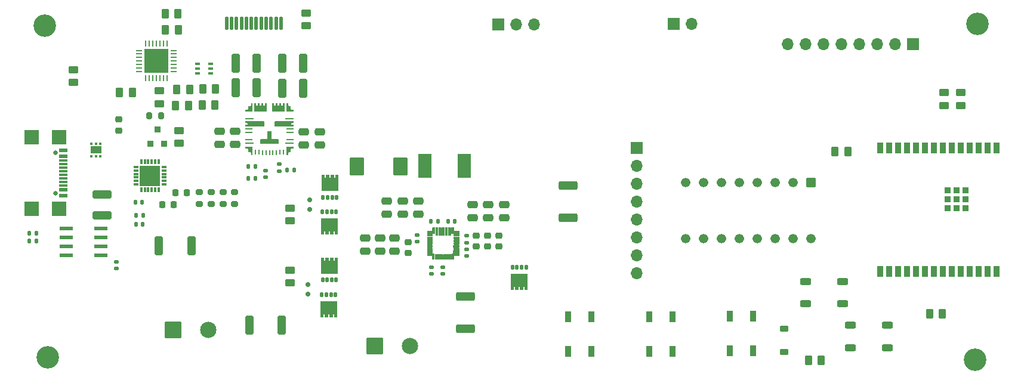
<source format=gts>
%TF.GenerationSoftware,KiCad,Pcbnew,8.0.6*%
%TF.CreationDate,2025-02-07T14:21:58-05:00*%
%TF.ProjectId,SCAN,5343414e-2e6b-4696-9361-645f70636258,v1.0*%
%TF.SameCoordinates,Original*%
%TF.FileFunction,Soldermask,Top*%
%TF.FilePolarity,Negative*%
%FSLAX46Y46*%
G04 Gerber Fmt 4.6, Leading zero omitted, Abs format (unit mm)*
G04 Created by KiCad (PCBNEW 8.0.6) date 2025-02-07 14:21:58*
%MOMM*%
%LPD*%
G01*
G04 APERTURE LIST*
G04 Aperture macros list*
%AMRoundRect*
0 Rectangle with rounded corners*
0 $1 Rounding radius*
0 $2 $3 $4 $5 $6 $7 $8 $9 X,Y pos of 4 corners*
0 Add a 4 corners polygon primitive as box body*
4,1,4,$2,$3,$4,$5,$6,$7,$8,$9,$2,$3,0*
0 Add four circle primitives for the rounded corners*
1,1,$1+$1,$2,$3*
1,1,$1+$1,$4,$5*
1,1,$1+$1,$6,$7*
1,1,$1+$1,$8,$9*
0 Add four rect primitives between the rounded corners*
20,1,$1+$1,$2,$3,$4,$5,0*
20,1,$1+$1,$4,$5,$6,$7,0*
20,1,$1+$1,$6,$7,$8,$9,0*
20,1,$1+$1,$8,$9,$2,$3,0*%
%AMFreePoly0*
4,1,17,1.371000,0.720000,0.950000,0.720000,0.950000,0.580000,1.370000,0.580000,1.370000,0.080000,0.950000,0.080000,0.950000,-0.080000,1.370000,-0.080000,1.370000,-0.580000,0.950000,-0.580000,0.950000,-0.720000,1.370000,-0.720000,1.370000,-1.225000,-0.950000,-1.225000,-0.950000,1.225000,1.371000,1.225000,1.371000,0.720000,1.371000,0.720000,$1*%
G04 Aperture macros list end*
%ADD10C,0.000000*%
%ADD11C,0.010000*%
%ADD12RoundRect,0.250000X-0.325000X-1.100000X0.325000X-1.100000X0.325000X1.100000X-0.325000X1.100000X0*%
%ADD13RoundRect,0.135000X0.135000X0.185000X-0.135000X0.185000X-0.135000X-0.185000X0.135000X-0.185000X0*%
%ADD14RoundRect,0.090000X-0.360000X0.660000X-0.360000X-0.660000X0.360000X-0.660000X0.360000X0.660000X0*%
%ADD15RoundRect,0.250000X0.450000X-0.262500X0.450000X0.262500X-0.450000X0.262500X-0.450000X-0.262500X0*%
%ADD16RoundRect,0.250000X-0.475000X0.250000X-0.475000X-0.250000X0.475000X-0.250000X0.475000X0.250000X0*%
%ADD17RoundRect,0.250000X-0.362500X-1.075000X0.362500X-1.075000X0.362500X1.075000X-0.362500X1.075000X0*%
%ADD18RoundRect,0.140000X-0.170000X0.140000X-0.170000X-0.140000X0.170000X-0.140000X0.170000X0.140000X0*%
%ADD19RoundRect,0.200000X-0.275000X0.200000X-0.275000X-0.200000X0.275000X-0.200000X0.275000X0.200000X0*%
%ADD20RoundRect,0.140000X0.140000X0.170000X-0.140000X0.170000X-0.140000X-0.170000X0.140000X-0.170000X0*%
%ADD21RoundRect,0.250000X-0.262500X-0.450000X0.262500X-0.450000X0.262500X0.450000X-0.262500X0.450000X0*%
%ADD22R,1.700000X1.700000*%
%ADD23O,1.700000X1.700000*%
%ADD24R,1.981200X0.558800*%
%ADD25RoundRect,0.135000X-0.135000X-0.185000X0.135000X-0.185000X0.135000X0.185000X-0.135000X0.185000X0*%
%ADD26RoundRect,0.125000X-0.125000X0.190000X-0.125000X-0.190000X0.125000X-0.190000X0.125000X0.190000X0*%
%ADD27FreePoly0,270.000000*%
%ADD28C,3.200000*%
%ADD29RoundRect,0.225000X-0.225000X-0.250000X0.225000X-0.250000X0.225000X0.250000X-0.225000X0.250000X0*%
%ADD30RoundRect,0.125000X0.125000X-0.190000X0.125000X0.190000X-0.125000X0.190000X-0.125000X-0.190000X0*%
%ADD31FreePoly0,90.000000*%
%ADD32RoundRect,0.225000X0.250000X-0.225000X0.250000X0.225000X-0.250000X0.225000X-0.250000X-0.225000X0*%
%ADD33RoundRect,0.200000X0.275000X-0.200000X0.275000X0.200000X-0.275000X0.200000X-0.275000X-0.200000X0*%
%ADD34R,0.750000X0.300000*%
%ADD35R,0.300000X0.750000*%
%ADD36R,2.850000X2.850000*%
%ADD37RoundRect,0.250000X-0.450000X0.262500X-0.450000X-0.262500X0.450000X-0.262500X0.450000X0.262500X0*%
%ADD38RoundRect,0.090000X0.360000X-0.660000X0.360000X0.660000X-0.360000X0.660000X-0.360000X-0.660000X0*%
%ADD39R,0.889000X1.498600*%
%ADD40R,0.812800X0.812800*%
%ADD41RoundRect,0.250000X0.475000X-0.250000X0.475000X0.250000X-0.475000X0.250000X-0.475000X-0.250000X0*%
%ADD42RoundRect,0.101600X0.175000X-0.800000X0.175000X0.800000X-0.175000X0.800000X-0.175000X-0.800000X0*%
%ADD43RoundRect,0.140000X-0.140000X-0.170000X0.140000X-0.170000X0.140000X0.170000X-0.140000X0.170000X0*%
%ADD44RoundRect,0.250000X1.075000X-0.362500X1.075000X0.362500X-1.075000X0.362500X-1.075000X-0.362500X0*%
%ADD45RoundRect,0.250000X-0.525000X-0.250000X0.525000X-0.250000X0.525000X0.250000X-0.525000X0.250000X0*%
%ADD46RoundRect,0.225000X-0.250000X0.225000X-0.250000X-0.225000X0.250000X-0.225000X0.250000X0.225000X0*%
%ADD47C,0.565313*%
%ADD48R,0.249999X0.800001*%
%ADD49R,0.249999X0.700001*%
%ADD50R,1.200000X0.249999*%
%ADD51R,1.000000X0.249999*%
%ADD52C,0.643679*%
%ADD53RoundRect,0.102000X-1.050000X-1.050000X1.050000X-1.050000X1.050000X1.050000X-1.050000X1.050000X0*%
%ADD54C,2.304000*%
%ADD55RoundRect,0.102000X-0.565000X0.565000X-0.565000X-0.565000X0.565000X-0.565000X0.565000X0.565000X0*%
%ADD56C,1.334000*%
%ADD57RoundRect,0.135000X0.185000X-0.135000X0.185000X0.135000X-0.185000X0.135000X-0.185000X-0.135000X0*%
%ADD58RoundRect,0.250000X0.262500X0.450000X-0.262500X0.450000X-0.262500X-0.450000X0.262500X-0.450000X0*%
%ADD59RoundRect,0.250000X-1.075000X0.362500X-1.075000X-0.362500X1.075000X-0.362500X1.075000X0.362500X0*%
%ADD60RoundRect,0.250000X-0.787500X-1.025000X0.787500X-1.025000X0.787500X1.025000X-0.787500X1.025000X0*%
%ADD61R,0.812800X0.889000*%
%ADD62R,1.850000X3.400000*%
%ADD63C,0.660400*%
%ADD64R,2.006600X2.159000*%
%ADD65R,1.143000X0.609600*%
%ADD66R,1.143000X0.304800*%
%ADD67RoundRect,0.150000X-0.200000X0.150000X-0.200000X-0.150000X0.200000X-0.150000X0.200000X0.150000X0*%
%ADD68RoundRect,0.062500X-0.337500X-0.062500X0.337500X-0.062500X0.337500X0.062500X-0.337500X0.062500X0*%
%ADD69RoundRect,0.062500X-0.062500X-0.337500X0.062500X-0.337500X0.062500X0.337500X-0.062500X0.337500X0*%
%ADD70R,3.350000X3.350000*%
%ADD71RoundRect,0.250000X-1.100000X0.325000X-1.100000X-0.325000X1.100000X-0.325000X1.100000X0.325000X0*%
%ADD72RoundRect,0.225000X-0.375000X0.225000X-0.375000X-0.225000X0.375000X-0.225000X0.375000X0.225000X0*%
%ADD73RoundRect,0.250000X0.325000X1.100000X-0.325000X1.100000X-0.325000X-1.100000X0.325000X-1.100000X0*%
%ADD74RoundRect,0.200000X-0.200000X-0.275000X0.200000X-0.275000X0.200000X0.275000X-0.200000X0.275000X0*%
%ADD75RoundRect,0.218750X-0.256250X0.218750X-0.256250X-0.218750X0.256250X-0.218750X0.256250X0.218750X0*%
%ADD76RoundRect,0.100000X-0.225000X-0.100000X0.225000X-0.100000X0.225000X0.100000X-0.225000X0.100000X0*%
%ADD77RoundRect,0.093750X-0.106250X0.093750X-0.106250X-0.093750X0.106250X-0.093750X0.106250X0.093750X0*%
%ADD78R,1.600000X1.000000*%
G04 APERTURE END LIST*
D10*
%TO.C,U9*%
G36*
X92049062Y-85304062D02*
G01*
X92049065Y-85954061D01*
X91999062Y-86004060D01*
X89399065Y-86004060D01*
X89349062Y-85954061D01*
X89349062Y-85804061D01*
X89399062Y-85754061D01*
X89649064Y-85754061D01*
X89699064Y-85704061D01*
X89699062Y-85554061D01*
X89649064Y-85504061D01*
X89399065Y-85504061D01*
X89349062Y-85454062D01*
X89349062Y-85304062D01*
X89399062Y-85254062D01*
X91999062Y-85254062D01*
X92049062Y-85304062D01*
G37*
G36*
X90424061Y-82729061D02*
G01*
X90424064Y-83804062D01*
X90374061Y-83854060D01*
X89399062Y-83854062D01*
X89349062Y-83804062D01*
X89349062Y-83654060D01*
X89399062Y-83604060D01*
X89674065Y-83604063D01*
X89774063Y-83504060D01*
X89774063Y-83154061D01*
X89824063Y-83104061D01*
X90074065Y-83104064D01*
X90174062Y-83004061D01*
X90174062Y-82729061D01*
X90224064Y-82679061D01*
X90374064Y-82679061D01*
X90424061Y-82729061D01*
G37*
G36*
X90424064Y-88954060D02*
G01*
X90424061Y-90029061D01*
X90374064Y-90079061D01*
X90224064Y-90079061D01*
X90174062Y-90029061D01*
X90174062Y-89754061D01*
X90074062Y-89654061D01*
X89824063Y-89654061D01*
X89774063Y-89604061D01*
X89774063Y-89254062D01*
X89674063Y-89154062D01*
X89399062Y-89154062D01*
X89349062Y-89104062D01*
X89349062Y-88954060D01*
X89399062Y-88904060D01*
X90374064Y-88904060D01*
X90424064Y-88954060D01*
G37*
G36*
X93099062Y-86729060D02*
G01*
X93099062Y-87779061D01*
X93149062Y-87829061D01*
X94049063Y-87829061D01*
X94099063Y-87879061D01*
X94099063Y-88379060D01*
X94049063Y-88429059D01*
X91549063Y-88429059D01*
X91499063Y-88379062D01*
X91499063Y-87879061D01*
X91549063Y-87829061D01*
X92449064Y-87829061D01*
X92499064Y-87779061D01*
X92499064Y-86729060D01*
X92549063Y-86679060D01*
X93049063Y-86679060D01*
X93099062Y-86729060D01*
G37*
G36*
X95424064Y-82729061D02*
G01*
X95424064Y-83004061D01*
X95524061Y-83104061D01*
X95774063Y-83104061D01*
X95824063Y-83154061D01*
X95824063Y-83504060D01*
X95924061Y-83604063D01*
X96199064Y-83604060D01*
X96249064Y-83654060D01*
X96249064Y-83804062D01*
X96199064Y-83854062D01*
X95224065Y-83854060D01*
X95174062Y-83804062D01*
X95174065Y-82729061D01*
X95224062Y-82679061D01*
X95374064Y-82679061D01*
X95424064Y-82729061D01*
G37*
G36*
X96249064Y-88954060D02*
G01*
X96249064Y-89104062D01*
X96199064Y-89154062D01*
X95924063Y-89154059D01*
X95824063Y-89254062D01*
X95824063Y-89604061D01*
X95774063Y-89654061D01*
X95524064Y-89654061D01*
X95424064Y-89754061D01*
X95424064Y-90029061D01*
X95374064Y-90079061D01*
X95224062Y-90079061D01*
X95174065Y-90029061D01*
X95174062Y-88954060D01*
X95224065Y-88904062D01*
X96199064Y-88904060D01*
X96249064Y-88954060D01*
G37*
G36*
X96249064Y-85304062D02*
G01*
X96249064Y-85454062D01*
X96199061Y-85504061D01*
X95949062Y-85504061D01*
X95899064Y-85554061D01*
X95899062Y-85704061D01*
X95949062Y-85754061D01*
X96199064Y-85754061D01*
X96249064Y-85804061D01*
X96249064Y-85954061D01*
X96199061Y-86004063D01*
X93599064Y-86004063D01*
X93549064Y-85954061D01*
X93549061Y-85304062D01*
X93599064Y-85254062D01*
X96199064Y-85254062D01*
X96249064Y-85304062D01*
G37*
G36*
X90924068Y-82729061D02*
G01*
X90924063Y-82979060D01*
X90974063Y-83029060D01*
X91124063Y-83029063D01*
X91174065Y-82979060D01*
X91174062Y-82729061D01*
X91224062Y-82679061D01*
X91374062Y-82679061D01*
X91424062Y-82729061D01*
X91424064Y-82979060D01*
X91474062Y-83029060D01*
X91624064Y-83029060D01*
X91674064Y-82979060D01*
X91674064Y-82729061D01*
X91724061Y-82679061D01*
X91874064Y-82679061D01*
X91924063Y-82729061D01*
X91924063Y-82979060D01*
X91974063Y-83029060D01*
X92124063Y-83029060D01*
X92174063Y-82979060D01*
X92174063Y-82729061D01*
X92224063Y-82679061D01*
X92374063Y-82679061D01*
X92424062Y-82729061D01*
X92424062Y-83804062D01*
X92374063Y-83854062D01*
X90724063Y-83854060D01*
X90674063Y-83804062D01*
X90674063Y-82729061D01*
X90724063Y-82679061D01*
X90874063Y-82679061D01*
X90924068Y-82729061D01*
G37*
G36*
X93424063Y-82729061D02*
G01*
X93424063Y-82979060D01*
X93474063Y-83029060D01*
X93624063Y-83029060D01*
X93674063Y-82979060D01*
X93674063Y-82729061D01*
X93724062Y-82679061D01*
X93874062Y-82679061D01*
X93924062Y-82729061D01*
X93924062Y-82979060D01*
X93974064Y-83029060D01*
X94124064Y-83029060D01*
X94174064Y-82979060D01*
X94174064Y-82729063D01*
X94224064Y-82679061D01*
X94374061Y-82679061D01*
X94424064Y-82729061D01*
X94424061Y-82979060D01*
X94474063Y-83029060D01*
X94624063Y-83029060D01*
X94674063Y-82979060D01*
X94674058Y-82729061D01*
X94724063Y-82679061D01*
X94874063Y-82679061D01*
X94924063Y-82729061D01*
X94924063Y-83804062D01*
X94874063Y-83854060D01*
X93224063Y-83854062D01*
X93174064Y-83804062D01*
X93174061Y-82729061D01*
X93224063Y-82679061D01*
X93374058Y-82679061D01*
X93424063Y-82729061D01*
G37*
D11*
%TO.C,U4*%
X115810501Y-101241000D02*
X115812501Y-101241000D01*
X115815501Y-101242000D01*
X115817501Y-101242000D01*
X115820501Y-101243000D01*
X115822501Y-101244000D01*
X115825501Y-101245000D01*
X115827501Y-101247000D01*
X115829501Y-101248000D01*
X115831501Y-101250000D01*
X115833501Y-101251000D01*
X115835501Y-101253000D01*
X115837501Y-101255000D01*
X115839501Y-101257000D01*
X115841501Y-101259000D01*
X115842501Y-101261000D01*
X115844501Y-101263000D01*
X115845501Y-101265000D01*
X115847501Y-101267000D01*
X115848501Y-101270000D01*
X115849501Y-101272000D01*
X115850501Y-101275000D01*
X115850501Y-101277000D01*
X115851501Y-101280000D01*
X115851501Y-101282000D01*
X115852501Y-101285000D01*
X115852501Y-101287000D01*
X115852501Y-101290000D01*
X115852501Y-101490000D01*
X115852501Y-101493000D01*
X115852501Y-101495000D01*
X115851501Y-101498000D01*
X115851501Y-101500000D01*
X115850501Y-101503000D01*
X115850501Y-101505000D01*
X115849501Y-101508000D01*
X115848501Y-101510000D01*
X115847501Y-101513000D01*
X115845501Y-101515000D01*
X115844501Y-101517000D01*
X115842501Y-101519000D01*
X115841501Y-101521000D01*
X115839501Y-101523000D01*
X115837501Y-101525000D01*
X115835501Y-101527000D01*
X115833501Y-101529000D01*
X115831501Y-101530000D01*
X115829501Y-101532000D01*
X115827501Y-101533000D01*
X115825501Y-101535000D01*
X115822501Y-101536000D01*
X115820501Y-101537000D01*
X115817501Y-101538000D01*
X115815501Y-101538000D01*
X115812501Y-101539000D01*
X115810501Y-101539000D01*
X115807501Y-101540000D01*
X115805501Y-101540000D01*
X115802501Y-101540000D01*
X115202501Y-101540000D01*
X115199501Y-101540000D01*
X115197501Y-101540000D01*
X115194501Y-101539000D01*
X115192501Y-101539000D01*
X115189501Y-101538000D01*
X115187501Y-101538000D01*
X115184501Y-101537000D01*
X115182501Y-101536000D01*
X115179501Y-101535000D01*
X115177501Y-101533000D01*
X115175501Y-101532000D01*
X115173501Y-101530000D01*
X115171501Y-101529000D01*
X115169501Y-101527000D01*
X115167501Y-101525000D01*
X115165501Y-101523000D01*
X115163501Y-101521000D01*
X115162501Y-101519000D01*
X115160501Y-101517000D01*
X115159501Y-101515000D01*
X115157501Y-101513000D01*
X115156501Y-101510000D01*
X115155501Y-101508000D01*
X115154501Y-101505000D01*
X115154501Y-101503000D01*
X115153501Y-101500000D01*
X115153501Y-101498000D01*
X115152501Y-101495000D01*
X115152501Y-101493000D01*
X115152501Y-101490000D01*
X115152501Y-101311000D01*
X115152501Y-101307000D01*
X115152501Y-101303000D01*
X115153501Y-101300000D01*
X115154501Y-101296000D01*
X115154501Y-101292000D01*
X115155501Y-101289000D01*
X115157501Y-101285000D01*
X115158501Y-101282000D01*
X115160501Y-101279000D01*
X115161501Y-101275000D01*
X115163501Y-101272000D01*
X115166501Y-101269000D01*
X115168501Y-101266000D01*
X115170501Y-101263000D01*
X115173501Y-101261000D01*
X115175501Y-101258000D01*
X115178501Y-101256000D01*
X115181501Y-101254000D01*
X115184501Y-101251000D01*
X115187501Y-101249000D01*
X115191501Y-101248000D01*
X115194501Y-101246000D01*
X115197501Y-101245000D01*
X115201501Y-101243000D01*
X115204501Y-101242000D01*
X115208501Y-101242000D01*
X115212501Y-101241000D01*
X115215501Y-101240000D01*
X115219501Y-101240000D01*
X115223501Y-101240000D01*
X115802501Y-101240000D01*
X115805501Y-101240000D01*
X115807501Y-101240000D01*
X115810501Y-101241000D01*
G36*
X115810501Y-101241000D02*
G01*
X115812501Y-101241000D01*
X115815501Y-101242000D01*
X115817501Y-101242000D01*
X115820501Y-101243000D01*
X115822501Y-101244000D01*
X115825501Y-101245000D01*
X115827501Y-101247000D01*
X115829501Y-101248000D01*
X115831501Y-101250000D01*
X115833501Y-101251000D01*
X115835501Y-101253000D01*
X115837501Y-101255000D01*
X115839501Y-101257000D01*
X115841501Y-101259000D01*
X115842501Y-101261000D01*
X115844501Y-101263000D01*
X115845501Y-101265000D01*
X115847501Y-101267000D01*
X115848501Y-101270000D01*
X115849501Y-101272000D01*
X115850501Y-101275000D01*
X115850501Y-101277000D01*
X115851501Y-101280000D01*
X115851501Y-101282000D01*
X115852501Y-101285000D01*
X115852501Y-101287000D01*
X115852501Y-101290000D01*
X115852501Y-101490000D01*
X115852501Y-101493000D01*
X115852501Y-101495000D01*
X115851501Y-101498000D01*
X115851501Y-101500000D01*
X115850501Y-101503000D01*
X115850501Y-101505000D01*
X115849501Y-101508000D01*
X115848501Y-101510000D01*
X115847501Y-101513000D01*
X115845501Y-101515000D01*
X115844501Y-101517000D01*
X115842501Y-101519000D01*
X115841501Y-101521000D01*
X115839501Y-101523000D01*
X115837501Y-101525000D01*
X115835501Y-101527000D01*
X115833501Y-101529000D01*
X115831501Y-101530000D01*
X115829501Y-101532000D01*
X115827501Y-101533000D01*
X115825501Y-101535000D01*
X115822501Y-101536000D01*
X115820501Y-101537000D01*
X115817501Y-101538000D01*
X115815501Y-101538000D01*
X115812501Y-101539000D01*
X115810501Y-101539000D01*
X115807501Y-101540000D01*
X115805501Y-101540000D01*
X115802501Y-101540000D01*
X115202501Y-101540000D01*
X115199501Y-101540000D01*
X115197501Y-101540000D01*
X115194501Y-101539000D01*
X115192501Y-101539000D01*
X115189501Y-101538000D01*
X115187501Y-101538000D01*
X115184501Y-101537000D01*
X115182501Y-101536000D01*
X115179501Y-101535000D01*
X115177501Y-101533000D01*
X115175501Y-101532000D01*
X115173501Y-101530000D01*
X115171501Y-101529000D01*
X115169501Y-101527000D01*
X115167501Y-101525000D01*
X115165501Y-101523000D01*
X115163501Y-101521000D01*
X115162501Y-101519000D01*
X115160501Y-101517000D01*
X115159501Y-101515000D01*
X115157501Y-101513000D01*
X115156501Y-101510000D01*
X115155501Y-101508000D01*
X115154501Y-101505000D01*
X115154501Y-101503000D01*
X115153501Y-101500000D01*
X115153501Y-101498000D01*
X115152501Y-101495000D01*
X115152501Y-101493000D01*
X115152501Y-101490000D01*
X115152501Y-101311000D01*
X115152501Y-101307000D01*
X115152501Y-101303000D01*
X115153501Y-101300000D01*
X115154501Y-101296000D01*
X115154501Y-101292000D01*
X115155501Y-101289000D01*
X115157501Y-101285000D01*
X115158501Y-101282000D01*
X115160501Y-101279000D01*
X115161501Y-101275000D01*
X115163501Y-101272000D01*
X115166501Y-101269000D01*
X115168501Y-101266000D01*
X115170501Y-101263000D01*
X115173501Y-101261000D01*
X115175501Y-101258000D01*
X115178501Y-101256000D01*
X115181501Y-101254000D01*
X115184501Y-101251000D01*
X115187501Y-101249000D01*
X115191501Y-101248000D01*
X115194501Y-101246000D01*
X115197501Y-101245000D01*
X115201501Y-101243000D01*
X115204501Y-101242000D01*
X115208501Y-101242000D01*
X115212501Y-101241000D01*
X115215501Y-101240000D01*
X115219501Y-101240000D01*
X115223501Y-101240000D01*
X115802501Y-101240000D01*
X115805501Y-101240000D01*
X115807501Y-101240000D01*
X115810501Y-101241000D01*
G37*
X115810501Y-101641000D02*
X115812501Y-101641000D01*
X115815501Y-101642000D01*
X115817501Y-101642000D01*
X115820501Y-101643000D01*
X115822501Y-101644000D01*
X115825501Y-101645000D01*
X115827501Y-101647000D01*
X115829501Y-101648000D01*
X115831501Y-101650000D01*
X115833501Y-101651000D01*
X115835501Y-101653000D01*
X115837501Y-101655000D01*
X115839501Y-101657000D01*
X115841501Y-101659000D01*
X115842501Y-101661000D01*
X115844501Y-101663000D01*
X115845501Y-101665000D01*
X115847501Y-101667000D01*
X115848501Y-101670000D01*
X115849501Y-101672000D01*
X115850501Y-101675000D01*
X115850501Y-101677000D01*
X115851501Y-101680000D01*
X115851501Y-101682000D01*
X115852501Y-101685000D01*
X115852501Y-101687000D01*
X115852501Y-101690000D01*
X115852501Y-101890000D01*
X115852501Y-101893000D01*
X115852501Y-101895000D01*
X115851501Y-101898000D01*
X115851501Y-101900000D01*
X115850501Y-101903000D01*
X115850501Y-101905000D01*
X115849501Y-101908000D01*
X115848501Y-101910000D01*
X115847501Y-101913000D01*
X115845501Y-101915000D01*
X115844501Y-101917000D01*
X115842501Y-101919000D01*
X115841501Y-101921000D01*
X115839501Y-101923000D01*
X115837501Y-101925000D01*
X115835501Y-101927000D01*
X115833501Y-101929000D01*
X115831501Y-101930000D01*
X115829501Y-101932000D01*
X115827501Y-101933000D01*
X115825501Y-101935000D01*
X115822501Y-101936000D01*
X115820501Y-101937000D01*
X115817501Y-101938000D01*
X115815501Y-101938000D01*
X115812501Y-101939000D01*
X115810501Y-101939000D01*
X115807501Y-101940000D01*
X115805501Y-101940000D01*
X115802501Y-101940000D01*
X115202501Y-101940000D01*
X115199501Y-101940000D01*
X115197501Y-101940000D01*
X115194501Y-101939000D01*
X115192501Y-101939000D01*
X115189501Y-101938000D01*
X115187501Y-101938000D01*
X115184501Y-101937000D01*
X115182501Y-101936000D01*
X115179501Y-101935000D01*
X115177501Y-101933000D01*
X115175501Y-101932000D01*
X115173501Y-101930000D01*
X115171501Y-101929000D01*
X115169501Y-101927000D01*
X115167501Y-101925000D01*
X115165501Y-101923000D01*
X115163501Y-101921000D01*
X115162501Y-101919000D01*
X115160501Y-101917000D01*
X115159501Y-101915000D01*
X115157501Y-101913000D01*
X115156501Y-101910000D01*
X115155501Y-101908000D01*
X115154501Y-101905000D01*
X115154501Y-101903000D01*
X115153501Y-101900000D01*
X115153501Y-101898000D01*
X115152501Y-101895000D01*
X115152501Y-101893000D01*
X115152501Y-101890000D01*
X115152501Y-101711000D01*
X115152501Y-101707000D01*
X115152501Y-101703000D01*
X115153501Y-101700000D01*
X115154501Y-101696000D01*
X115154501Y-101692000D01*
X115155501Y-101689000D01*
X115157501Y-101685000D01*
X115158501Y-101682000D01*
X115160501Y-101679000D01*
X115161501Y-101675000D01*
X115163501Y-101672000D01*
X115166501Y-101669000D01*
X115168501Y-101666000D01*
X115170501Y-101663000D01*
X115173501Y-101661000D01*
X115175501Y-101658000D01*
X115178501Y-101656000D01*
X115181501Y-101654000D01*
X115184501Y-101651000D01*
X115187501Y-101649000D01*
X115191501Y-101648000D01*
X115194501Y-101646000D01*
X115197501Y-101645000D01*
X115201501Y-101643000D01*
X115204501Y-101642000D01*
X115208501Y-101642000D01*
X115212501Y-101641000D01*
X115215501Y-101640000D01*
X115219501Y-101640000D01*
X115223501Y-101640000D01*
X115802501Y-101640000D01*
X115805501Y-101640000D01*
X115807501Y-101640000D01*
X115810501Y-101641000D01*
G36*
X115810501Y-101641000D02*
G01*
X115812501Y-101641000D01*
X115815501Y-101642000D01*
X115817501Y-101642000D01*
X115820501Y-101643000D01*
X115822501Y-101644000D01*
X115825501Y-101645000D01*
X115827501Y-101647000D01*
X115829501Y-101648000D01*
X115831501Y-101650000D01*
X115833501Y-101651000D01*
X115835501Y-101653000D01*
X115837501Y-101655000D01*
X115839501Y-101657000D01*
X115841501Y-101659000D01*
X115842501Y-101661000D01*
X115844501Y-101663000D01*
X115845501Y-101665000D01*
X115847501Y-101667000D01*
X115848501Y-101670000D01*
X115849501Y-101672000D01*
X115850501Y-101675000D01*
X115850501Y-101677000D01*
X115851501Y-101680000D01*
X115851501Y-101682000D01*
X115852501Y-101685000D01*
X115852501Y-101687000D01*
X115852501Y-101690000D01*
X115852501Y-101890000D01*
X115852501Y-101893000D01*
X115852501Y-101895000D01*
X115851501Y-101898000D01*
X115851501Y-101900000D01*
X115850501Y-101903000D01*
X115850501Y-101905000D01*
X115849501Y-101908000D01*
X115848501Y-101910000D01*
X115847501Y-101913000D01*
X115845501Y-101915000D01*
X115844501Y-101917000D01*
X115842501Y-101919000D01*
X115841501Y-101921000D01*
X115839501Y-101923000D01*
X115837501Y-101925000D01*
X115835501Y-101927000D01*
X115833501Y-101929000D01*
X115831501Y-101930000D01*
X115829501Y-101932000D01*
X115827501Y-101933000D01*
X115825501Y-101935000D01*
X115822501Y-101936000D01*
X115820501Y-101937000D01*
X115817501Y-101938000D01*
X115815501Y-101938000D01*
X115812501Y-101939000D01*
X115810501Y-101939000D01*
X115807501Y-101940000D01*
X115805501Y-101940000D01*
X115802501Y-101940000D01*
X115202501Y-101940000D01*
X115199501Y-101940000D01*
X115197501Y-101940000D01*
X115194501Y-101939000D01*
X115192501Y-101939000D01*
X115189501Y-101938000D01*
X115187501Y-101938000D01*
X115184501Y-101937000D01*
X115182501Y-101936000D01*
X115179501Y-101935000D01*
X115177501Y-101933000D01*
X115175501Y-101932000D01*
X115173501Y-101930000D01*
X115171501Y-101929000D01*
X115169501Y-101927000D01*
X115167501Y-101925000D01*
X115165501Y-101923000D01*
X115163501Y-101921000D01*
X115162501Y-101919000D01*
X115160501Y-101917000D01*
X115159501Y-101915000D01*
X115157501Y-101913000D01*
X115156501Y-101910000D01*
X115155501Y-101908000D01*
X115154501Y-101905000D01*
X115154501Y-101903000D01*
X115153501Y-101900000D01*
X115153501Y-101898000D01*
X115152501Y-101895000D01*
X115152501Y-101893000D01*
X115152501Y-101890000D01*
X115152501Y-101711000D01*
X115152501Y-101707000D01*
X115152501Y-101703000D01*
X115153501Y-101700000D01*
X115154501Y-101696000D01*
X115154501Y-101692000D01*
X115155501Y-101689000D01*
X115157501Y-101685000D01*
X115158501Y-101682000D01*
X115160501Y-101679000D01*
X115161501Y-101675000D01*
X115163501Y-101672000D01*
X115166501Y-101669000D01*
X115168501Y-101666000D01*
X115170501Y-101663000D01*
X115173501Y-101661000D01*
X115175501Y-101658000D01*
X115178501Y-101656000D01*
X115181501Y-101654000D01*
X115184501Y-101651000D01*
X115187501Y-101649000D01*
X115191501Y-101648000D01*
X115194501Y-101646000D01*
X115197501Y-101645000D01*
X115201501Y-101643000D01*
X115204501Y-101642000D01*
X115208501Y-101642000D01*
X115212501Y-101641000D01*
X115215501Y-101640000D01*
X115219501Y-101640000D01*
X115223501Y-101640000D01*
X115802501Y-101640000D01*
X115805501Y-101640000D01*
X115807501Y-101640000D01*
X115810501Y-101641000D01*
G37*
X115810501Y-102041000D02*
X115812501Y-102041000D01*
X115815501Y-102042000D01*
X115817501Y-102042000D01*
X115820501Y-102043000D01*
X115822501Y-102044000D01*
X115825501Y-102045000D01*
X115827501Y-102047000D01*
X115829501Y-102048000D01*
X115831501Y-102050000D01*
X115833501Y-102051000D01*
X115835501Y-102053000D01*
X115837501Y-102055000D01*
X115839501Y-102057000D01*
X115841501Y-102059000D01*
X115842501Y-102061000D01*
X115844501Y-102063000D01*
X115845501Y-102065000D01*
X115847501Y-102067000D01*
X115848501Y-102070000D01*
X115849501Y-102072000D01*
X115850501Y-102075000D01*
X115850501Y-102077000D01*
X115851501Y-102080000D01*
X115851501Y-102082000D01*
X115852501Y-102085000D01*
X115852501Y-102087000D01*
X115852501Y-102090000D01*
X115852501Y-102290000D01*
X115852501Y-102293000D01*
X115852501Y-102295000D01*
X115851501Y-102298000D01*
X115851501Y-102300000D01*
X115850501Y-102303000D01*
X115850501Y-102305000D01*
X115849501Y-102308000D01*
X115848501Y-102310000D01*
X115847501Y-102313000D01*
X115845501Y-102315000D01*
X115844501Y-102317000D01*
X115842501Y-102319000D01*
X115841501Y-102321000D01*
X115839501Y-102323000D01*
X115837501Y-102325000D01*
X115835501Y-102327000D01*
X115833501Y-102329000D01*
X115831501Y-102330000D01*
X115829501Y-102332000D01*
X115827501Y-102333000D01*
X115825501Y-102335000D01*
X115822501Y-102336000D01*
X115820501Y-102337000D01*
X115817501Y-102338000D01*
X115815501Y-102338000D01*
X115812501Y-102339000D01*
X115810501Y-102339000D01*
X115807501Y-102340000D01*
X115805501Y-102340000D01*
X115802501Y-102340000D01*
X115202501Y-102340000D01*
X115199501Y-102340000D01*
X115197501Y-102340000D01*
X115194501Y-102339000D01*
X115192501Y-102339000D01*
X115189501Y-102338000D01*
X115187501Y-102338000D01*
X115184501Y-102337000D01*
X115182501Y-102336000D01*
X115179501Y-102335000D01*
X115177501Y-102333000D01*
X115175501Y-102332000D01*
X115173501Y-102330000D01*
X115171501Y-102329000D01*
X115169501Y-102327000D01*
X115167501Y-102325000D01*
X115165501Y-102323000D01*
X115163501Y-102321000D01*
X115162501Y-102319000D01*
X115160501Y-102317000D01*
X115159501Y-102315000D01*
X115157501Y-102313000D01*
X115156501Y-102310000D01*
X115155501Y-102308000D01*
X115154501Y-102305000D01*
X115154501Y-102303000D01*
X115153501Y-102300000D01*
X115153501Y-102298000D01*
X115152501Y-102295000D01*
X115152501Y-102293000D01*
X115152501Y-102290000D01*
X115152501Y-102111000D01*
X115152501Y-102107000D01*
X115152501Y-102103000D01*
X115153501Y-102100000D01*
X115154501Y-102096000D01*
X115154501Y-102092000D01*
X115155501Y-102089000D01*
X115157501Y-102085000D01*
X115158501Y-102082000D01*
X115160501Y-102079000D01*
X115161501Y-102075000D01*
X115163501Y-102072000D01*
X115166501Y-102069000D01*
X115168501Y-102066000D01*
X115170501Y-102063000D01*
X115173501Y-102061000D01*
X115175501Y-102058000D01*
X115178501Y-102056000D01*
X115181501Y-102054000D01*
X115184501Y-102051000D01*
X115187501Y-102049000D01*
X115191501Y-102048000D01*
X115194501Y-102046000D01*
X115197501Y-102045000D01*
X115201501Y-102043000D01*
X115204501Y-102042000D01*
X115208501Y-102042000D01*
X115212501Y-102041000D01*
X115215501Y-102040000D01*
X115219501Y-102040000D01*
X115223501Y-102040000D01*
X115802501Y-102040000D01*
X115805501Y-102040000D01*
X115807501Y-102040000D01*
X115810501Y-102041000D01*
G36*
X115810501Y-102041000D02*
G01*
X115812501Y-102041000D01*
X115815501Y-102042000D01*
X115817501Y-102042000D01*
X115820501Y-102043000D01*
X115822501Y-102044000D01*
X115825501Y-102045000D01*
X115827501Y-102047000D01*
X115829501Y-102048000D01*
X115831501Y-102050000D01*
X115833501Y-102051000D01*
X115835501Y-102053000D01*
X115837501Y-102055000D01*
X115839501Y-102057000D01*
X115841501Y-102059000D01*
X115842501Y-102061000D01*
X115844501Y-102063000D01*
X115845501Y-102065000D01*
X115847501Y-102067000D01*
X115848501Y-102070000D01*
X115849501Y-102072000D01*
X115850501Y-102075000D01*
X115850501Y-102077000D01*
X115851501Y-102080000D01*
X115851501Y-102082000D01*
X115852501Y-102085000D01*
X115852501Y-102087000D01*
X115852501Y-102090000D01*
X115852501Y-102290000D01*
X115852501Y-102293000D01*
X115852501Y-102295000D01*
X115851501Y-102298000D01*
X115851501Y-102300000D01*
X115850501Y-102303000D01*
X115850501Y-102305000D01*
X115849501Y-102308000D01*
X115848501Y-102310000D01*
X115847501Y-102313000D01*
X115845501Y-102315000D01*
X115844501Y-102317000D01*
X115842501Y-102319000D01*
X115841501Y-102321000D01*
X115839501Y-102323000D01*
X115837501Y-102325000D01*
X115835501Y-102327000D01*
X115833501Y-102329000D01*
X115831501Y-102330000D01*
X115829501Y-102332000D01*
X115827501Y-102333000D01*
X115825501Y-102335000D01*
X115822501Y-102336000D01*
X115820501Y-102337000D01*
X115817501Y-102338000D01*
X115815501Y-102338000D01*
X115812501Y-102339000D01*
X115810501Y-102339000D01*
X115807501Y-102340000D01*
X115805501Y-102340000D01*
X115802501Y-102340000D01*
X115202501Y-102340000D01*
X115199501Y-102340000D01*
X115197501Y-102340000D01*
X115194501Y-102339000D01*
X115192501Y-102339000D01*
X115189501Y-102338000D01*
X115187501Y-102338000D01*
X115184501Y-102337000D01*
X115182501Y-102336000D01*
X115179501Y-102335000D01*
X115177501Y-102333000D01*
X115175501Y-102332000D01*
X115173501Y-102330000D01*
X115171501Y-102329000D01*
X115169501Y-102327000D01*
X115167501Y-102325000D01*
X115165501Y-102323000D01*
X115163501Y-102321000D01*
X115162501Y-102319000D01*
X115160501Y-102317000D01*
X115159501Y-102315000D01*
X115157501Y-102313000D01*
X115156501Y-102310000D01*
X115155501Y-102308000D01*
X115154501Y-102305000D01*
X115154501Y-102303000D01*
X115153501Y-102300000D01*
X115153501Y-102298000D01*
X115152501Y-102295000D01*
X115152501Y-102293000D01*
X115152501Y-102290000D01*
X115152501Y-102111000D01*
X115152501Y-102107000D01*
X115152501Y-102103000D01*
X115153501Y-102100000D01*
X115154501Y-102096000D01*
X115154501Y-102092000D01*
X115155501Y-102089000D01*
X115157501Y-102085000D01*
X115158501Y-102082000D01*
X115160501Y-102079000D01*
X115161501Y-102075000D01*
X115163501Y-102072000D01*
X115166501Y-102069000D01*
X115168501Y-102066000D01*
X115170501Y-102063000D01*
X115173501Y-102061000D01*
X115175501Y-102058000D01*
X115178501Y-102056000D01*
X115181501Y-102054000D01*
X115184501Y-102051000D01*
X115187501Y-102049000D01*
X115191501Y-102048000D01*
X115194501Y-102046000D01*
X115197501Y-102045000D01*
X115201501Y-102043000D01*
X115204501Y-102042000D01*
X115208501Y-102042000D01*
X115212501Y-102041000D01*
X115215501Y-102040000D01*
X115219501Y-102040000D01*
X115223501Y-102040000D01*
X115802501Y-102040000D01*
X115805501Y-102040000D01*
X115807501Y-102040000D01*
X115810501Y-102041000D01*
G37*
X115810501Y-102441000D02*
X115812501Y-102441000D01*
X115815501Y-102442000D01*
X115817501Y-102442000D01*
X115820501Y-102443000D01*
X115822501Y-102444000D01*
X115825501Y-102445000D01*
X115827501Y-102447000D01*
X115829501Y-102448000D01*
X115831501Y-102450000D01*
X115833501Y-102451000D01*
X115835501Y-102453000D01*
X115837501Y-102455000D01*
X115839501Y-102457000D01*
X115841501Y-102459000D01*
X115842501Y-102461000D01*
X115844501Y-102463000D01*
X115845501Y-102465000D01*
X115847501Y-102467000D01*
X115848501Y-102470000D01*
X115849501Y-102472000D01*
X115850501Y-102475000D01*
X115850501Y-102477000D01*
X115851501Y-102480000D01*
X115851501Y-102482000D01*
X115852501Y-102485000D01*
X115852501Y-102487000D01*
X115852501Y-102490000D01*
X115852501Y-102690000D01*
X115852501Y-102693000D01*
X115852501Y-102695000D01*
X115851501Y-102698000D01*
X115851501Y-102700000D01*
X115850501Y-102703000D01*
X115850501Y-102705000D01*
X115849501Y-102708000D01*
X115848501Y-102710000D01*
X115847501Y-102713000D01*
X115845501Y-102715000D01*
X115844501Y-102717000D01*
X115842501Y-102719000D01*
X115841501Y-102721000D01*
X115839501Y-102723000D01*
X115837501Y-102725000D01*
X115835501Y-102727000D01*
X115833501Y-102729000D01*
X115831501Y-102730000D01*
X115829501Y-102732000D01*
X115827501Y-102733000D01*
X115825501Y-102735000D01*
X115822501Y-102736000D01*
X115820501Y-102737000D01*
X115817501Y-102738000D01*
X115815501Y-102738000D01*
X115812501Y-102739000D01*
X115810501Y-102739000D01*
X115807501Y-102740000D01*
X115805501Y-102740000D01*
X115802501Y-102740000D01*
X115202501Y-102740000D01*
X115199501Y-102740000D01*
X115197501Y-102740000D01*
X115194501Y-102739000D01*
X115192501Y-102739000D01*
X115189501Y-102738000D01*
X115187501Y-102738000D01*
X115184501Y-102737000D01*
X115182501Y-102736000D01*
X115179501Y-102735000D01*
X115177501Y-102733000D01*
X115175501Y-102732000D01*
X115173501Y-102730000D01*
X115171501Y-102729000D01*
X115169501Y-102727000D01*
X115167501Y-102725000D01*
X115165501Y-102723000D01*
X115163501Y-102721000D01*
X115162501Y-102719000D01*
X115160501Y-102717000D01*
X115159501Y-102715000D01*
X115157501Y-102713000D01*
X115156501Y-102710000D01*
X115155501Y-102708000D01*
X115154501Y-102705000D01*
X115154501Y-102703000D01*
X115153501Y-102700000D01*
X115153501Y-102698000D01*
X115152501Y-102695000D01*
X115152501Y-102693000D01*
X115152501Y-102690000D01*
X115152501Y-102511000D01*
X115152501Y-102507000D01*
X115152501Y-102503000D01*
X115153501Y-102500000D01*
X115154501Y-102496000D01*
X115154501Y-102492000D01*
X115155501Y-102489000D01*
X115157501Y-102485000D01*
X115158501Y-102482000D01*
X115160501Y-102479000D01*
X115161501Y-102475000D01*
X115163501Y-102472000D01*
X115166501Y-102469000D01*
X115168501Y-102466000D01*
X115170501Y-102463000D01*
X115173501Y-102461000D01*
X115175501Y-102458000D01*
X115178501Y-102456000D01*
X115181501Y-102454000D01*
X115184501Y-102451000D01*
X115187501Y-102449000D01*
X115191501Y-102448000D01*
X115194501Y-102446000D01*
X115197501Y-102445000D01*
X115201501Y-102443000D01*
X115204501Y-102442000D01*
X115208501Y-102442000D01*
X115212501Y-102441000D01*
X115215501Y-102440000D01*
X115219501Y-102440000D01*
X115223501Y-102440000D01*
X115802501Y-102440000D01*
X115805501Y-102440000D01*
X115807501Y-102440000D01*
X115810501Y-102441000D01*
G36*
X115810501Y-102441000D02*
G01*
X115812501Y-102441000D01*
X115815501Y-102442000D01*
X115817501Y-102442000D01*
X115820501Y-102443000D01*
X115822501Y-102444000D01*
X115825501Y-102445000D01*
X115827501Y-102447000D01*
X115829501Y-102448000D01*
X115831501Y-102450000D01*
X115833501Y-102451000D01*
X115835501Y-102453000D01*
X115837501Y-102455000D01*
X115839501Y-102457000D01*
X115841501Y-102459000D01*
X115842501Y-102461000D01*
X115844501Y-102463000D01*
X115845501Y-102465000D01*
X115847501Y-102467000D01*
X115848501Y-102470000D01*
X115849501Y-102472000D01*
X115850501Y-102475000D01*
X115850501Y-102477000D01*
X115851501Y-102480000D01*
X115851501Y-102482000D01*
X115852501Y-102485000D01*
X115852501Y-102487000D01*
X115852501Y-102490000D01*
X115852501Y-102690000D01*
X115852501Y-102693000D01*
X115852501Y-102695000D01*
X115851501Y-102698000D01*
X115851501Y-102700000D01*
X115850501Y-102703000D01*
X115850501Y-102705000D01*
X115849501Y-102708000D01*
X115848501Y-102710000D01*
X115847501Y-102713000D01*
X115845501Y-102715000D01*
X115844501Y-102717000D01*
X115842501Y-102719000D01*
X115841501Y-102721000D01*
X115839501Y-102723000D01*
X115837501Y-102725000D01*
X115835501Y-102727000D01*
X115833501Y-102729000D01*
X115831501Y-102730000D01*
X115829501Y-102732000D01*
X115827501Y-102733000D01*
X115825501Y-102735000D01*
X115822501Y-102736000D01*
X115820501Y-102737000D01*
X115817501Y-102738000D01*
X115815501Y-102738000D01*
X115812501Y-102739000D01*
X115810501Y-102739000D01*
X115807501Y-102740000D01*
X115805501Y-102740000D01*
X115802501Y-102740000D01*
X115202501Y-102740000D01*
X115199501Y-102740000D01*
X115197501Y-102740000D01*
X115194501Y-102739000D01*
X115192501Y-102739000D01*
X115189501Y-102738000D01*
X115187501Y-102738000D01*
X115184501Y-102737000D01*
X115182501Y-102736000D01*
X115179501Y-102735000D01*
X115177501Y-102733000D01*
X115175501Y-102732000D01*
X115173501Y-102730000D01*
X115171501Y-102729000D01*
X115169501Y-102727000D01*
X115167501Y-102725000D01*
X115165501Y-102723000D01*
X115163501Y-102721000D01*
X115162501Y-102719000D01*
X115160501Y-102717000D01*
X115159501Y-102715000D01*
X115157501Y-102713000D01*
X115156501Y-102710000D01*
X115155501Y-102708000D01*
X115154501Y-102705000D01*
X115154501Y-102703000D01*
X115153501Y-102700000D01*
X115153501Y-102698000D01*
X115152501Y-102695000D01*
X115152501Y-102693000D01*
X115152501Y-102690000D01*
X115152501Y-102511000D01*
X115152501Y-102507000D01*
X115152501Y-102503000D01*
X115153501Y-102500000D01*
X115154501Y-102496000D01*
X115154501Y-102492000D01*
X115155501Y-102489000D01*
X115157501Y-102485000D01*
X115158501Y-102482000D01*
X115160501Y-102479000D01*
X115161501Y-102475000D01*
X115163501Y-102472000D01*
X115166501Y-102469000D01*
X115168501Y-102466000D01*
X115170501Y-102463000D01*
X115173501Y-102461000D01*
X115175501Y-102458000D01*
X115178501Y-102456000D01*
X115181501Y-102454000D01*
X115184501Y-102451000D01*
X115187501Y-102449000D01*
X115191501Y-102448000D01*
X115194501Y-102446000D01*
X115197501Y-102445000D01*
X115201501Y-102443000D01*
X115204501Y-102442000D01*
X115208501Y-102442000D01*
X115212501Y-102441000D01*
X115215501Y-102440000D01*
X115219501Y-102440000D01*
X115223501Y-102440000D01*
X115802501Y-102440000D01*
X115805501Y-102440000D01*
X115807501Y-102440000D01*
X115810501Y-102441000D01*
G37*
X115810501Y-102841000D02*
X115812501Y-102841000D01*
X115815501Y-102842000D01*
X115817501Y-102842000D01*
X115820501Y-102843000D01*
X115822501Y-102844000D01*
X115825501Y-102845000D01*
X115827501Y-102847000D01*
X115829501Y-102848000D01*
X115831501Y-102850000D01*
X115833501Y-102851000D01*
X115835501Y-102853000D01*
X115837501Y-102855000D01*
X115839501Y-102857000D01*
X115841501Y-102859000D01*
X115842501Y-102861000D01*
X115844501Y-102863000D01*
X115845501Y-102865000D01*
X115847501Y-102867000D01*
X115848501Y-102870000D01*
X115849501Y-102872000D01*
X115850501Y-102875000D01*
X115850501Y-102877000D01*
X115851501Y-102880000D01*
X115851501Y-102882000D01*
X115852501Y-102885000D01*
X115852501Y-102887000D01*
X115852501Y-102890000D01*
X115852501Y-103090000D01*
X115852501Y-103093000D01*
X115852501Y-103095000D01*
X115851501Y-103098000D01*
X115851501Y-103100000D01*
X115850501Y-103103000D01*
X115850501Y-103105000D01*
X115849501Y-103108000D01*
X115848501Y-103110000D01*
X115847501Y-103113000D01*
X115845501Y-103115000D01*
X115844501Y-103117000D01*
X115842501Y-103119000D01*
X115841501Y-103121000D01*
X115839501Y-103123000D01*
X115837501Y-103125000D01*
X115835501Y-103127000D01*
X115833501Y-103129000D01*
X115831501Y-103130000D01*
X115829501Y-103132000D01*
X115827501Y-103133000D01*
X115825501Y-103135000D01*
X115822501Y-103136000D01*
X115820501Y-103137000D01*
X115817501Y-103138000D01*
X115815501Y-103138000D01*
X115812501Y-103139000D01*
X115810501Y-103139000D01*
X115807501Y-103140000D01*
X115805501Y-103140000D01*
X115802501Y-103140000D01*
X115202501Y-103140000D01*
X115199501Y-103140000D01*
X115197501Y-103140000D01*
X115194501Y-103139000D01*
X115192501Y-103139000D01*
X115189501Y-103138000D01*
X115187501Y-103138000D01*
X115184501Y-103137000D01*
X115182501Y-103136000D01*
X115179501Y-103135000D01*
X115177501Y-103133000D01*
X115175501Y-103132000D01*
X115173501Y-103130000D01*
X115171501Y-103129000D01*
X115169501Y-103127000D01*
X115167501Y-103125000D01*
X115165501Y-103123000D01*
X115163501Y-103121000D01*
X115162501Y-103119000D01*
X115160501Y-103117000D01*
X115159501Y-103115000D01*
X115157501Y-103113000D01*
X115156501Y-103110000D01*
X115155501Y-103108000D01*
X115154501Y-103105000D01*
X115154501Y-103103000D01*
X115153501Y-103100000D01*
X115153501Y-103098000D01*
X115152501Y-103095000D01*
X115152501Y-103093000D01*
X115152501Y-103090000D01*
X115152501Y-102911000D01*
X115152501Y-102907000D01*
X115152501Y-102903000D01*
X115153501Y-102900000D01*
X115154501Y-102896000D01*
X115154501Y-102892000D01*
X115155501Y-102889000D01*
X115157501Y-102885000D01*
X115158501Y-102882000D01*
X115160501Y-102879000D01*
X115161501Y-102875000D01*
X115163501Y-102872000D01*
X115166501Y-102869000D01*
X115168501Y-102866000D01*
X115170501Y-102863000D01*
X115173501Y-102861000D01*
X115175501Y-102858000D01*
X115178501Y-102856000D01*
X115181501Y-102854000D01*
X115184501Y-102851000D01*
X115187501Y-102849000D01*
X115191501Y-102848000D01*
X115194501Y-102846000D01*
X115197501Y-102845000D01*
X115201501Y-102843000D01*
X115204501Y-102842000D01*
X115208501Y-102842000D01*
X115212501Y-102841000D01*
X115215501Y-102840000D01*
X115219501Y-102840000D01*
X115223501Y-102840000D01*
X115802501Y-102840000D01*
X115805501Y-102840000D01*
X115807501Y-102840000D01*
X115810501Y-102841000D01*
G36*
X115810501Y-102841000D02*
G01*
X115812501Y-102841000D01*
X115815501Y-102842000D01*
X115817501Y-102842000D01*
X115820501Y-102843000D01*
X115822501Y-102844000D01*
X115825501Y-102845000D01*
X115827501Y-102847000D01*
X115829501Y-102848000D01*
X115831501Y-102850000D01*
X115833501Y-102851000D01*
X115835501Y-102853000D01*
X115837501Y-102855000D01*
X115839501Y-102857000D01*
X115841501Y-102859000D01*
X115842501Y-102861000D01*
X115844501Y-102863000D01*
X115845501Y-102865000D01*
X115847501Y-102867000D01*
X115848501Y-102870000D01*
X115849501Y-102872000D01*
X115850501Y-102875000D01*
X115850501Y-102877000D01*
X115851501Y-102880000D01*
X115851501Y-102882000D01*
X115852501Y-102885000D01*
X115852501Y-102887000D01*
X115852501Y-102890000D01*
X115852501Y-103090000D01*
X115852501Y-103093000D01*
X115852501Y-103095000D01*
X115851501Y-103098000D01*
X115851501Y-103100000D01*
X115850501Y-103103000D01*
X115850501Y-103105000D01*
X115849501Y-103108000D01*
X115848501Y-103110000D01*
X115847501Y-103113000D01*
X115845501Y-103115000D01*
X115844501Y-103117000D01*
X115842501Y-103119000D01*
X115841501Y-103121000D01*
X115839501Y-103123000D01*
X115837501Y-103125000D01*
X115835501Y-103127000D01*
X115833501Y-103129000D01*
X115831501Y-103130000D01*
X115829501Y-103132000D01*
X115827501Y-103133000D01*
X115825501Y-103135000D01*
X115822501Y-103136000D01*
X115820501Y-103137000D01*
X115817501Y-103138000D01*
X115815501Y-103138000D01*
X115812501Y-103139000D01*
X115810501Y-103139000D01*
X115807501Y-103140000D01*
X115805501Y-103140000D01*
X115802501Y-103140000D01*
X115202501Y-103140000D01*
X115199501Y-103140000D01*
X115197501Y-103140000D01*
X115194501Y-103139000D01*
X115192501Y-103139000D01*
X115189501Y-103138000D01*
X115187501Y-103138000D01*
X115184501Y-103137000D01*
X115182501Y-103136000D01*
X115179501Y-103135000D01*
X115177501Y-103133000D01*
X115175501Y-103132000D01*
X115173501Y-103130000D01*
X115171501Y-103129000D01*
X115169501Y-103127000D01*
X115167501Y-103125000D01*
X115165501Y-103123000D01*
X115163501Y-103121000D01*
X115162501Y-103119000D01*
X115160501Y-103117000D01*
X115159501Y-103115000D01*
X115157501Y-103113000D01*
X115156501Y-103110000D01*
X115155501Y-103108000D01*
X115154501Y-103105000D01*
X115154501Y-103103000D01*
X115153501Y-103100000D01*
X115153501Y-103098000D01*
X115152501Y-103095000D01*
X115152501Y-103093000D01*
X115152501Y-103090000D01*
X115152501Y-102911000D01*
X115152501Y-102907000D01*
X115152501Y-102903000D01*
X115153501Y-102900000D01*
X115154501Y-102896000D01*
X115154501Y-102892000D01*
X115155501Y-102889000D01*
X115157501Y-102885000D01*
X115158501Y-102882000D01*
X115160501Y-102879000D01*
X115161501Y-102875000D01*
X115163501Y-102872000D01*
X115166501Y-102869000D01*
X115168501Y-102866000D01*
X115170501Y-102863000D01*
X115173501Y-102861000D01*
X115175501Y-102858000D01*
X115178501Y-102856000D01*
X115181501Y-102854000D01*
X115184501Y-102851000D01*
X115187501Y-102849000D01*
X115191501Y-102848000D01*
X115194501Y-102846000D01*
X115197501Y-102845000D01*
X115201501Y-102843000D01*
X115204501Y-102842000D01*
X115208501Y-102842000D01*
X115212501Y-102841000D01*
X115215501Y-102840000D01*
X115219501Y-102840000D01*
X115223501Y-102840000D01*
X115802501Y-102840000D01*
X115805501Y-102840000D01*
X115807501Y-102840000D01*
X115810501Y-102841000D01*
G37*
X115810501Y-103241000D02*
X115812501Y-103241000D01*
X115815501Y-103242000D01*
X115817501Y-103242000D01*
X115820501Y-103243000D01*
X115822501Y-103244000D01*
X115825501Y-103245000D01*
X115827501Y-103247000D01*
X115829501Y-103248000D01*
X115831501Y-103250000D01*
X115833501Y-103251000D01*
X115835501Y-103253000D01*
X115837501Y-103255000D01*
X115839501Y-103257000D01*
X115841501Y-103259000D01*
X115842501Y-103261000D01*
X115844501Y-103263000D01*
X115845501Y-103265000D01*
X115847501Y-103267000D01*
X115848501Y-103270000D01*
X115849501Y-103272000D01*
X115850501Y-103275000D01*
X115850501Y-103277000D01*
X115851501Y-103280000D01*
X115851501Y-103282000D01*
X115852501Y-103285000D01*
X115852501Y-103287000D01*
X115852501Y-103290000D01*
X115852501Y-103490000D01*
X115852501Y-103493000D01*
X115852501Y-103495000D01*
X115851501Y-103498000D01*
X115851501Y-103500000D01*
X115850501Y-103503000D01*
X115850501Y-103505000D01*
X115849501Y-103508000D01*
X115848501Y-103510000D01*
X115847501Y-103513000D01*
X115845501Y-103515000D01*
X115844501Y-103517000D01*
X115842501Y-103519000D01*
X115841501Y-103521000D01*
X115839501Y-103523000D01*
X115837501Y-103525000D01*
X115835501Y-103527000D01*
X115833501Y-103529000D01*
X115831501Y-103530000D01*
X115829501Y-103532000D01*
X115827501Y-103533000D01*
X115825501Y-103535000D01*
X115822501Y-103536000D01*
X115820501Y-103537000D01*
X115817501Y-103538000D01*
X115815501Y-103538000D01*
X115812501Y-103539000D01*
X115810501Y-103539000D01*
X115807501Y-103540000D01*
X115805501Y-103540000D01*
X115802501Y-103540000D01*
X115202501Y-103540000D01*
X115199501Y-103540000D01*
X115197501Y-103540000D01*
X115194501Y-103539000D01*
X115192501Y-103539000D01*
X115189501Y-103538000D01*
X115187501Y-103538000D01*
X115184501Y-103537000D01*
X115182501Y-103536000D01*
X115179501Y-103535000D01*
X115177501Y-103533000D01*
X115175501Y-103532000D01*
X115173501Y-103530000D01*
X115171501Y-103529000D01*
X115169501Y-103527000D01*
X115167501Y-103525000D01*
X115165501Y-103523000D01*
X115163501Y-103521000D01*
X115162501Y-103519000D01*
X115160501Y-103517000D01*
X115159501Y-103515000D01*
X115157501Y-103513000D01*
X115156501Y-103510000D01*
X115155501Y-103508000D01*
X115154501Y-103505000D01*
X115154501Y-103503000D01*
X115153501Y-103500000D01*
X115153501Y-103498000D01*
X115152501Y-103495000D01*
X115152501Y-103493000D01*
X115152501Y-103490000D01*
X115152501Y-103311000D01*
X115152501Y-103307000D01*
X115152501Y-103303000D01*
X115153501Y-103300000D01*
X115154501Y-103296000D01*
X115154501Y-103292000D01*
X115155501Y-103289000D01*
X115157501Y-103285000D01*
X115158501Y-103282000D01*
X115160501Y-103279000D01*
X115161501Y-103275000D01*
X115163501Y-103272000D01*
X115166501Y-103269000D01*
X115168501Y-103266000D01*
X115170501Y-103263000D01*
X115173501Y-103261000D01*
X115175501Y-103258000D01*
X115178501Y-103256000D01*
X115181501Y-103254000D01*
X115184501Y-103251000D01*
X115187501Y-103249000D01*
X115191501Y-103248000D01*
X115194501Y-103246000D01*
X115197501Y-103245000D01*
X115201501Y-103243000D01*
X115204501Y-103242000D01*
X115208501Y-103242000D01*
X115212501Y-103241000D01*
X115215501Y-103240000D01*
X115219501Y-103240000D01*
X115223501Y-103240000D01*
X115802501Y-103240000D01*
X115805501Y-103240000D01*
X115807501Y-103240000D01*
X115810501Y-103241000D01*
G36*
X115810501Y-103241000D02*
G01*
X115812501Y-103241000D01*
X115815501Y-103242000D01*
X115817501Y-103242000D01*
X115820501Y-103243000D01*
X115822501Y-103244000D01*
X115825501Y-103245000D01*
X115827501Y-103247000D01*
X115829501Y-103248000D01*
X115831501Y-103250000D01*
X115833501Y-103251000D01*
X115835501Y-103253000D01*
X115837501Y-103255000D01*
X115839501Y-103257000D01*
X115841501Y-103259000D01*
X115842501Y-103261000D01*
X115844501Y-103263000D01*
X115845501Y-103265000D01*
X115847501Y-103267000D01*
X115848501Y-103270000D01*
X115849501Y-103272000D01*
X115850501Y-103275000D01*
X115850501Y-103277000D01*
X115851501Y-103280000D01*
X115851501Y-103282000D01*
X115852501Y-103285000D01*
X115852501Y-103287000D01*
X115852501Y-103290000D01*
X115852501Y-103490000D01*
X115852501Y-103493000D01*
X115852501Y-103495000D01*
X115851501Y-103498000D01*
X115851501Y-103500000D01*
X115850501Y-103503000D01*
X115850501Y-103505000D01*
X115849501Y-103508000D01*
X115848501Y-103510000D01*
X115847501Y-103513000D01*
X115845501Y-103515000D01*
X115844501Y-103517000D01*
X115842501Y-103519000D01*
X115841501Y-103521000D01*
X115839501Y-103523000D01*
X115837501Y-103525000D01*
X115835501Y-103527000D01*
X115833501Y-103529000D01*
X115831501Y-103530000D01*
X115829501Y-103532000D01*
X115827501Y-103533000D01*
X115825501Y-103535000D01*
X115822501Y-103536000D01*
X115820501Y-103537000D01*
X115817501Y-103538000D01*
X115815501Y-103538000D01*
X115812501Y-103539000D01*
X115810501Y-103539000D01*
X115807501Y-103540000D01*
X115805501Y-103540000D01*
X115802501Y-103540000D01*
X115202501Y-103540000D01*
X115199501Y-103540000D01*
X115197501Y-103540000D01*
X115194501Y-103539000D01*
X115192501Y-103539000D01*
X115189501Y-103538000D01*
X115187501Y-103538000D01*
X115184501Y-103537000D01*
X115182501Y-103536000D01*
X115179501Y-103535000D01*
X115177501Y-103533000D01*
X115175501Y-103532000D01*
X115173501Y-103530000D01*
X115171501Y-103529000D01*
X115169501Y-103527000D01*
X115167501Y-103525000D01*
X115165501Y-103523000D01*
X115163501Y-103521000D01*
X115162501Y-103519000D01*
X115160501Y-103517000D01*
X115159501Y-103515000D01*
X115157501Y-103513000D01*
X115156501Y-103510000D01*
X115155501Y-103508000D01*
X115154501Y-103505000D01*
X115154501Y-103503000D01*
X115153501Y-103500000D01*
X115153501Y-103498000D01*
X115152501Y-103495000D01*
X115152501Y-103493000D01*
X115152501Y-103490000D01*
X115152501Y-103311000D01*
X115152501Y-103307000D01*
X115152501Y-103303000D01*
X115153501Y-103300000D01*
X115154501Y-103296000D01*
X115154501Y-103292000D01*
X115155501Y-103289000D01*
X115157501Y-103285000D01*
X115158501Y-103282000D01*
X115160501Y-103279000D01*
X115161501Y-103275000D01*
X115163501Y-103272000D01*
X115166501Y-103269000D01*
X115168501Y-103266000D01*
X115170501Y-103263000D01*
X115173501Y-103261000D01*
X115175501Y-103258000D01*
X115178501Y-103256000D01*
X115181501Y-103254000D01*
X115184501Y-103251000D01*
X115187501Y-103249000D01*
X115191501Y-103248000D01*
X115194501Y-103246000D01*
X115197501Y-103245000D01*
X115201501Y-103243000D01*
X115204501Y-103242000D01*
X115208501Y-103242000D01*
X115212501Y-103241000D01*
X115215501Y-103240000D01*
X115219501Y-103240000D01*
X115223501Y-103240000D01*
X115802501Y-103240000D01*
X115805501Y-103240000D01*
X115807501Y-103240000D01*
X115810501Y-103241000D01*
G37*
X115810501Y-103641000D02*
X115812501Y-103641000D01*
X115815501Y-103642000D01*
X115817501Y-103642000D01*
X115820501Y-103643000D01*
X115822501Y-103644000D01*
X115825501Y-103645000D01*
X115827501Y-103647000D01*
X115829501Y-103648000D01*
X115831501Y-103650000D01*
X115833501Y-103651000D01*
X115835501Y-103653000D01*
X115837501Y-103655000D01*
X115839501Y-103657000D01*
X115841501Y-103659000D01*
X115842501Y-103661000D01*
X115844501Y-103663000D01*
X115845501Y-103665000D01*
X115847501Y-103667000D01*
X115848501Y-103670000D01*
X115849501Y-103672000D01*
X115850501Y-103675000D01*
X115850501Y-103677000D01*
X115851501Y-103680000D01*
X115851501Y-103682000D01*
X115852501Y-103685000D01*
X115852501Y-103687000D01*
X115852501Y-103690000D01*
X115852501Y-103890000D01*
X115852501Y-103893000D01*
X115852501Y-103895000D01*
X115851501Y-103898000D01*
X115851501Y-103900000D01*
X115850501Y-103903000D01*
X115850501Y-103905000D01*
X115849501Y-103908000D01*
X115848501Y-103910000D01*
X115847501Y-103913000D01*
X115845501Y-103915000D01*
X115844501Y-103917000D01*
X115842501Y-103919000D01*
X115841501Y-103921000D01*
X115839501Y-103923000D01*
X115837501Y-103925000D01*
X115835501Y-103927000D01*
X115833501Y-103929000D01*
X115831501Y-103930000D01*
X115829501Y-103932000D01*
X115827501Y-103933000D01*
X115825501Y-103935000D01*
X115822501Y-103936000D01*
X115820501Y-103937000D01*
X115817501Y-103938000D01*
X115815501Y-103938000D01*
X115812501Y-103939000D01*
X115810501Y-103939000D01*
X115807501Y-103940000D01*
X115805501Y-103940000D01*
X115802501Y-103940000D01*
X115202501Y-103940000D01*
X115199501Y-103940000D01*
X115197501Y-103940000D01*
X115194501Y-103939000D01*
X115192501Y-103939000D01*
X115189501Y-103938000D01*
X115187501Y-103938000D01*
X115184501Y-103937000D01*
X115182501Y-103936000D01*
X115179501Y-103935000D01*
X115177501Y-103933000D01*
X115175501Y-103932000D01*
X115173501Y-103930000D01*
X115171501Y-103929000D01*
X115169501Y-103927000D01*
X115167501Y-103925000D01*
X115165501Y-103923000D01*
X115163501Y-103921000D01*
X115162501Y-103919000D01*
X115160501Y-103917000D01*
X115159501Y-103915000D01*
X115157501Y-103913000D01*
X115156501Y-103910000D01*
X115155501Y-103908000D01*
X115154501Y-103905000D01*
X115154501Y-103903000D01*
X115153501Y-103900000D01*
X115153501Y-103898000D01*
X115152501Y-103895000D01*
X115152501Y-103893000D01*
X115152501Y-103890000D01*
X115152501Y-103711000D01*
X115152501Y-103707000D01*
X115152501Y-103703000D01*
X115153501Y-103700000D01*
X115154501Y-103696000D01*
X115154501Y-103692000D01*
X115155501Y-103689000D01*
X115157501Y-103685000D01*
X115158501Y-103682000D01*
X115160501Y-103679000D01*
X115161501Y-103675000D01*
X115163501Y-103672000D01*
X115166501Y-103669000D01*
X115168501Y-103666000D01*
X115170501Y-103663000D01*
X115173501Y-103661000D01*
X115175501Y-103658000D01*
X115178501Y-103656000D01*
X115181501Y-103654000D01*
X115184501Y-103651000D01*
X115187501Y-103649000D01*
X115191501Y-103648000D01*
X115194501Y-103646000D01*
X115197501Y-103645000D01*
X115201501Y-103643000D01*
X115204501Y-103642000D01*
X115208501Y-103642000D01*
X115212501Y-103641000D01*
X115215501Y-103640000D01*
X115219501Y-103640000D01*
X115223501Y-103640000D01*
X115802501Y-103640000D01*
X115805501Y-103640000D01*
X115807501Y-103640000D01*
X115810501Y-103641000D01*
G36*
X115810501Y-103641000D02*
G01*
X115812501Y-103641000D01*
X115815501Y-103642000D01*
X115817501Y-103642000D01*
X115820501Y-103643000D01*
X115822501Y-103644000D01*
X115825501Y-103645000D01*
X115827501Y-103647000D01*
X115829501Y-103648000D01*
X115831501Y-103650000D01*
X115833501Y-103651000D01*
X115835501Y-103653000D01*
X115837501Y-103655000D01*
X115839501Y-103657000D01*
X115841501Y-103659000D01*
X115842501Y-103661000D01*
X115844501Y-103663000D01*
X115845501Y-103665000D01*
X115847501Y-103667000D01*
X115848501Y-103670000D01*
X115849501Y-103672000D01*
X115850501Y-103675000D01*
X115850501Y-103677000D01*
X115851501Y-103680000D01*
X115851501Y-103682000D01*
X115852501Y-103685000D01*
X115852501Y-103687000D01*
X115852501Y-103690000D01*
X115852501Y-103890000D01*
X115852501Y-103893000D01*
X115852501Y-103895000D01*
X115851501Y-103898000D01*
X115851501Y-103900000D01*
X115850501Y-103903000D01*
X115850501Y-103905000D01*
X115849501Y-103908000D01*
X115848501Y-103910000D01*
X115847501Y-103913000D01*
X115845501Y-103915000D01*
X115844501Y-103917000D01*
X115842501Y-103919000D01*
X115841501Y-103921000D01*
X115839501Y-103923000D01*
X115837501Y-103925000D01*
X115835501Y-103927000D01*
X115833501Y-103929000D01*
X115831501Y-103930000D01*
X115829501Y-103932000D01*
X115827501Y-103933000D01*
X115825501Y-103935000D01*
X115822501Y-103936000D01*
X115820501Y-103937000D01*
X115817501Y-103938000D01*
X115815501Y-103938000D01*
X115812501Y-103939000D01*
X115810501Y-103939000D01*
X115807501Y-103940000D01*
X115805501Y-103940000D01*
X115802501Y-103940000D01*
X115202501Y-103940000D01*
X115199501Y-103940000D01*
X115197501Y-103940000D01*
X115194501Y-103939000D01*
X115192501Y-103939000D01*
X115189501Y-103938000D01*
X115187501Y-103938000D01*
X115184501Y-103937000D01*
X115182501Y-103936000D01*
X115179501Y-103935000D01*
X115177501Y-103933000D01*
X115175501Y-103932000D01*
X115173501Y-103930000D01*
X115171501Y-103929000D01*
X115169501Y-103927000D01*
X115167501Y-103925000D01*
X115165501Y-103923000D01*
X115163501Y-103921000D01*
X115162501Y-103919000D01*
X115160501Y-103917000D01*
X115159501Y-103915000D01*
X115157501Y-103913000D01*
X115156501Y-103910000D01*
X115155501Y-103908000D01*
X115154501Y-103905000D01*
X115154501Y-103903000D01*
X115153501Y-103900000D01*
X115153501Y-103898000D01*
X115152501Y-103895000D01*
X115152501Y-103893000D01*
X115152501Y-103890000D01*
X115152501Y-103711000D01*
X115152501Y-103707000D01*
X115152501Y-103703000D01*
X115153501Y-103700000D01*
X115154501Y-103696000D01*
X115154501Y-103692000D01*
X115155501Y-103689000D01*
X115157501Y-103685000D01*
X115158501Y-103682000D01*
X115160501Y-103679000D01*
X115161501Y-103675000D01*
X115163501Y-103672000D01*
X115166501Y-103669000D01*
X115168501Y-103666000D01*
X115170501Y-103663000D01*
X115173501Y-103661000D01*
X115175501Y-103658000D01*
X115178501Y-103656000D01*
X115181501Y-103654000D01*
X115184501Y-103651000D01*
X115187501Y-103649000D01*
X115191501Y-103648000D01*
X115194501Y-103646000D01*
X115197501Y-103645000D01*
X115201501Y-103643000D01*
X115204501Y-103642000D01*
X115208501Y-103642000D01*
X115212501Y-103641000D01*
X115215501Y-103640000D01*
X115219501Y-103640000D01*
X115223501Y-103640000D01*
X115802501Y-103640000D01*
X115805501Y-103640000D01*
X115807501Y-103640000D01*
X115810501Y-103641000D01*
G37*
X116510501Y-104141000D02*
X116512501Y-104141000D01*
X116515501Y-104142000D01*
X116517501Y-104142000D01*
X116520501Y-104143000D01*
X116522501Y-104144000D01*
X116525501Y-104145000D01*
X116527501Y-104147000D01*
X116529501Y-104148000D01*
X116531501Y-104150000D01*
X116533501Y-104151000D01*
X116535501Y-104153000D01*
X116537501Y-104155000D01*
X116539501Y-104157000D01*
X116541501Y-104159000D01*
X116542501Y-104161000D01*
X116544501Y-104163000D01*
X116545501Y-104165000D01*
X116547501Y-104167000D01*
X116548501Y-104170000D01*
X116549501Y-104172000D01*
X116550501Y-104175000D01*
X116550501Y-104177000D01*
X116551501Y-104180000D01*
X116551501Y-104182000D01*
X116552501Y-104185000D01*
X116552501Y-104187000D01*
X116552501Y-104190000D01*
X116552501Y-104790000D01*
X116552501Y-104793000D01*
X116552501Y-104795000D01*
X116551501Y-104798000D01*
X116551501Y-104800000D01*
X116550501Y-104803000D01*
X116550501Y-104805000D01*
X116549501Y-104808000D01*
X116548501Y-104810000D01*
X116547501Y-104813000D01*
X116545501Y-104815000D01*
X116544501Y-104817000D01*
X116542501Y-104819000D01*
X116541501Y-104821000D01*
X116539501Y-104823000D01*
X116537501Y-104825000D01*
X116535501Y-104827000D01*
X116533501Y-104829000D01*
X116531501Y-104830000D01*
X116529501Y-104832000D01*
X116527501Y-104833000D01*
X116525501Y-104835000D01*
X116522501Y-104836000D01*
X116520501Y-104837000D01*
X116517501Y-104838000D01*
X116515501Y-104838000D01*
X116512501Y-104839000D01*
X116510501Y-104839000D01*
X116507501Y-104840000D01*
X116505501Y-104840000D01*
X116502501Y-104840000D01*
X116323501Y-104840000D01*
X116319501Y-104840000D01*
X116315501Y-104840000D01*
X116312501Y-104839000D01*
X116308501Y-104838000D01*
X116304501Y-104838000D01*
X116301501Y-104837000D01*
X116297501Y-104835000D01*
X116294501Y-104834000D01*
X116291501Y-104832000D01*
X116287501Y-104831000D01*
X116284501Y-104829000D01*
X116281501Y-104826000D01*
X116278501Y-104824000D01*
X116275501Y-104822000D01*
X116273501Y-104819000D01*
X116270501Y-104817000D01*
X116268501Y-104814000D01*
X116266501Y-104811000D01*
X116263501Y-104808000D01*
X116261501Y-104805000D01*
X116260501Y-104801000D01*
X116258501Y-104798000D01*
X116257501Y-104795000D01*
X116255501Y-104791000D01*
X116254501Y-104788000D01*
X116254501Y-104784000D01*
X116253501Y-104780000D01*
X116252501Y-104777000D01*
X116252501Y-104773000D01*
X116252501Y-104769000D01*
X116252501Y-104190000D01*
X116252501Y-104187000D01*
X116252501Y-104185000D01*
X116253501Y-104182000D01*
X116253501Y-104180000D01*
X116254501Y-104177000D01*
X116254501Y-104175000D01*
X116255501Y-104172000D01*
X116256501Y-104170000D01*
X116257501Y-104167000D01*
X116259501Y-104165000D01*
X116260501Y-104163000D01*
X116262501Y-104161000D01*
X116263501Y-104159000D01*
X116265501Y-104157000D01*
X116267501Y-104155000D01*
X116269501Y-104153000D01*
X116271501Y-104151000D01*
X116273501Y-104150000D01*
X116275501Y-104148000D01*
X116277501Y-104147000D01*
X116279501Y-104145000D01*
X116282501Y-104144000D01*
X116284501Y-104143000D01*
X116287501Y-104142000D01*
X116289501Y-104142000D01*
X116292501Y-104141000D01*
X116294501Y-104141000D01*
X116297501Y-104140000D01*
X116299501Y-104140000D01*
X116302501Y-104140000D01*
X116502501Y-104140000D01*
X116505501Y-104140000D01*
X116507501Y-104140000D01*
X116510501Y-104141000D01*
G36*
X116510501Y-104141000D02*
G01*
X116512501Y-104141000D01*
X116515501Y-104142000D01*
X116517501Y-104142000D01*
X116520501Y-104143000D01*
X116522501Y-104144000D01*
X116525501Y-104145000D01*
X116527501Y-104147000D01*
X116529501Y-104148000D01*
X116531501Y-104150000D01*
X116533501Y-104151000D01*
X116535501Y-104153000D01*
X116537501Y-104155000D01*
X116539501Y-104157000D01*
X116541501Y-104159000D01*
X116542501Y-104161000D01*
X116544501Y-104163000D01*
X116545501Y-104165000D01*
X116547501Y-104167000D01*
X116548501Y-104170000D01*
X116549501Y-104172000D01*
X116550501Y-104175000D01*
X116550501Y-104177000D01*
X116551501Y-104180000D01*
X116551501Y-104182000D01*
X116552501Y-104185000D01*
X116552501Y-104187000D01*
X116552501Y-104190000D01*
X116552501Y-104790000D01*
X116552501Y-104793000D01*
X116552501Y-104795000D01*
X116551501Y-104798000D01*
X116551501Y-104800000D01*
X116550501Y-104803000D01*
X116550501Y-104805000D01*
X116549501Y-104808000D01*
X116548501Y-104810000D01*
X116547501Y-104813000D01*
X116545501Y-104815000D01*
X116544501Y-104817000D01*
X116542501Y-104819000D01*
X116541501Y-104821000D01*
X116539501Y-104823000D01*
X116537501Y-104825000D01*
X116535501Y-104827000D01*
X116533501Y-104829000D01*
X116531501Y-104830000D01*
X116529501Y-104832000D01*
X116527501Y-104833000D01*
X116525501Y-104835000D01*
X116522501Y-104836000D01*
X116520501Y-104837000D01*
X116517501Y-104838000D01*
X116515501Y-104838000D01*
X116512501Y-104839000D01*
X116510501Y-104839000D01*
X116507501Y-104840000D01*
X116505501Y-104840000D01*
X116502501Y-104840000D01*
X116323501Y-104840000D01*
X116319501Y-104840000D01*
X116315501Y-104840000D01*
X116312501Y-104839000D01*
X116308501Y-104838000D01*
X116304501Y-104838000D01*
X116301501Y-104837000D01*
X116297501Y-104835000D01*
X116294501Y-104834000D01*
X116291501Y-104832000D01*
X116287501Y-104831000D01*
X116284501Y-104829000D01*
X116281501Y-104826000D01*
X116278501Y-104824000D01*
X116275501Y-104822000D01*
X116273501Y-104819000D01*
X116270501Y-104817000D01*
X116268501Y-104814000D01*
X116266501Y-104811000D01*
X116263501Y-104808000D01*
X116261501Y-104805000D01*
X116260501Y-104801000D01*
X116258501Y-104798000D01*
X116257501Y-104795000D01*
X116255501Y-104791000D01*
X116254501Y-104788000D01*
X116254501Y-104784000D01*
X116253501Y-104780000D01*
X116252501Y-104777000D01*
X116252501Y-104773000D01*
X116252501Y-104769000D01*
X116252501Y-104190000D01*
X116252501Y-104187000D01*
X116252501Y-104185000D01*
X116253501Y-104182000D01*
X116253501Y-104180000D01*
X116254501Y-104177000D01*
X116254501Y-104175000D01*
X116255501Y-104172000D01*
X116256501Y-104170000D01*
X116257501Y-104167000D01*
X116259501Y-104165000D01*
X116260501Y-104163000D01*
X116262501Y-104161000D01*
X116263501Y-104159000D01*
X116265501Y-104157000D01*
X116267501Y-104155000D01*
X116269501Y-104153000D01*
X116271501Y-104151000D01*
X116273501Y-104150000D01*
X116275501Y-104148000D01*
X116277501Y-104147000D01*
X116279501Y-104145000D01*
X116282501Y-104144000D01*
X116284501Y-104143000D01*
X116287501Y-104142000D01*
X116289501Y-104142000D01*
X116292501Y-104141000D01*
X116294501Y-104141000D01*
X116297501Y-104140000D01*
X116299501Y-104140000D01*
X116302501Y-104140000D01*
X116502501Y-104140000D01*
X116505501Y-104140000D01*
X116507501Y-104140000D01*
X116510501Y-104141000D01*
G37*
X116610501Y-100341000D02*
X116612501Y-100341000D01*
X116615501Y-100342000D01*
X116617501Y-100342000D01*
X116620501Y-100343000D01*
X116622501Y-100344000D01*
X116625501Y-100345000D01*
X116627501Y-100347000D01*
X116629501Y-100348000D01*
X116631501Y-100350000D01*
X116633501Y-100351000D01*
X116635501Y-100353000D01*
X116637501Y-100355000D01*
X116639501Y-100357000D01*
X116641501Y-100359000D01*
X116642501Y-100361000D01*
X116644501Y-100363000D01*
X116645501Y-100365000D01*
X116647501Y-100367000D01*
X116648501Y-100370000D01*
X116649501Y-100372000D01*
X116650501Y-100375000D01*
X116650501Y-100377000D01*
X116651501Y-100380000D01*
X116651501Y-100382000D01*
X116652501Y-100385000D01*
X116652501Y-100387000D01*
X116652501Y-100390000D01*
X116652501Y-101340000D01*
X116652501Y-101343000D01*
X116652501Y-101345000D01*
X116651501Y-101348000D01*
X116651501Y-101350000D01*
X116650501Y-101353000D01*
X116650501Y-101355000D01*
X116649501Y-101358000D01*
X116648501Y-101360000D01*
X116647501Y-101363000D01*
X116645501Y-101365000D01*
X116644501Y-101367000D01*
X116642501Y-101369000D01*
X116641501Y-101371000D01*
X116639501Y-101373000D01*
X116637501Y-101375000D01*
X116635501Y-101377000D01*
X116633501Y-101379000D01*
X116631501Y-101380000D01*
X116629501Y-101382000D01*
X116627501Y-101383000D01*
X116625501Y-101385000D01*
X116622501Y-101386000D01*
X116620501Y-101387000D01*
X116617501Y-101388000D01*
X116615501Y-101388000D01*
X116612501Y-101389000D01*
X116610501Y-101389000D01*
X116607501Y-101390000D01*
X116605501Y-101390000D01*
X116602501Y-101390000D01*
X116402501Y-101390000D01*
X116399501Y-101390000D01*
X116397501Y-101390000D01*
X116394501Y-101389000D01*
X116392501Y-101389000D01*
X116389501Y-101388000D01*
X116387501Y-101388000D01*
X116384501Y-101387000D01*
X116382501Y-101386000D01*
X116379501Y-101385000D01*
X116377501Y-101383000D01*
X116375501Y-101382000D01*
X116373501Y-101380000D01*
X116371501Y-101379000D01*
X116369501Y-101377000D01*
X116367501Y-101375000D01*
X116365501Y-101373000D01*
X116363501Y-101371000D01*
X116362501Y-101369000D01*
X116360501Y-101367000D01*
X116359501Y-101365000D01*
X116357501Y-101363000D01*
X116356501Y-101360000D01*
X116355501Y-101358000D01*
X116354501Y-101355000D01*
X116354501Y-101353000D01*
X116353501Y-101350000D01*
X116353501Y-101348000D01*
X116352501Y-101345000D01*
X116352501Y-101343000D01*
X116352501Y-101340000D01*
X116352501Y-100390000D01*
X116352501Y-100387000D01*
X116352501Y-100385000D01*
X116353501Y-100382000D01*
X116353501Y-100380000D01*
X116354501Y-100377000D01*
X116354501Y-100375000D01*
X116355501Y-100372000D01*
X116356501Y-100370000D01*
X116357501Y-100367000D01*
X116359501Y-100365000D01*
X116360501Y-100363000D01*
X116362501Y-100361000D01*
X116363501Y-100359000D01*
X116365501Y-100357000D01*
X116367501Y-100355000D01*
X116369501Y-100353000D01*
X116371501Y-100351000D01*
X116373501Y-100350000D01*
X116375501Y-100348000D01*
X116377501Y-100347000D01*
X116379501Y-100345000D01*
X116382501Y-100344000D01*
X116384501Y-100343000D01*
X116387501Y-100342000D01*
X116389501Y-100342000D01*
X116392501Y-100341000D01*
X116394501Y-100341000D01*
X116397501Y-100340000D01*
X116399501Y-100340000D01*
X116402501Y-100340000D01*
X116602501Y-100340000D01*
X116605501Y-100340000D01*
X116607501Y-100340000D01*
X116610501Y-100341000D01*
G36*
X116610501Y-100341000D02*
G01*
X116612501Y-100341000D01*
X116615501Y-100342000D01*
X116617501Y-100342000D01*
X116620501Y-100343000D01*
X116622501Y-100344000D01*
X116625501Y-100345000D01*
X116627501Y-100347000D01*
X116629501Y-100348000D01*
X116631501Y-100350000D01*
X116633501Y-100351000D01*
X116635501Y-100353000D01*
X116637501Y-100355000D01*
X116639501Y-100357000D01*
X116641501Y-100359000D01*
X116642501Y-100361000D01*
X116644501Y-100363000D01*
X116645501Y-100365000D01*
X116647501Y-100367000D01*
X116648501Y-100370000D01*
X116649501Y-100372000D01*
X116650501Y-100375000D01*
X116650501Y-100377000D01*
X116651501Y-100380000D01*
X116651501Y-100382000D01*
X116652501Y-100385000D01*
X116652501Y-100387000D01*
X116652501Y-100390000D01*
X116652501Y-101340000D01*
X116652501Y-101343000D01*
X116652501Y-101345000D01*
X116651501Y-101348000D01*
X116651501Y-101350000D01*
X116650501Y-101353000D01*
X116650501Y-101355000D01*
X116649501Y-101358000D01*
X116648501Y-101360000D01*
X116647501Y-101363000D01*
X116645501Y-101365000D01*
X116644501Y-101367000D01*
X116642501Y-101369000D01*
X116641501Y-101371000D01*
X116639501Y-101373000D01*
X116637501Y-101375000D01*
X116635501Y-101377000D01*
X116633501Y-101379000D01*
X116631501Y-101380000D01*
X116629501Y-101382000D01*
X116627501Y-101383000D01*
X116625501Y-101385000D01*
X116622501Y-101386000D01*
X116620501Y-101387000D01*
X116617501Y-101388000D01*
X116615501Y-101388000D01*
X116612501Y-101389000D01*
X116610501Y-101389000D01*
X116607501Y-101390000D01*
X116605501Y-101390000D01*
X116602501Y-101390000D01*
X116402501Y-101390000D01*
X116399501Y-101390000D01*
X116397501Y-101390000D01*
X116394501Y-101389000D01*
X116392501Y-101389000D01*
X116389501Y-101388000D01*
X116387501Y-101388000D01*
X116384501Y-101387000D01*
X116382501Y-101386000D01*
X116379501Y-101385000D01*
X116377501Y-101383000D01*
X116375501Y-101382000D01*
X116373501Y-101380000D01*
X116371501Y-101379000D01*
X116369501Y-101377000D01*
X116367501Y-101375000D01*
X116365501Y-101373000D01*
X116363501Y-101371000D01*
X116362501Y-101369000D01*
X116360501Y-101367000D01*
X116359501Y-101365000D01*
X116357501Y-101363000D01*
X116356501Y-101360000D01*
X116355501Y-101358000D01*
X116354501Y-101355000D01*
X116354501Y-101353000D01*
X116353501Y-101350000D01*
X116353501Y-101348000D01*
X116352501Y-101345000D01*
X116352501Y-101343000D01*
X116352501Y-101340000D01*
X116352501Y-100390000D01*
X116352501Y-100387000D01*
X116352501Y-100385000D01*
X116353501Y-100382000D01*
X116353501Y-100380000D01*
X116354501Y-100377000D01*
X116354501Y-100375000D01*
X116355501Y-100372000D01*
X116356501Y-100370000D01*
X116357501Y-100367000D01*
X116359501Y-100365000D01*
X116360501Y-100363000D01*
X116362501Y-100361000D01*
X116363501Y-100359000D01*
X116365501Y-100357000D01*
X116367501Y-100355000D01*
X116369501Y-100353000D01*
X116371501Y-100351000D01*
X116373501Y-100350000D01*
X116375501Y-100348000D01*
X116377501Y-100347000D01*
X116379501Y-100345000D01*
X116382501Y-100344000D01*
X116384501Y-100343000D01*
X116387501Y-100342000D01*
X116389501Y-100342000D01*
X116392501Y-100341000D01*
X116394501Y-100341000D01*
X116397501Y-100340000D01*
X116399501Y-100340000D01*
X116402501Y-100340000D01*
X116602501Y-100340000D01*
X116605501Y-100340000D01*
X116607501Y-100340000D01*
X116610501Y-100341000D01*
G37*
X116910501Y-104141000D02*
X116912501Y-104141000D01*
X116915501Y-104142000D01*
X116917501Y-104142000D01*
X116920501Y-104143000D01*
X116922501Y-104144000D01*
X116925501Y-104145000D01*
X116927501Y-104147000D01*
X116929501Y-104148000D01*
X116931501Y-104150000D01*
X116933501Y-104151000D01*
X116935501Y-104153000D01*
X116937501Y-104155000D01*
X116939501Y-104157000D01*
X116941501Y-104159000D01*
X116942501Y-104161000D01*
X116944501Y-104163000D01*
X116945501Y-104165000D01*
X116947501Y-104167000D01*
X116948501Y-104170000D01*
X116949501Y-104172000D01*
X116950501Y-104175000D01*
X116950501Y-104177000D01*
X116951501Y-104180000D01*
X116951501Y-104182000D01*
X116952501Y-104185000D01*
X116952501Y-104187000D01*
X116952501Y-104190000D01*
X116952501Y-104790000D01*
X116952501Y-104793000D01*
X116952501Y-104795000D01*
X116951501Y-104798000D01*
X116951501Y-104800000D01*
X116950501Y-104803000D01*
X116950501Y-104805000D01*
X116949501Y-104808000D01*
X116948501Y-104810000D01*
X116947501Y-104813000D01*
X116945501Y-104815000D01*
X116944501Y-104817000D01*
X116942501Y-104819000D01*
X116941501Y-104821000D01*
X116939501Y-104823000D01*
X116937501Y-104825000D01*
X116935501Y-104827000D01*
X116933501Y-104829000D01*
X116931501Y-104830000D01*
X116929501Y-104832000D01*
X116927501Y-104833000D01*
X116925501Y-104835000D01*
X116922501Y-104836000D01*
X116920501Y-104837000D01*
X116917501Y-104838000D01*
X116915501Y-104838000D01*
X116912501Y-104839000D01*
X116910501Y-104839000D01*
X116907501Y-104840000D01*
X116905501Y-104840000D01*
X116902501Y-104840000D01*
X116723501Y-104840000D01*
X116719501Y-104840000D01*
X116715501Y-104840000D01*
X116712501Y-104839000D01*
X116708501Y-104838000D01*
X116704501Y-104838000D01*
X116701501Y-104837000D01*
X116697501Y-104835000D01*
X116694501Y-104834000D01*
X116691501Y-104832000D01*
X116687501Y-104831000D01*
X116684501Y-104829000D01*
X116681501Y-104826000D01*
X116678501Y-104824000D01*
X116675501Y-104822000D01*
X116673501Y-104819000D01*
X116670501Y-104817000D01*
X116668501Y-104814000D01*
X116666501Y-104811000D01*
X116663501Y-104808000D01*
X116661501Y-104805000D01*
X116660501Y-104801000D01*
X116658501Y-104798000D01*
X116657501Y-104795000D01*
X116655501Y-104791000D01*
X116654501Y-104788000D01*
X116654501Y-104784000D01*
X116653501Y-104780000D01*
X116652501Y-104777000D01*
X116652501Y-104773000D01*
X116652501Y-104769000D01*
X116652501Y-104190000D01*
X116652501Y-104187000D01*
X116652501Y-104185000D01*
X116653501Y-104182000D01*
X116653501Y-104180000D01*
X116654501Y-104177000D01*
X116654501Y-104175000D01*
X116655501Y-104172000D01*
X116656501Y-104170000D01*
X116657501Y-104167000D01*
X116659501Y-104165000D01*
X116660501Y-104163000D01*
X116662501Y-104161000D01*
X116663501Y-104159000D01*
X116665501Y-104157000D01*
X116667501Y-104155000D01*
X116669501Y-104153000D01*
X116671501Y-104151000D01*
X116673501Y-104150000D01*
X116675501Y-104148000D01*
X116677501Y-104147000D01*
X116679501Y-104145000D01*
X116682501Y-104144000D01*
X116684501Y-104143000D01*
X116687501Y-104142000D01*
X116689501Y-104142000D01*
X116692501Y-104141000D01*
X116694501Y-104141000D01*
X116697501Y-104140000D01*
X116699501Y-104140000D01*
X116702501Y-104140000D01*
X116902501Y-104140000D01*
X116905501Y-104140000D01*
X116907501Y-104140000D01*
X116910501Y-104141000D01*
G36*
X116910501Y-104141000D02*
G01*
X116912501Y-104141000D01*
X116915501Y-104142000D01*
X116917501Y-104142000D01*
X116920501Y-104143000D01*
X116922501Y-104144000D01*
X116925501Y-104145000D01*
X116927501Y-104147000D01*
X116929501Y-104148000D01*
X116931501Y-104150000D01*
X116933501Y-104151000D01*
X116935501Y-104153000D01*
X116937501Y-104155000D01*
X116939501Y-104157000D01*
X116941501Y-104159000D01*
X116942501Y-104161000D01*
X116944501Y-104163000D01*
X116945501Y-104165000D01*
X116947501Y-104167000D01*
X116948501Y-104170000D01*
X116949501Y-104172000D01*
X116950501Y-104175000D01*
X116950501Y-104177000D01*
X116951501Y-104180000D01*
X116951501Y-104182000D01*
X116952501Y-104185000D01*
X116952501Y-104187000D01*
X116952501Y-104190000D01*
X116952501Y-104790000D01*
X116952501Y-104793000D01*
X116952501Y-104795000D01*
X116951501Y-104798000D01*
X116951501Y-104800000D01*
X116950501Y-104803000D01*
X116950501Y-104805000D01*
X116949501Y-104808000D01*
X116948501Y-104810000D01*
X116947501Y-104813000D01*
X116945501Y-104815000D01*
X116944501Y-104817000D01*
X116942501Y-104819000D01*
X116941501Y-104821000D01*
X116939501Y-104823000D01*
X116937501Y-104825000D01*
X116935501Y-104827000D01*
X116933501Y-104829000D01*
X116931501Y-104830000D01*
X116929501Y-104832000D01*
X116927501Y-104833000D01*
X116925501Y-104835000D01*
X116922501Y-104836000D01*
X116920501Y-104837000D01*
X116917501Y-104838000D01*
X116915501Y-104838000D01*
X116912501Y-104839000D01*
X116910501Y-104839000D01*
X116907501Y-104840000D01*
X116905501Y-104840000D01*
X116902501Y-104840000D01*
X116723501Y-104840000D01*
X116719501Y-104840000D01*
X116715501Y-104840000D01*
X116712501Y-104839000D01*
X116708501Y-104838000D01*
X116704501Y-104838000D01*
X116701501Y-104837000D01*
X116697501Y-104835000D01*
X116694501Y-104834000D01*
X116691501Y-104832000D01*
X116687501Y-104831000D01*
X116684501Y-104829000D01*
X116681501Y-104826000D01*
X116678501Y-104824000D01*
X116675501Y-104822000D01*
X116673501Y-104819000D01*
X116670501Y-104817000D01*
X116668501Y-104814000D01*
X116666501Y-104811000D01*
X116663501Y-104808000D01*
X116661501Y-104805000D01*
X116660501Y-104801000D01*
X116658501Y-104798000D01*
X116657501Y-104795000D01*
X116655501Y-104791000D01*
X116654501Y-104788000D01*
X116654501Y-104784000D01*
X116653501Y-104780000D01*
X116652501Y-104777000D01*
X116652501Y-104773000D01*
X116652501Y-104769000D01*
X116652501Y-104190000D01*
X116652501Y-104187000D01*
X116652501Y-104185000D01*
X116653501Y-104182000D01*
X116653501Y-104180000D01*
X116654501Y-104177000D01*
X116654501Y-104175000D01*
X116655501Y-104172000D01*
X116656501Y-104170000D01*
X116657501Y-104167000D01*
X116659501Y-104165000D01*
X116660501Y-104163000D01*
X116662501Y-104161000D01*
X116663501Y-104159000D01*
X116665501Y-104157000D01*
X116667501Y-104155000D01*
X116669501Y-104153000D01*
X116671501Y-104151000D01*
X116673501Y-104150000D01*
X116675501Y-104148000D01*
X116677501Y-104147000D01*
X116679501Y-104145000D01*
X116682501Y-104144000D01*
X116684501Y-104143000D01*
X116687501Y-104142000D01*
X116689501Y-104142000D01*
X116692501Y-104141000D01*
X116694501Y-104141000D01*
X116697501Y-104140000D01*
X116699501Y-104140000D01*
X116702501Y-104140000D01*
X116902501Y-104140000D01*
X116905501Y-104140000D01*
X116907501Y-104140000D01*
X116910501Y-104141000D01*
G37*
X117060501Y-100341000D02*
X117062501Y-100341000D01*
X117065501Y-100342000D01*
X117067501Y-100342000D01*
X117070501Y-100343000D01*
X117072501Y-100344000D01*
X117075501Y-100345000D01*
X117077501Y-100347000D01*
X117079501Y-100348000D01*
X117081501Y-100350000D01*
X117083501Y-100351000D01*
X117085501Y-100353000D01*
X117087501Y-100355000D01*
X117089501Y-100357000D01*
X117091501Y-100359000D01*
X117092501Y-100361000D01*
X117094501Y-100363000D01*
X117095501Y-100365000D01*
X117097501Y-100367000D01*
X117098501Y-100370000D01*
X117099501Y-100372000D01*
X117100501Y-100375000D01*
X117100501Y-100377000D01*
X117101501Y-100380000D01*
X117101501Y-100382000D01*
X117102501Y-100385000D01*
X117102501Y-100387000D01*
X117102501Y-100390000D01*
X117102501Y-101390000D01*
X117102501Y-101393000D01*
X117102501Y-101395000D01*
X117101501Y-101398000D01*
X117101501Y-101400000D01*
X117100501Y-101403000D01*
X117100501Y-101405000D01*
X117099501Y-101408000D01*
X117098501Y-101410000D01*
X117097501Y-101413000D01*
X117095501Y-101415000D01*
X117094501Y-101417000D01*
X117092501Y-101419000D01*
X117091501Y-101421000D01*
X117089501Y-101423000D01*
X117087501Y-101425000D01*
X117085501Y-101427000D01*
X117083501Y-101429000D01*
X117081501Y-101430000D01*
X117079501Y-101432000D01*
X117077501Y-101433000D01*
X117075501Y-101435000D01*
X117072501Y-101436000D01*
X117070501Y-101437000D01*
X117067501Y-101438000D01*
X117065501Y-101438000D01*
X117062501Y-101439000D01*
X117060501Y-101439000D01*
X117057501Y-101440000D01*
X117055501Y-101440000D01*
X117052501Y-101440000D01*
X116852501Y-101440000D01*
X116849501Y-101440000D01*
X116847501Y-101440000D01*
X116844501Y-101439000D01*
X116842501Y-101439000D01*
X116839501Y-101438000D01*
X116837501Y-101438000D01*
X116834501Y-101437000D01*
X116832501Y-101436000D01*
X116829501Y-101435000D01*
X116827501Y-101433000D01*
X116825501Y-101432000D01*
X116823501Y-101430000D01*
X116821501Y-101429000D01*
X116819501Y-101427000D01*
X116817501Y-101425000D01*
X116815501Y-101423000D01*
X116813501Y-101421000D01*
X116812501Y-101419000D01*
X116810501Y-101417000D01*
X116809501Y-101415000D01*
X116807501Y-101413000D01*
X116806501Y-101410000D01*
X116805501Y-101408000D01*
X116804501Y-101405000D01*
X116804501Y-101403000D01*
X116803501Y-101400000D01*
X116803501Y-101398000D01*
X116802501Y-101395000D01*
X116802501Y-101393000D01*
X116802501Y-101390000D01*
X116802501Y-100390000D01*
X116802501Y-100387000D01*
X116802501Y-100385000D01*
X116803501Y-100382000D01*
X116803501Y-100380000D01*
X116804501Y-100377000D01*
X116804501Y-100375000D01*
X116805501Y-100372000D01*
X116806501Y-100370000D01*
X116807501Y-100367000D01*
X116809501Y-100365000D01*
X116810501Y-100363000D01*
X116812501Y-100361000D01*
X116813501Y-100359000D01*
X116815501Y-100357000D01*
X116817501Y-100355000D01*
X116819501Y-100353000D01*
X116821501Y-100351000D01*
X116823501Y-100350000D01*
X116825501Y-100348000D01*
X116827501Y-100347000D01*
X116829501Y-100345000D01*
X116832501Y-100344000D01*
X116834501Y-100343000D01*
X116837501Y-100342000D01*
X116839501Y-100342000D01*
X116842501Y-100341000D01*
X116844501Y-100341000D01*
X116847501Y-100340000D01*
X116849501Y-100340000D01*
X116852501Y-100340000D01*
X117052501Y-100340000D01*
X117055501Y-100340000D01*
X117057501Y-100340000D01*
X117060501Y-100341000D01*
G36*
X117060501Y-100341000D02*
G01*
X117062501Y-100341000D01*
X117065501Y-100342000D01*
X117067501Y-100342000D01*
X117070501Y-100343000D01*
X117072501Y-100344000D01*
X117075501Y-100345000D01*
X117077501Y-100347000D01*
X117079501Y-100348000D01*
X117081501Y-100350000D01*
X117083501Y-100351000D01*
X117085501Y-100353000D01*
X117087501Y-100355000D01*
X117089501Y-100357000D01*
X117091501Y-100359000D01*
X117092501Y-100361000D01*
X117094501Y-100363000D01*
X117095501Y-100365000D01*
X117097501Y-100367000D01*
X117098501Y-100370000D01*
X117099501Y-100372000D01*
X117100501Y-100375000D01*
X117100501Y-100377000D01*
X117101501Y-100380000D01*
X117101501Y-100382000D01*
X117102501Y-100385000D01*
X117102501Y-100387000D01*
X117102501Y-100390000D01*
X117102501Y-101390000D01*
X117102501Y-101393000D01*
X117102501Y-101395000D01*
X117101501Y-101398000D01*
X117101501Y-101400000D01*
X117100501Y-101403000D01*
X117100501Y-101405000D01*
X117099501Y-101408000D01*
X117098501Y-101410000D01*
X117097501Y-101413000D01*
X117095501Y-101415000D01*
X117094501Y-101417000D01*
X117092501Y-101419000D01*
X117091501Y-101421000D01*
X117089501Y-101423000D01*
X117087501Y-101425000D01*
X117085501Y-101427000D01*
X117083501Y-101429000D01*
X117081501Y-101430000D01*
X117079501Y-101432000D01*
X117077501Y-101433000D01*
X117075501Y-101435000D01*
X117072501Y-101436000D01*
X117070501Y-101437000D01*
X117067501Y-101438000D01*
X117065501Y-101438000D01*
X117062501Y-101439000D01*
X117060501Y-101439000D01*
X117057501Y-101440000D01*
X117055501Y-101440000D01*
X117052501Y-101440000D01*
X116852501Y-101440000D01*
X116849501Y-101440000D01*
X116847501Y-101440000D01*
X116844501Y-101439000D01*
X116842501Y-101439000D01*
X116839501Y-101438000D01*
X116837501Y-101438000D01*
X116834501Y-101437000D01*
X116832501Y-101436000D01*
X116829501Y-101435000D01*
X116827501Y-101433000D01*
X116825501Y-101432000D01*
X116823501Y-101430000D01*
X116821501Y-101429000D01*
X116819501Y-101427000D01*
X116817501Y-101425000D01*
X116815501Y-101423000D01*
X116813501Y-101421000D01*
X116812501Y-101419000D01*
X116810501Y-101417000D01*
X116809501Y-101415000D01*
X116807501Y-101413000D01*
X116806501Y-101410000D01*
X116805501Y-101408000D01*
X116804501Y-101405000D01*
X116804501Y-101403000D01*
X116803501Y-101400000D01*
X116803501Y-101398000D01*
X116802501Y-101395000D01*
X116802501Y-101393000D01*
X116802501Y-101390000D01*
X116802501Y-100390000D01*
X116802501Y-100387000D01*
X116802501Y-100385000D01*
X116803501Y-100382000D01*
X116803501Y-100380000D01*
X116804501Y-100377000D01*
X116804501Y-100375000D01*
X116805501Y-100372000D01*
X116806501Y-100370000D01*
X116807501Y-100367000D01*
X116809501Y-100365000D01*
X116810501Y-100363000D01*
X116812501Y-100361000D01*
X116813501Y-100359000D01*
X116815501Y-100357000D01*
X116817501Y-100355000D01*
X116819501Y-100353000D01*
X116821501Y-100351000D01*
X116823501Y-100350000D01*
X116825501Y-100348000D01*
X116827501Y-100347000D01*
X116829501Y-100345000D01*
X116832501Y-100344000D01*
X116834501Y-100343000D01*
X116837501Y-100342000D01*
X116839501Y-100342000D01*
X116842501Y-100341000D01*
X116844501Y-100341000D01*
X116847501Y-100340000D01*
X116849501Y-100340000D01*
X116852501Y-100340000D01*
X117052501Y-100340000D01*
X117055501Y-100340000D01*
X117057501Y-100340000D01*
X117060501Y-100341000D01*
G37*
X117310501Y-104141000D02*
X117312501Y-104141000D01*
X117315501Y-104142000D01*
X117317501Y-104142000D01*
X117320501Y-104143000D01*
X117322501Y-104144000D01*
X117325501Y-104145000D01*
X117327501Y-104147000D01*
X117329501Y-104148000D01*
X117331501Y-104150000D01*
X117333501Y-104151000D01*
X117335501Y-104153000D01*
X117337501Y-104155000D01*
X117339501Y-104157000D01*
X117341501Y-104159000D01*
X117342501Y-104161000D01*
X117344501Y-104163000D01*
X117345501Y-104165000D01*
X117347501Y-104167000D01*
X117348501Y-104170000D01*
X117349501Y-104172000D01*
X117350501Y-104175000D01*
X117350501Y-104177000D01*
X117351501Y-104180000D01*
X117351501Y-104182000D01*
X117352501Y-104185000D01*
X117352501Y-104187000D01*
X117352501Y-104190000D01*
X117352501Y-104790000D01*
X117352501Y-104793000D01*
X117352501Y-104795000D01*
X117351501Y-104798000D01*
X117351501Y-104800000D01*
X117350501Y-104803000D01*
X117350501Y-104805000D01*
X117349501Y-104808000D01*
X117348501Y-104810000D01*
X117347501Y-104813000D01*
X117345501Y-104815000D01*
X117344501Y-104817000D01*
X117342501Y-104819000D01*
X117341501Y-104821000D01*
X117339501Y-104823000D01*
X117337501Y-104825000D01*
X117335501Y-104827000D01*
X117333501Y-104829000D01*
X117331501Y-104830000D01*
X117329501Y-104832000D01*
X117327501Y-104833000D01*
X117325501Y-104835000D01*
X117322501Y-104836000D01*
X117320501Y-104837000D01*
X117317501Y-104838000D01*
X117315501Y-104838000D01*
X117312501Y-104839000D01*
X117310501Y-104839000D01*
X117307501Y-104840000D01*
X117305501Y-104840000D01*
X117302501Y-104840000D01*
X117123501Y-104840000D01*
X117119501Y-104840000D01*
X117115501Y-104840000D01*
X117112501Y-104839000D01*
X117108501Y-104838000D01*
X117104501Y-104838000D01*
X117101501Y-104837000D01*
X117097501Y-104835000D01*
X117094501Y-104834000D01*
X117091501Y-104832000D01*
X117087501Y-104831000D01*
X117084501Y-104829000D01*
X117081501Y-104826000D01*
X117078501Y-104824000D01*
X117075501Y-104822000D01*
X117073501Y-104819000D01*
X117070501Y-104817000D01*
X117068501Y-104814000D01*
X117066501Y-104811000D01*
X117063501Y-104808000D01*
X117061501Y-104805000D01*
X117060501Y-104801000D01*
X117058501Y-104798000D01*
X117057501Y-104795000D01*
X117055501Y-104791000D01*
X117054501Y-104788000D01*
X117054501Y-104784000D01*
X117053501Y-104780000D01*
X117052501Y-104777000D01*
X117052501Y-104773000D01*
X117052501Y-104769000D01*
X117052501Y-104190000D01*
X117052501Y-104187000D01*
X117052501Y-104185000D01*
X117053501Y-104182000D01*
X117053501Y-104180000D01*
X117054501Y-104177000D01*
X117054501Y-104175000D01*
X117055501Y-104172000D01*
X117056501Y-104170000D01*
X117057501Y-104167000D01*
X117059501Y-104165000D01*
X117060501Y-104163000D01*
X117062501Y-104161000D01*
X117063501Y-104159000D01*
X117065501Y-104157000D01*
X117067501Y-104155000D01*
X117069501Y-104153000D01*
X117071501Y-104151000D01*
X117073501Y-104150000D01*
X117075501Y-104148000D01*
X117077501Y-104147000D01*
X117079501Y-104145000D01*
X117082501Y-104144000D01*
X117084501Y-104143000D01*
X117087501Y-104142000D01*
X117089501Y-104142000D01*
X117092501Y-104141000D01*
X117094501Y-104141000D01*
X117097501Y-104140000D01*
X117099501Y-104140000D01*
X117102501Y-104140000D01*
X117302501Y-104140000D01*
X117305501Y-104140000D01*
X117307501Y-104140000D01*
X117310501Y-104141000D01*
G36*
X117310501Y-104141000D02*
G01*
X117312501Y-104141000D01*
X117315501Y-104142000D01*
X117317501Y-104142000D01*
X117320501Y-104143000D01*
X117322501Y-104144000D01*
X117325501Y-104145000D01*
X117327501Y-104147000D01*
X117329501Y-104148000D01*
X117331501Y-104150000D01*
X117333501Y-104151000D01*
X117335501Y-104153000D01*
X117337501Y-104155000D01*
X117339501Y-104157000D01*
X117341501Y-104159000D01*
X117342501Y-104161000D01*
X117344501Y-104163000D01*
X117345501Y-104165000D01*
X117347501Y-104167000D01*
X117348501Y-104170000D01*
X117349501Y-104172000D01*
X117350501Y-104175000D01*
X117350501Y-104177000D01*
X117351501Y-104180000D01*
X117351501Y-104182000D01*
X117352501Y-104185000D01*
X117352501Y-104187000D01*
X117352501Y-104190000D01*
X117352501Y-104790000D01*
X117352501Y-104793000D01*
X117352501Y-104795000D01*
X117351501Y-104798000D01*
X117351501Y-104800000D01*
X117350501Y-104803000D01*
X117350501Y-104805000D01*
X117349501Y-104808000D01*
X117348501Y-104810000D01*
X117347501Y-104813000D01*
X117345501Y-104815000D01*
X117344501Y-104817000D01*
X117342501Y-104819000D01*
X117341501Y-104821000D01*
X117339501Y-104823000D01*
X117337501Y-104825000D01*
X117335501Y-104827000D01*
X117333501Y-104829000D01*
X117331501Y-104830000D01*
X117329501Y-104832000D01*
X117327501Y-104833000D01*
X117325501Y-104835000D01*
X117322501Y-104836000D01*
X117320501Y-104837000D01*
X117317501Y-104838000D01*
X117315501Y-104838000D01*
X117312501Y-104839000D01*
X117310501Y-104839000D01*
X117307501Y-104840000D01*
X117305501Y-104840000D01*
X117302501Y-104840000D01*
X117123501Y-104840000D01*
X117119501Y-104840000D01*
X117115501Y-104840000D01*
X117112501Y-104839000D01*
X117108501Y-104838000D01*
X117104501Y-104838000D01*
X117101501Y-104837000D01*
X117097501Y-104835000D01*
X117094501Y-104834000D01*
X117091501Y-104832000D01*
X117087501Y-104831000D01*
X117084501Y-104829000D01*
X117081501Y-104826000D01*
X117078501Y-104824000D01*
X117075501Y-104822000D01*
X117073501Y-104819000D01*
X117070501Y-104817000D01*
X117068501Y-104814000D01*
X117066501Y-104811000D01*
X117063501Y-104808000D01*
X117061501Y-104805000D01*
X117060501Y-104801000D01*
X117058501Y-104798000D01*
X117057501Y-104795000D01*
X117055501Y-104791000D01*
X117054501Y-104788000D01*
X117054501Y-104784000D01*
X117053501Y-104780000D01*
X117052501Y-104777000D01*
X117052501Y-104773000D01*
X117052501Y-104769000D01*
X117052501Y-104190000D01*
X117052501Y-104187000D01*
X117052501Y-104185000D01*
X117053501Y-104182000D01*
X117053501Y-104180000D01*
X117054501Y-104177000D01*
X117054501Y-104175000D01*
X117055501Y-104172000D01*
X117056501Y-104170000D01*
X117057501Y-104167000D01*
X117059501Y-104165000D01*
X117060501Y-104163000D01*
X117062501Y-104161000D01*
X117063501Y-104159000D01*
X117065501Y-104157000D01*
X117067501Y-104155000D01*
X117069501Y-104153000D01*
X117071501Y-104151000D01*
X117073501Y-104150000D01*
X117075501Y-104148000D01*
X117077501Y-104147000D01*
X117079501Y-104145000D01*
X117082501Y-104144000D01*
X117084501Y-104143000D01*
X117087501Y-104142000D01*
X117089501Y-104142000D01*
X117092501Y-104141000D01*
X117094501Y-104141000D01*
X117097501Y-104140000D01*
X117099501Y-104140000D01*
X117102501Y-104140000D01*
X117302501Y-104140000D01*
X117305501Y-104140000D01*
X117307501Y-104140000D01*
X117310501Y-104141000D01*
G37*
X117710501Y-104141000D02*
X117712501Y-104141000D01*
X117715501Y-104142000D01*
X117717501Y-104142000D01*
X117720501Y-104143000D01*
X117722501Y-104144000D01*
X117725501Y-104145000D01*
X117727501Y-104147000D01*
X117729501Y-104148000D01*
X117731501Y-104150000D01*
X117733501Y-104151000D01*
X117735501Y-104153000D01*
X117737501Y-104155000D01*
X117739501Y-104157000D01*
X117741501Y-104159000D01*
X117742501Y-104161000D01*
X117744501Y-104163000D01*
X117745501Y-104165000D01*
X117747501Y-104167000D01*
X117748501Y-104170000D01*
X117749501Y-104172000D01*
X117750501Y-104175000D01*
X117750501Y-104177000D01*
X117751501Y-104180000D01*
X117751501Y-104182000D01*
X117752501Y-104185000D01*
X117752501Y-104187000D01*
X117752501Y-104190000D01*
X117752501Y-104790000D01*
X117752501Y-104793000D01*
X117752501Y-104795000D01*
X117751501Y-104798000D01*
X117751501Y-104800000D01*
X117750501Y-104803000D01*
X117750501Y-104805000D01*
X117749501Y-104808000D01*
X117748501Y-104810000D01*
X117747501Y-104813000D01*
X117745501Y-104815000D01*
X117744501Y-104817000D01*
X117742501Y-104819000D01*
X117741501Y-104821000D01*
X117739501Y-104823000D01*
X117737501Y-104825000D01*
X117735501Y-104827000D01*
X117733501Y-104829000D01*
X117731501Y-104830000D01*
X117729501Y-104832000D01*
X117727501Y-104833000D01*
X117725501Y-104835000D01*
X117722501Y-104836000D01*
X117720501Y-104837000D01*
X117717501Y-104838000D01*
X117715501Y-104838000D01*
X117712501Y-104839000D01*
X117710501Y-104839000D01*
X117707501Y-104840000D01*
X117705501Y-104840000D01*
X117702501Y-104840000D01*
X117523501Y-104840000D01*
X117519501Y-104840000D01*
X117515501Y-104840000D01*
X117512501Y-104839000D01*
X117508501Y-104838000D01*
X117504501Y-104838000D01*
X117501501Y-104837000D01*
X117497501Y-104835000D01*
X117494501Y-104834000D01*
X117491501Y-104832000D01*
X117487501Y-104831000D01*
X117484501Y-104829000D01*
X117481501Y-104826000D01*
X117478501Y-104824000D01*
X117475501Y-104822000D01*
X117473501Y-104819000D01*
X117470501Y-104817000D01*
X117468501Y-104814000D01*
X117466501Y-104811000D01*
X117463501Y-104808000D01*
X117461501Y-104805000D01*
X117460501Y-104801000D01*
X117458501Y-104798000D01*
X117457501Y-104795000D01*
X117455501Y-104791000D01*
X117454501Y-104788000D01*
X117454501Y-104784000D01*
X117453501Y-104780000D01*
X117452501Y-104777000D01*
X117452501Y-104773000D01*
X117452501Y-104769000D01*
X117452501Y-104190000D01*
X117452501Y-104187000D01*
X117452501Y-104185000D01*
X117453501Y-104182000D01*
X117453501Y-104180000D01*
X117454501Y-104177000D01*
X117454501Y-104175000D01*
X117455501Y-104172000D01*
X117456501Y-104170000D01*
X117457501Y-104167000D01*
X117459501Y-104165000D01*
X117460501Y-104163000D01*
X117462501Y-104161000D01*
X117463501Y-104159000D01*
X117465501Y-104157000D01*
X117467501Y-104155000D01*
X117469501Y-104153000D01*
X117471501Y-104151000D01*
X117473501Y-104150000D01*
X117475501Y-104148000D01*
X117477501Y-104147000D01*
X117479501Y-104145000D01*
X117482501Y-104144000D01*
X117484501Y-104143000D01*
X117487501Y-104142000D01*
X117489501Y-104142000D01*
X117492501Y-104141000D01*
X117494501Y-104141000D01*
X117497501Y-104140000D01*
X117499501Y-104140000D01*
X117502501Y-104140000D01*
X117702501Y-104140000D01*
X117705501Y-104140000D01*
X117707501Y-104140000D01*
X117710501Y-104141000D01*
G36*
X117710501Y-104141000D02*
G01*
X117712501Y-104141000D01*
X117715501Y-104142000D01*
X117717501Y-104142000D01*
X117720501Y-104143000D01*
X117722501Y-104144000D01*
X117725501Y-104145000D01*
X117727501Y-104147000D01*
X117729501Y-104148000D01*
X117731501Y-104150000D01*
X117733501Y-104151000D01*
X117735501Y-104153000D01*
X117737501Y-104155000D01*
X117739501Y-104157000D01*
X117741501Y-104159000D01*
X117742501Y-104161000D01*
X117744501Y-104163000D01*
X117745501Y-104165000D01*
X117747501Y-104167000D01*
X117748501Y-104170000D01*
X117749501Y-104172000D01*
X117750501Y-104175000D01*
X117750501Y-104177000D01*
X117751501Y-104180000D01*
X117751501Y-104182000D01*
X117752501Y-104185000D01*
X117752501Y-104187000D01*
X117752501Y-104190000D01*
X117752501Y-104790000D01*
X117752501Y-104793000D01*
X117752501Y-104795000D01*
X117751501Y-104798000D01*
X117751501Y-104800000D01*
X117750501Y-104803000D01*
X117750501Y-104805000D01*
X117749501Y-104808000D01*
X117748501Y-104810000D01*
X117747501Y-104813000D01*
X117745501Y-104815000D01*
X117744501Y-104817000D01*
X117742501Y-104819000D01*
X117741501Y-104821000D01*
X117739501Y-104823000D01*
X117737501Y-104825000D01*
X117735501Y-104827000D01*
X117733501Y-104829000D01*
X117731501Y-104830000D01*
X117729501Y-104832000D01*
X117727501Y-104833000D01*
X117725501Y-104835000D01*
X117722501Y-104836000D01*
X117720501Y-104837000D01*
X117717501Y-104838000D01*
X117715501Y-104838000D01*
X117712501Y-104839000D01*
X117710501Y-104839000D01*
X117707501Y-104840000D01*
X117705501Y-104840000D01*
X117702501Y-104840000D01*
X117523501Y-104840000D01*
X117519501Y-104840000D01*
X117515501Y-104840000D01*
X117512501Y-104839000D01*
X117508501Y-104838000D01*
X117504501Y-104838000D01*
X117501501Y-104837000D01*
X117497501Y-104835000D01*
X117494501Y-104834000D01*
X117491501Y-104832000D01*
X117487501Y-104831000D01*
X117484501Y-104829000D01*
X117481501Y-104826000D01*
X117478501Y-104824000D01*
X117475501Y-104822000D01*
X117473501Y-104819000D01*
X117470501Y-104817000D01*
X117468501Y-104814000D01*
X117466501Y-104811000D01*
X117463501Y-104808000D01*
X117461501Y-104805000D01*
X117460501Y-104801000D01*
X117458501Y-104798000D01*
X117457501Y-104795000D01*
X117455501Y-104791000D01*
X117454501Y-104788000D01*
X117454501Y-104784000D01*
X117453501Y-104780000D01*
X117452501Y-104777000D01*
X117452501Y-104773000D01*
X117452501Y-104769000D01*
X117452501Y-104190000D01*
X117452501Y-104187000D01*
X117452501Y-104185000D01*
X117453501Y-104182000D01*
X117453501Y-104180000D01*
X117454501Y-104177000D01*
X117454501Y-104175000D01*
X117455501Y-104172000D01*
X117456501Y-104170000D01*
X117457501Y-104167000D01*
X117459501Y-104165000D01*
X117460501Y-104163000D01*
X117462501Y-104161000D01*
X117463501Y-104159000D01*
X117465501Y-104157000D01*
X117467501Y-104155000D01*
X117469501Y-104153000D01*
X117471501Y-104151000D01*
X117473501Y-104150000D01*
X117475501Y-104148000D01*
X117477501Y-104147000D01*
X117479501Y-104145000D01*
X117482501Y-104144000D01*
X117484501Y-104143000D01*
X117487501Y-104142000D01*
X117489501Y-104142000D01*
X117492501Y-104141000D01*
X117494501Y-104141000D01*
X117497501Y-104140000D01*
X117499501Y-104140000D01*
X117502501Y-104140000D01*
X117702501Y-104140000D01*
X117705501Y-104140000D01*
X117707501Y-104140000D01*
X117710501Y-104141000D01*
G37*
X117510501Y-100341000D02*
X117512501Y-100341000D01*
X117515501Y-100342000D01*
X117517501Y-100342000D01*
X117520501Y-100343000D01*
X117522501Y-100344000D01*
X117525501Y-100345000D01*
X117527501Y-100347000D01*
X117529501Y-100348000D01*
X117531501Y-100350000D01*
X117533501Y-100351000D01*
X117535501Y-100353000D01*
X117537501Y-100355000D01*
X117539501Y-100357000D01*
X117541501Y-100359000D01*
X117542501Y-100361000D01*
X117544501Y-100363000D01*
X117545501Y-100365000D01*
X117547501Y-100367000D01*
X117548501Y-100370000D01*
X117549501Y-100372000D01*
X117550501Y-100375000D01*
X117550501Y-100377000D01*
X117551501Y-100380000D01*
X117551501Y-100382000D01*
X117552501Y-100385000D01*
X117552501Y-100387000D01*
X117552501Y-100390000D01*
X117552501Y-101390000D01*
X117552501Y-101393000D01*
X117552501Y-101395000D01*
X117551501Y-101398000D01*
X117551501Y-101400000D01*
X117550501Y-101403000D01*
X117550501Y-101405000D01*
X117549501Y-101408000D01*
X117548501Y-101410000D01*
X117547501Y-101413000D01*
X117545501Y-101415000D01*
X117544501Y-101417000D01*
X117542501Y-101419000D01*
X117541501Y-101421000D01*
X117539501Y-101423000D01*
X117537501Y-101425000D01*
X117535501Y-101427000D01*
X117533501Y-101429000D01*
X117531501Y-101430000D01*
X117529501Y-101432000D01*
X117527501Y-101433000D01*
X117525501Y-101435000D01*
X117522501Y-101436000D01*
X117520501Y-101437000D01*
X117517501Y-101438000D01*
X117515501Y-101438000D01*
X117512501Y-101439000D01*
X117510501Y-101439000D01*
X117507501Y-101440000D01*
X117505501Y-101440000D01*
X117502501Y-101440000D01*
X117302501Y-101440000D01*
X117299501Y-101440000D01*
X117297501Y-101440000D01*
X117294501Y-101439000D01*
X117292501Y-101439000D01*
X117289501Y-101438000D01*
X117287501Y-101438000D01*
X117284501Y-101437000D01*
X117282501Y-101436000D01*
X117279501Y-101435000D01*
X117277501Y-101433000D01*
X117275501Y-101432000D01*
X117273501Y-101430000D01*
X117271501Y-101429000D01*
X117269501Y-101427000D01*
X117267501Y-101425000D01*
X117265501Y-101423000D01*
X117263501Y-101421000D01*
X117262501Y-101419000D01*
X117260501Y-101417000D01*
X117259501Y-101415000D01*
X117257501Y-101413000D01*
X117256501Y-101410000D01*
X117255501Y-101408000D01*
X117254501Y-101405000D01*
X117254501Y-101403000D01*
X117253501Y-101400000D01*
X117253501Y-101398000D01*
X117252501Y-101395000D01*
X117252501Y-101393000D01*
X117252501Y-101390000D01*
X117252501Y-100390000D01*
X117252501Y-100387000D01*
X117252501Y-100385000D01*
X117253501Y-100382000D01*
X117253501Y-100380000D01*
X117254501Y-100377000D01*
X117254501Y-100375000D01*
X117255501Y-100372000D01*
X117256501Y-100370000D01*
X117257501Y-100367000D01*
X117259501Y-100365000D01*
X117260501Y-100363000D01*
X117262501Y-100361000D01*
X117263501Y-100359000D01*
X117265501Y-100357000D01*
X117267501Y-100355000D01*
X117269501Y-100353000D01*
X117271501Y-100351000D01*
X117273501Y-100350000D01*
X117275501Y-100348000D01*
X117277501Y-100347000D01*
X117279501Y-100345000D01*
X117282501Y-100344000D01*
X117284501Y-100343000D01*
X117287501Y-100342000D01*
X117289501Y-100342000D01*
X117292501Y-100341000D01*
X117294501Y-100341000D01*
X117297501Y-100340000D01*
X117299501Y-100340000D01*
X117302501Y-100340000D01*
X117502501Y-100340000D01*
X117505501Y-100340000D01*
X117507501Y-100340000D01*
X117510501Y-100341000D01*
G36*
X117510501Y-100341000D02*
G01*
X117512501Y-100341000D01*
X117515501Y-100342000D01*
X117517501Y-100342000D01*
X117520501Y-100343000D01*
X117522501Y-100344000D01*
X117525501Y-100345000D01*
X117527501Y-100347000D01*
X117529501Y-100348000D01*
X117531501Y-100350000D01*
X117533501Y-100351000D01*
X117535501Y-100353000D01*
X117537501Y-100355000D01*
X117539501Y-100357000D01*
X117541501Y-100359000D01*
X117542501Y-100361000D01*
X117544501Y-100363000D01*
X117545501Y-100365000D01*
X117547501Y-100367000D01*
X117548501Y-100370000D01*
X117549501Y-100372000D01*
X117550501Y-100375000D01*
X117550501Y-100377000D01*
X117551501Y-100380000D01*
X117551501Y-100382000D01*
X117552501Y-100385000D01*
X117552501Y-100387000D01*
X117552501Y-100390000D01*
X117552501Y-101390000D01*
X117552501Y-101393000D01*
X117552501Y-101395000D01*
X117551501Y-101398000D01*
X117551501Y-101400000D01*
X117550501Y-101403000D01*
X117550501Y-101405000D01*
X117549501Y-101408000D01*
X117548501Y-101410000D01*
X117547501Y-101413000D01*
X117545501Y-101415000D01*
X117544501Y-101417000D01*
X117542501Y-101419000D01*
X117541501Y-101421000D01*
X117539501Y-101423000D01*
X117537501Y-101425000D01*
X117535501Y-101427000D01*
X117533501Y-101429000D01*
X117531501Y-101430000D01*
X117529501Y-101432000D01*
X117527501Y-101433000D01*
X117525501Y-101435000D01*
X117522501Y-101436000D01*
X117520501Y-101437000D01*
X117517501Y-101438000D01*
X117515501Y-101438000D01*
X117512501Y-101439000D01*
X117510501Y-101439000D01*
X117507501Y-101440000D01*
X117505501Y-101440000D01*
X117502501Y-101440000D01*
X117302501Y-101440000D01*
X117299501Y-101440000D01*
X117297501Y-101440000D01*
X117294501Y-101439000D01*
X117292501Y-101439000D01*
X117289501Y-101438000D01*
X117287501Y-101438000D01*
X117284501Y-101437000D01*
X117282501Y-101436000D01*
X117279501Y-101435000D01*
X117277501Y-101433000D01*
X117275501Y-101432000D01*
X117273501Y-101430000D01*
X117271501Y-101429000D01*
X117269501Y-101427000D01*
X117267501Y-101425000D01*
X117265501Y-101423000D01*
X117263501Y-101421000D01*
X117262501Y-101419000D01*
X117260501Y-101417000D01*
X117259501Y-101415000D01*
X117257501Y-101413000D01*
X117256501Y-101410000D01*
X117255501Y-101408000D01*
X117254501Y-101405000D01*
X117254501Y-101403000D01*
X117253501Y-101400000D01*
X117253501Y-101398000D01*
X117252501Y-101395000D01*
X117252501Y-101393000D01*
X117252501Y-101390000D01*
X117252501Y-100390000D01*
X117252501Y-100387000D01*
X117252501Y-100385000D01*
X117253501Y-100382000D01*
X117253501Y-100380000D01*
X117254501Y-100377000D01*
X117254501Y-100375000D01*
X117255501Y-100372000D01*
X117256501Y-100370000D01*
X117257501Y-100367000D01*
X117259501Y-100365000D01*
X117260501Y-100363000D01*
X117262501Y-100361000D01*
X117263501Y-100359000D01*
X117265501Y-100357000D01*
X117267501Y-100355000D01*
X117269501Y-100353000D01*
X117271501Y-100351000D01*
X117273501Y-100350000D01*
X117275501Y-100348000D01*
X117277501Y-100347000D01*
X117279501Y-100345000D01*
X117282501Y-100344000D01*
X117284501Y-100343000D01*
X117287501Y-100342000D01*
X117289501Y-100342000D01*
X117292501Y-100341000D01*
X117294501Y-100341000D01*
X117297501Y-100340000D01*
X117299501Y-100340000D01*
X117302501Y-100340000D01*
X117502501Y-100340000D01*
X117505501Y-100340000D01*
X117507501Y-100340000D01*
X117510501Y-100341000D01*
G37*
X118110501Y-104141000D02*
X118112501Y-104141000D01*
X118115501Y-104142000D01*
X118117501Y-104142000D01*
X118120501Y-104143000D01*
X118122501Y-104144000D01*
X118125501Y-104145000D01*
X118127501Y-104147000D01*
X118129501Y-104148000D01*
X118131501Y-104150000D01*
X118133501Y-104151000D01*
X118135501Y-104153000D01*
X118137501Y-104155000D01*
X118139501Y-104157000D01*
X118141501Y-104159000D01*
X118142501Y-104161000D01*
X118144501Y-104163000D01*
X118145501Y-104165000D01*
X118147501Y-104167000D01*
X118148501Y-104170000D01*
X118149501Y-104172000D01*
X118150501Y-104175000D01*
X118150501Y-104177000D01*
X118151501Y-104180000D01*
X118151501Y-104182000D01*
X118152501Y-104185000D01*
X118152501Y-104187000D01*
X118152501Y-104190000D01*
X118152501Y-104790000D01*
X118152501Y-104793000D01*
X118152501Y-104795000D01*
X118151501Y-104798000D01*
X118151501Y-104800000D01*
X118150501Y-104803000D01*
X118150501Y-104805000D01*
X118149501Y-104808000D01*
X118148501Y-104810000D01*
X118147501Y-104813000D01*
X118145501Y-104815000D01*
X118144501Y-104817000D01*
X118142501Y-104819000D01*
X118141501Y-104821000D01*
X118139501Y-104823000D01*
X118137501Y-104825000D01*
X118135501Y-104827000D01*
X118133501Y-104829000D01*
X118131501Y-104830000D01*
X118129501Y-104832000D01*
X118127501Y-104833000D01*
X118125501Y-104835000D01*
X118122501Y-104836000D01*
X118120501Y-104837000D01*
X118117501Y-104838000D01*
X118115501Y-104838000D01*
X118112501Y-104839000D01*
X118110501Y-104839000D01*
X118107501Y-104840000D01*
X118105501Y-104840000D01*
X118102501Y-104840000D01*
X117923501Y-104840000D01*
X117919501Y-104840000D01*
X117915501Y-104840000D01*
X117912501Y-104839000D01*
X117908501Y-104838000D01*
X117904501Y-104838000D01*
X117901501Y-104837000D01*
X117897501Y-104835000D01*
X117894501Y-104834000D01*
X117891501Y-104832000D01*
X117887501Y-104831000D01*
X117884501Y-104829000D01*
X117881501Y-104826000D01*
X117878501Y-104824000D01*
X117875501Y-104822000D01*
X117873501Y-104819000D01*
X117870501Y-104817000D01*
X117868501Y-104814000D01*
X117866501Y-104811000D01*
X117863501Y-104808000D01*
X117861501Y-104805000D01*
X117860501Y-104801000D01*
X117858501Y-104798000D01*
X117857501Y-104795000D01*
X117855501Y-104791000D01*
X117854501Y-104788000D01*
X117854501Y-104784000D01*
X117853501Y-104780000D01*
X117852501Y-104777000D01*
X117852501Y-104773000D01*
X117852501Y-104769000D01*
X117852501Y-104190000D01*
X117852501Y-104187000D01*
X117852501Y-104185000D01*
X117853501Y-104182000D01*
X117853501Y-104180000D01*
X117854501Y-104177000D01*
X117854501Y-104175000D01*
X117855501Y-104172000D01*
X117856501Y-104170000D01*
X117857501Y-104167000D01*
X117859501Y-104165000D01*
X117860501Y-104163000D01*
X117862501Y-104161000D01*
X117863501Y-104159000D01*
X117865501Y-104157000D01*
X117867501Y-104155000D01*
X117869501Y-104153000D01*
X117871501Y-104151000D01*
X117873501Y-104150000D01*
X117875501Y-104148000D01*
X117877501Y-104147000D01*
X117879501Y-104145000D01*
X117882501Y-104144000D01*
X117884501Y-104143000D01*
X117887501Y-104142000D01*
X117889501Y-104142000D01*
X117892501Y-104141000D01*
X117894501Y-104141000D01*
X117897501Y-104140000D01*
X117899501Y-104140000D01*
X117902501Y-104140000D01*
X118102501Y-104140000D01*
X118105501Y-104140000D01*
X118107501Y-104140000D01*
X118110501Y-104141000D01*
G36*
X118110501Y-104141000D02*
G01*
X118112501Y-104141000D01*
X118115501Y-104142000D01*
X118117501Y-104142000D01*
X118120501Y-104143000D01*
X118122501Y-104144000D01*
X118125501Y-104145000D01*
X118127501Y-104147000D01*
X118129501Y-104148000D01*
X118131501Y-104150000D01*
X118133501Y-104151000D01*
X118135501Y-104153000D01*
X118137501Y-104155000D01*
X118139501Y-104157000D01*
X118141501Y-104159000D01*
X118142501Y-104161000D01*
X118144501Y-104163000D01*
X118145501Y-104165000D01*
X118147501Y-104167000D01*
X118148501Y-104170000D01*
X118149501Y-104172000D01*
X118150501Y-104175000D01*
X118150501Y-104177000D01*
X118151501Y-104180000D01*
X118151501Y-104182000D01*
X118152501Y-104185000D01*
X118152501Y-104187000D01*
X118152501Y-104190000D01*
X118152501Y-104790000D01*
X118152501Y-104793000D01*
X118152501Y-104795000D01*
X118151501Y-104798000D01*
X118151501Y-104800000D01*
X118150501Y-104803000D01*
X118150501Y-104805000D01*
X118149501Y-104808000D01*
X118148501Y-104810000D01*
X118147501Y-104813000D01*
X118145501Y-104815000D01*
X118144501Y-104817000D01*
X118142501Y-104819000D01*
X118141501Y-104821000D01*
X118139501Y-104823000D01*
X118137501Y-104825000D01*
X118135501Y-104827000D01*
X118133501Y-104829000D01*
X118131501Y-104830000D01*
X118129501Y-104832000D01*
X118127501Y-104833000D01*
X118125501Y-104835000D01*
X118122501Y-104836000D01*
X118120501Y-104837000D01*
X118117501Y-104838000D01*
X118115501Y-104838000D01*
X118112501Y-104839000D01*
X118110501Y-104839000D01*
X118107501Y-104840000D01*
X118105501Y-104840000D01*
X118102501Y-104840000D01*
X117923501Y-104840000D01*
X117919501Y-104840000D01*
X117915501Y-104840000D01*
X117912501Y-104839000D01*
X117908501Y-104838000D01*
X117904501Y-104838000D01*
X117901501Y-104837000D01*
X117897501Y-104835000D01*
X117894501Y-104834000D01*
X117891501Y-104832000D01*
X117887501Y-104831000D01*
X117884501Y-104829000D01*
X117881501Y-104826000D01*
X117878501Y-104824000D01*
X117875501Y-104822000D01*
X117873501Y-104819000D01*
X117870501Y-104817000D01*
X117868501Y-104814000D01*
X117866501Y-104811000D01*
X117863501Y-104808000D01*
X117861501Y-104805000D01*
X117860501Y-104801000D01*
X117858501Y-104798000D01*
X117857501Y-104795000D01*
X117855501Y-104791000D01*
X117854501Y-104788000D01*
X117854501Y-104784000D01*
X117853501Y-104780000D01*
X117852501Y-104777000D01*
X117852501Y-104773000D01*
X117852501Y-104769000D01*
X117852501Y-104190000D01*
X117852501Y-104187000D01*
X117852501Y-104185000D01*
X117853501Y-104182000D01*
X117853501Y-104180000D01*
X117854501Y-104177000D01*
X117854501Y-104175000D01*
X117855501Y-104172000D01*
X117856501Y-104170000D01*
X117857501Y-104167000D01*
X117859501Y-104165000D01*
X117860501Y-104163000D01*
X117862501Y-104161000D01*
X117863501Y-104159000D01*
X117865501Y-104157000D01*
X117867501Y-104155000D01*
X117869501Y-104153000D01*
X117871501Y-104151000D01*
X117873501Y-104150000D01*
X117875501Y-104148000D01*
X117877501Y-104147000D01*
X117879501Y-104145000D01*
X117882501Y-104144000D01*
X117884501Y-104143000D01*
X117887501Y-104142000D01*
X117889501Y-104142000D01*
X117892501Y-104141000D01*
X117894501Y-104141000D01*
X117897501Y-104140000D01*
X117899501Y-104140000D01*
X117902501Y-104140000D01*
X118102501Y-104140000D01*
X118105501Y-104140000D01*
X118107501Y-104140000D01*
X118110501Y-104141000D01*
G37*
X117960501Y-100341000D02*
X117962501Y-100341000D01*
X117965501Y-100342000D01*
X117967501Y-100342000D01*
X117970501Y-100343000D01*
X117972501Y-100344000D01*
X117975501Y-100345000D01*
X117977501Y-100347000D01*
X117979501Y-100348000D01*
X117981501Y-100350000D01*
X117983501Y-100351000D01*
X117985501Y-100353000D01*
X117987501Y-100355000D01*
X117989501Y-100357000D01*
X117991501Y-100359000D01*
X117992501Y-100361000D01*
X117994501Y-100363000D01*
X117995501Y-100365000D01*
X117997501Y-100367000D01*
X117998501Y-100370000D01*
X117999501Y-100372000D01*
X118000501Y-100375000D01*
X118000501Y-100377000D01*
X118001501Y-100380000D01*
X118001501Y-100382000D01*
X118002501Y-100385000D01*
X118002501Y-100387000D01*
X118002501Y-100390000D01*
X118002501Y-101390000D01*
X118002501Y-101393000D01*
X118002501Y-101395000D01*
X118001501Y-101398000D01*
X118001501Y-101400000D01*
X118000501Y-101403000D01*
X118000501Y-101405000D01*
X117999501Y-101408000D01*
X117998501Y-101410000D01*
X117997501Y-101413000D01*
X117995501Y-101415000D01*
X117994501Y-101417000D01*
X117992501Y-101419000D01*
X117991501Y-101421000D01*
X117989501Y-101423000D01*
X117987501Y-101425000D01*
X117985501Y-101427000D01*
X117983501Y-101429000D01*
X117981501Y-101430000D01*
X117979501Y-101432000D01*
X117977501Y-101433000D01*
X117975501Y-101435000D01*
X117972501Y-101436000D01*
X117970501Y-101437000D01*
X117967501Y-101438000D01*
X117965501Y-101438000D01*
X117962501Y-101439000D01*
X117960501Y-101439000D01*
X117957501Y-101440000D01*
X117955501Y-101440000D01*
X117952501Y-101440000D01*
X117752501Y-101440000D01*
X117749501Y-101440000D01*
X117747501Y-101440000D01*
X117744501Y-101439000D01*
X117742501Y-101439000D01*
X117739501Y-101438000D01*
X117737501Y-101438000D01*
X117734501Y-101437000D01*
X117732501Y-101436000D01*
X117729501Y-101435000D01*
X117727501Y-101433000D01*
X117725501Y-101432000D01*
X117723501Y-101430000D01*
X117721501Y-101429000D01*
X117719501Y-101427000D01*
X117717501Y-101425000D01*
X117715501Y-101423000D01*
X117713501Y-101421000D01*
X117712501Y-101419000D01*
X117710501Y-101417000D01*
X117709501Y-101415000D01*
X117707501Y-101413000D01*
X117706501Y-101410000D01*
X117705501Y-101408000D01*
X117704501Y-101405000D01*
X117704501Y-101403000D01*
X117703501Y-101400000D01*
X117703501Y-101398000D01*
X117702501Y-101395000D01*
X117702501Y-101393000D01*
X117702501Y-101390000D01*
X117702501Y-100390000D01*
X117702501Y-100387000D01*
X117702501Y-100385000D01*
X117703501Y-100382000D01*
X117703501Y-100380000D01*
X117704501Y-100377000D01*
X117704501Y-100375000D01*
X117705501Y-100372000D01*
X117706501Y-100370000D01*
X117707501Y-100367000D01*
X117709501Y-100365000D01*
X117710501Y-100363000D01*
X117712501Y-100361000D01*
X117713501Y-100359000D01*
X117715501Y-100357000D01*
X117717501Y-100355000D01*
X117719501Y-100353000D01*
X117721501Y-100351000D01*
X117723501Y-100350000D01*
X117725501Y-100348000D01*
X117727501Y-100347000D01*
X117729501Y-100345000D01*
X117732501Y-100344000D01*
X117734501Y-100343000D01*
X117737501Y-100342000D01*
X117739501Y-100342000D01*
X117742501Y-100341000D01*
X117744501Y-100341000D01*
X117747501Y-100340000D01*
X117749501Y-100340000D01*
X117752501Y-100340000D01*
X117952501Y-100340000D01*
X117955501Y-100340000D01*
X117957501Y-100340000D01*
X117960501Y-100341000D01*
G36*
X117960501Y-100341000D02*
G01*
X117962501Y-100341000D01*
X117965501Y-100342000D01*
X117967501Y-100342000D01*
X117970501Y-100343000D01*
X117972501Y-100344000D01*
X117975501Y-100345000D01*
X117977501Y-100347000D01*
X117979501Y-100348000D01*
X117981501Y-100350000D01*
X117983501Y-100351000D01*
X117985501Y-100353000D01*
X117987501Y-100355000D01*
X117989501Y-100357000D01*
X117991501Y-100359000D01*
X117992501Y-100361000D01*
X117994501Y-100363000D01*
X117995501Y-100365000D01*
X117997501Y-100367000D01*
X117998501Y-100370000D01*
X117999501Y-100372000D01*
X118000501Y-100375000D01*
X118000501Y-100377000D01*
X118001501Y-100380000D01*
X118001501Y-100382000D01*
X118002501Y-100385000D01*
X118002501Y-100387000D01*
X118002501Y-100390000D01*
X118002501Y-101390000D01*
X118002501Y-101393000D01*
X118002501Y-101395000D01*
X118001501Y-101398000D01*
X118001501Y-101400000D01*
X118000501Y-101403000D01*
X118000501Y-101405000D01*
X117999501Y-101408000D01*
X117998501Y-101410000D01*
X117997501Y-101413000D01*
X117995501Y-101415000D01*
X117994501Y-101417000D01*
X117992501Y-101419000D01*
X117991501Y-101421000D01*
X117989501Y-101423000D01*
X117987501Y-101425000D01*
X117985501Y-101427000D01*
X117983501Y-101429000D01*
X117981501Y-101430000D01*
X117979501Y-101432000D01*
X117977501Y-101433000D01*
X117975501Y-101435000D01*
X117972501Y-101436000D01*
X117970501Y-101437000D01*
X117967501Y-101438000D01*
X117965501Y-101438000D01*
X117962501Y-101439000D01*
X117960501Y-101439000D01*
X117957501Y-101440000D01*
X117955501Y-101440000D01*
X117952501Y-101440000D01*
X117752501Y-101440000D01*
X117749501Y-101440000D01*
X117747501Y-101440000D01*
X117744501Y-101439000D01*
X117742501Y-101439000D01*
X117739501Y-101438000D01*
X117737501Y-101438000D01*
X117734501Y-101437000D01*
X117732501Y-101436000D01*
X117729501Y-101435000D01*
X117727501Y-101433000D01*
X117725501Y-101432000D01*
X117723501Y-101430000D01*
X117721501Y-101429000D01*
X117719501Y-101427000D01*
X117717501Y-101425000D01*
X117715501Y-101423000D01*
X117713501Y-101421000D01*
X117712501Y-101419000D01*
X117710501Y-101417000D01*
X117709501Y-101415000D01*
X117707501Y-101413000D01*
X117706501Y-101410000D01*
X117705501Y-101408000D01*
X117704501Y-101405000D01*
X117704501Y-101403000D01*
X117703501Y-101400000D01*
X117703501Y-101398000D01*
X117702501Y-101395000D01*
X117702501Y-101393000D01*
X117702501Y-101390000D01*
X117702501Y-100390000D01*
X117702501Y-100387000D01*
X117702501Y-100385000D01*
X117703501Y-100382000D01*
X117703501Y-100380000D01*
X117704501Y-100377000D01*
X117704501Y-100375000D01*
X117705501Y-100372000D01*
X117706501Y-100370000D01*
X117707501Y-100367000D01*
X117709501Y-100365000D01*
X117710501Y-100363000D01*
X117712501Y-100361000D01*
X117713501Y-100359000D01*
X117715501Y-100357000D01*
X117717501Y-100355000D01*
X117719501Y-100353000D01*
X117721501Y-100351000D01*
X117723501Y-100350000D01*
X117725501Y-100348000D01*
X117727501Y-100347000D01*
X117729501Y-100345000D01*
X117732501Y-100344000D01*
X117734501Y-100343000D01*
X117737501Y-100342000D01*
X117739501Y-100342000D01*
X117742501Y-100341000D01*
X117744501Y-100341000D01*
X117747501Y-100340000D01*
X117749501Y-100340000D01*
X117752501Y-100340000D01*
X117952501Y-100340000D01*
X117955501Y-100340000D01*
X117957501Y-100340000D01*
X117960501Y-100341000D01*
G37*
X118510501Y-104141000D02*
X118512501Y-104141000D01*
X118515501Y-104142000D01*
X118517501Y-104142000D01*
X118520501Y-104143000D01*
X118522501Y-104144000D01*
X118525501Y-104145000D01*
X118527501Y-104147000D01*
X118529501Y-104148000D01*
X118531501Y-104150000D01*
X118533501Y-104151000D01*
X118535501Y-104153000D01*
X118537501Y-104155000D01*
X118539501Y-104157000D01*
X118541501Y-104159000D01*
X118542501Y-104161000D01*
X118544501Y-104163000D01*
X118545501Y-104165000D01*
X118547501Y-104167000D01*
X118548501Y-104170000D01*
X118549501Y-104172000D01*
X118550501Y-104175000D01*
X118550501Y-104177000D01*
X118551501Y-104180000D01*
X118551501Y-104182000D01*
X118552501Y-104185000D01*
X118552501Y-104187000D01*
X118552501Y-104190000D01*
X118552501Y-104790000D01*
X118552501Y-104793000D01*
X118552501Y-104795000D01*
X118551501Y-104798000D01*
X118551501Y-104800000D01*
X118550501Y-104803000D01*
X118550501Y-104805000D01*
X118549501Y-104808000D01*
X118548501Y-104810000D01*
X118547501Y-104813000D01*
X118545501Y-104815000D01*
X118544501Y-104817000D01*
X118542501Y-104819000D01*
X118541501Y-104821000D01*
X118539501Y-104823000D01*
X118537501Y-104825000D01*
X118535501Y-104827000D01*
X118533501Y-104829000D01*
X118531501Y-104830000D01*
X118529501Y-104832000D01*
X118527501Y-104833000D01*
X118525501Y-104835000D01*
X118522501Y-104836000D01*
X118520501Y-104837000D01*
X118517501Y-104838000D01*
X118515501Y-104838000D01*
X118512501Y-104839000D01*
X118510501Y-104839000D01*
X118507501Y-104840000D01*
X118505501Y-104840000D01*
X118502501Y-104840000D01*
X118323501Y-104840000D01*
X118319501Y-104840000D01*
X118315501Y-104840000D01*
X118312501Y-104839000D01*
X118308501Y-104838000D01*
X118304501Y-104838000D01*
X118301501Y-104837000D01*
X118297501Y-104835000D01*
X118294501Y-104834000D01*
X118291501Y-104832000D01*
X118287501Y-104831000D01*
X118284501Y-104829000D01*
X118281501Y-104826000D01*
X118278501Y-104824000D01*
X118275501Y-104822000D01*
X118273501Y-104819000D01*
X118270501Y-104817000D01*
X118268501Y-104814000D01*
X118266501Y-104811000D01*
X118263501Y-104808000D01*
X118261501Y-104805000D01*
X118260501Y-104801000D01*
X118258501Y-104798000D01*
X118257501Y-104795000D01*
X118255501Y-104791000D01*
X118254501Y-104788000D01*
X118254501Y-104784000D01*
X118253501Y-104780000D01*
X118252501Y-104777000D01*
X118252501Y-104773000D01*
X118252501Y-104769000D01*
X118252501Y-104190000D01*
X118252501Y-104187000D01*
X118252501Y-104185000D01*
X118253501Y-104182000D01*
X118253501Y-104180000D01*
X118254501Y-104177000D01*
X118254501Y-104175000D01*
X118255501Y-104172000D01*
X118256501Y-104170000D01*
X118257501Y-104167000D01*
X118259501Y-104165000D01*
X118260501Y-104163000D01*
X118262501Y-104161000D01*
X118263501Y-104159000D01*
X118265501Y-104157000D01*
X118267501Y-104155000D01*
X118269501Y-104153000D01*
X118271501Y-104151000D01*
X118273501Y-104150000D01*
X118275501Y-104148000D01*
X118277501Y-104147000D01*
X118279501Y-104145000D01*
X118282501Y-104144000D01*
X118284501Y-104143000D01*
X118287501Y-104142000D01*
X118289501Y-104142000D01*
X118292501Y-104141000D01*
X118294501Y-104141000D01*
X118297501Y-104140000D01*
X118299501Y-104140000D01*
X118302501Y-104140000D01*
X118502501Y-104140000D01*
X118505501Y-104140000D01*
X118507501Y-104140000D01*
X118510501Y-104141000D01*
G36*
X118510501Y-104141000D02*
G01*
X118512501Y-104141000D01*
X118515501Y-104142000D01*
X118517501Y-104142000D01*
X118520501Y-104143000D01*
X118522501Y-104144000D01*
X118525501Y-104145000D01*
X118527501Y-104147000D01*
X118529501Y-104148000D01*
X118531501Y-104150000D01*
X118533501Y-104151000D01*
X118535501Y-104153000D01*
X118537501Y-104155000D01*
X118539501Y-104157000D01*
X118541501Y-104159000D01*
X118542501Y-104161000D01*
X118544501Y-104163000D01*
X118545501Y-104165000D01*
X118547501Y-104167000D01*
X118548501Y-104170000D01*
X118549501Y-104172000D01*
X118550501Y-104175000D01*
X118550501Y-104177000D01*
X118551501Y-104180000D01*
X118551501Y-104182000D01*
X118552501Y-104185000D01*
X118552501Y-104187000D01*
X118552501Y-104190000D01*
X118552501Y-104790000D01*
X118552501Y-104793000D01*
X118552501Y-104795000D01*
X118551501Y-104798000D01*
X118551501Y-104800000D01*
X118550501Y-104803000D01*
X118550501Y-104805000D01*
X118549501Y-104808000D01*
X118548501Y-104810000D01*
X118547501Y-104813000D01*
X118545501Y-104815000D01*
X118544501Y-104817000D01*
X118542501Y-104819000D01*
X118541501Y-104821000D01*
X118539501Y-104823000D01*
X118537501Y-104825000D01*
X118535501Y-104827000D01*
X118533501Y-104829000D01*
X118531501Y-104830000D01*
X118529501Y-104832000D01*
X118527501Y-104833000D01*
X118525501Y-104835000D01*
X118522501Y-104836000D01*
X118520501Y-104837000D01*
X118517501Y-104838000D01*
X118515501Y-104838000D01*
X118512501Y-104839000D01*
X118510501Y-104839000D01*
X118507501Y-104840000D01*
X118505501Y-104840000D01*
X118502501Y-104840000D01*
X118323501Y-104840000D01*
X118319501Y-104840000D01*
X118315501Y-104840000D01*
X118312501Y-104839000D01*
X118308501Y-104838000D01*
X118304501Y-104838000D01*
X118301501Y-104837000D01*
X118297501Y-104835000D01*
X118294501Y-104834000D01*
X118291501Y-104832000D01*
X118287501Y-104831000D01*
X118284501Y-104829000D01*
X118281501Y-104826000D01*
X118278501Y-104824000D01*
X118275501Y-104822000D01*
X118273501Y-104819000D01*
X118270501Y-104817000D01*
X118268501Y-104814000D01*
X118266501Y-104811000D01*
X118263501Y-104808000D01*
X118261501Y-104805000D01*
X118260501Y-104801000D01*
X118258501Y-104798000D01*
X118257501Y-104795000D01*
X118255501Y-104791000D01*
X118254501Y-104788000D01*
X118254501Y-104784000D01*
X118253501Y-104780000D01*
X118252501Y-104777000D01*
X118252501Y-104773000D01*
X118252501Y-104769000D01*
X118252501Y-104190000D01*
X118252501Y-104187000D01*
X118252501Y-104185000D01*
X118253501Y-104182000D01*
X118253501Y-104180000D01*
X118254501Y-104177000D01*
X118254501Y-104175000D01*
X118255501Y-104172000D01*
X118256501Y-104170000D01*
X118257501Y-104167000D01*
X118259501Y-104165000D01*
X118260501Y-104163000D01*
X118262501Y-104161000D01*
X118263501Y-104159000D01*
X118265501Y-104157000D01*
X118267501Y-104155000D01*
X118269501Y-104153000D01*
X118271501Y-104151000D01*
X118273501Y-104150000D01*
X118275501Y-104148000D01*
X118277501Y-104147000D01*
X118279501Y-104145000D01*
X118282501Y-104144000D01*
X118284501Y-104143000D01*
X118287501Y-104142000D01*
X118289501Y-104142000D01*
X118292501Y-104141000D01*
X118294501Y-104141000D01*
X118297501Y-104140000D01*
X118299501Y-104140000D01*
X118302501Y-104140000D01*
X118502501Y-104140000D01*
X118505501Y-104140000D01*
X118507501Y-104140000D01*
X118510501Y-104141000D01*
G37*
X118410501Y-100341000D02*
X118412501Y-100341000D01*
X118415501Y-100342000D01*
X118417501Y-100342000D01*
X118420501Y-100343000D01*
X118422501Y-100344000D01*
X118425501Y-100345000D01*
X118427501Y-100347000D01*
X118429501Y-100348000D01*
X118431501Y-100350000D01*
X118433501Y-100351000D01*
X118435501Y-100353000D01*
X118437501Y-100355000D01*
X118439501Y-100357000D01*
X118441501Y-100359000D01*
X118442501Y-100361000D01*
X118444501Y-100363000D01*
X118445501Y-100365000D01*
X118447501Y-100367000D01*
X118448501Y-100370000D01*
X118449501Y-100372000D01*
X118450501Y-100375000D01*
X118450501Y-100377000D01*
X118451501Y-100380000D01*
X118451501Y-100382000D01*
X118452501Y-100385000D01*
X118452501Y-100387000D01*
X118452501Y-100390000D01*
X118452501Y-101390000D01*
X118452501Y-101393000D01*
X118452501Y-101395000D01*
X118451501Y-101398000D01*
X118451501Y-101400000D01*
X118450501Y-101403000D01*
X118450501Y-101405000D01*
X118449501Y-101408000D01*
X118448501Y-101410000D01*
X118447501Y-101413000D01*
X118445501Y-101415000D01*
X118444501Y-101417000D01*
X118442501Y-101419000D01*
X118441501Y-101421000D01*
X118439501Y-101423000D01*
X118437501Y-101425000D01*
X118435501Y-101427000D01*
X118433501Y-101429000D01*
X118431501Y-101430000D01*
X118429501Y-101432000D01*
X118427501Y-101433000D01*
X118425501Y-101435000D01*
X118422501Y-101436000D01*
X118420501Y-101437000D01*
X118417501Y-101438000D01*
X118415501Y-101438000D01*
X118412501Y-101439000D01*
X118410501Y-101439000D01*
X118407501Y-101440000D01*
X118405501Y-101440000D01*
X118402501Y-101440000D01*
X118202501Y-101440000D01*
X118199501Y-101440000D01*
X118197501Y-101440000D01*
X118194501Y-101439000D01*
X118192501Y-101439000D01*
X118189501Y-101438000D01*
X118187501Y-101438000D01*
X118184501Y-101437000D01*
X118182501Y-101436000D01*
X118179501Y-101435000D01*
X118177501Y-101433000D01*
X118175501Y-101432000D01*
X118173501Y-101430000D01*
X118171501Y-101429000D01*
X118169501Y-101427000D01*
X118167501Y-101425000D01*
X118165501Y-101423000D01*
X118163501Y-101421000D01*
X118162501Y-101419000D01*
X118160501Y-101417000D01*
X118159501Y-101415000D01*
X118157501Y-101413000D01*
X118156501Y-101410000D01*
X118155501Y-101408000D01*
X118154501Y-101405000D01*
X118154501Y-101403000D01*
X118153501Y-101400000D01*
X118153501Y-101398000D01*
X118152501Y-101395000D01*
X118152501Y-101393000D01*
X118152501Y-101390000D01*
X118152501Y-100390000D01*
X118152501Y-100387000D01*
X118152501Y-100385000D01*
X118153501Y-100382000D01*
X118153501Y-100380000D01*
X118154501Y-100377000D01*
X118154501Y-100375000D01*
X118155501Y-100372000D01*
X118156501Y-100370000D01*
X118157501Y-100367000D01*
X118159501Y-100365000D01*
X118160501Y-100363000D01*
X118162501Y-100361000D01*
X118163501Y-100359000D01*
X118165501Y-100357000D01*
X118167501Y-100355000D01*
X118169501Y-100353000D01*
X118171501Y-100351000D01*
X118173501Y-100350000D01*
X118175501Y-100348000D01*
X118177501Y-100347000D01*
X118179501Y-100345000D01*
X118182501Y-100344000D01*
X118184501Y-100343000D01*
X118187501Y-100342000D01*
X118189501Y-100342000D01*
X118192501Y-100341000D01*
X118194501Y-100341000D01*
X118197501Y-100340000D01*
X118199501Y-100340000D01*
X118202501Y-100340000D01*
X118402501Y-100340000D01*
X118405501Y-100340000D01*
X118407501Y-100340000D01*
X118410501Y-100341000D01*
G36*
X118410501Y-100341000D02*
G01*
X118412501Y-100341000D01*
X118415501Y-100342000D01*
X118417501Y-100342000D01*
X118420501Y-100343000D01*
X118422501Y-100344000D01*
X118425501Y-100345000D01*
X118427501Y-100347000D01*
X118429501Y-100348000D01*
X118431501Y-100350000D01*
X118433501Y-100351000D01*
X118435501Y-100353000D01*
X118437501Y-100355000D01*
X118439501Y-100357000D01*
X118441501Y-100359000D01*
X118442501Y-100361000D01*
X118444501Y-100363000D01*
X118445501Y-100365000D01*
X118447501Y-100367000D01*
X118448501Y-100370000D01*
X118449501Y-100372000D01*
X118450501Y-100375000D01*
X118450501Y-100377000D01*
X118451501Y-100380000D01*
X118451501Y-100382000D01*
X118452501Y-100385000D01*
X118452501Y-100387000D01*
X118452501Y-100390000D01*
X118452501Y-101390000D01*
X118452501Y-101393000D01*
X118452501Y-101395000D01*
X118451501Y-101398000D01*
X118451501Y-101400000D01*
X118450501Y-101403000D01*
X118450501Y-101405000D01*
X118449501Y-101408000D01*
X118448501Y-101410000D01*
X118447501Y-101413000D01*
X118445501Y-101415000D01*
X118444501Y-101417000D01*
X118442501Y-101419000D01*
X118441501Y-101421000D01*
X118439501Y-101423000D01*
X118437501Y-101425000D01*
X118435501Y-101427000D01*
X118433501Y-101429000D01*
X118431501Y-101430000D01*
X118429501Y-101432000D01*
X118427501Y-101433000D01*
X118425501Y-101435000D01*
X118422501Y-101436000D01*
X118420501Y-101437000D01*
X118417501Y-101438000D01*
X118415501Y-101438000D01*
X118412501Y-101439000D01*
X118410501Y-101439000D01*
X118407501Y-101440000D01*
X118405501Y-101440000D01*
X118402501Y-101440000D01*
X118202501Y-101440000D01*
X118199501Y-101440000D01*
X118197501Y-101440000D01*
X118194501Y-101439000D01*
X118192501Y-101439000D01*
X118189501Y-101438000D01*
X118187501Y-101438000D01*
X118184501Y-101437000D01*
X118182501Y-101436000D01*
X118179501Y-101435000D01*
X118177501Y-101433000D01*
X118175501Y-101432000D01*
X118173501Y-101430000D01*
X118171501Y-101429000D01*
X118169501Y-101427000D01*
X118167501Y-101425000D01*
X118165501Y-101423000D01*
X118163501Y-101421000D01*
X118162501Y-101419000D01*
X118160501Y-101417000D01*
X118159501Y-101415000D01*
X118157501Y-101413000D01*
X118156501Y-101410000D01*
X118155501Y-101408000D01*
X118154501Y-101405000D01*
X118154501Y-101403000D01*
X118153501Y-101400000D01*
X118153501Y-101398000D01*
X118152501Y-101395000D01*
X118152501Y-101393000D01*
X118152501Y-101390000D01*
X118152501Y-100390000D01*
X118152501Y-100387000D01*
X118152501Y-100385000D01*
X118153501Y-100382000D01*
X118153501Y-100380000D01*
X118154501Y-100377000D01*
X118154501Y-100375000D01*
X118155501Y-100372000D01*
X118156501Y-100370000D01*
X118157501Y-100367000D01*
X118159501Y-100365000D01*
X118160501Y-100363000D01*
X118162501Y-100361000D01*
X118163501Y-100359000D01*
X118165501Y-100357000D01*
X118167501Y-100355000D01*
X118169501Y-100353000D01*
X118171501Y-100351000D01*
X118173501Y-100350000D01*
X118175501Y-100348000D01*
X118177501Y-100347000D01*
X118179501Y-100345000D01*
X118182501Y-100344000D01*
X118184501Y-100343000D01*
X118187501Y-100342000D01*
X118189501Y-100342000D01*
X118192501Y-100341000D01*
X118194501Y-100341000D01*
X118197501Y-100340000D01*
X118199501Y-100340000D01*
X118202501Y-100340000D01*
X118402501Y-100340000D01*
X118405501Y-100340000D01*
X118407501Y-100340000D01*
X118410501Y-100341000D01*
G37*
X119610501Y-103241000D02*
X119612501Y-103241000D01*
X119615501Y-103242000D01*
X119617501Y-103242000D01*
X119620501Y-103243000D01*
X119622501Y-103244000D01*
X119625501Y-103245000D01*
X119627501Y-103247000D01*
X119629501Y-103248000D01*
X119631501Y-103250000D01*
X119633501Y-103251000D01*
X119635501Y-103253000D01*
X119637501Y-103255000D01*
X119639501Y-103257000D01*
X119641501Y-103259000D01*
X119642501Y-103261000D01*
X119644501Y-103263000D01*
X119645501Y-103265000D01*
X119647501Y-103267000D01*
X119648501Y-103270000D01*
X119649501Y-103272000D01*
X119650501Y-103275000D01*
X119650501Y-103277000D01*
X119651501Y-103280000D01*
X119651501Y-103282000D01*
X119652501Y-103285000D01*
X119652501Y-103287000D01*
X119652501Y-103290000D01*
X119652501Y-103490000D01*
X119652501Y-103493000D01*
X119652501Y-103495000D01*
X119651501Y-103498000D01*
X119651501Y-103500000D01*
X119650501Y-103503000D01*
X119650501Y-103505000D01*
X119649501Y-103508000D01*
X119648501Y-103510000D01*
X119647501Y-103513000D01*
X119645501Y-103515000D01*
X119644501Y-103517000D01*
X119642501Y-103519000D01*
X119641501Y-103521000D01*
X119639501Y-103523000D01*
X119637501Y-103525000D01*
X119635501Y-103527000D01*
X119633501Y-103529000D01*
X119631501Y-103530000D01*
X119629501Y-103532000D01*
X119627501Y-103533000D01*
X119625501Y-103535000D01*
X119622501Y-103536000D01*
X119620501Y-103537000D01*
X119617501Y-103538000D01*
X119615501Y-103538000D01*
X119612501Y-103539000D01*
X119610501Y-103539000D01*
X119607501Y-103540000D01*
X119605501Y-103540000D01*
X119602501Y-103540000D01*
X118952501Y-103540000D01*
X118949501Y-103540000D01*
X118947501Y-103540000D01*
X118944501Y-103539000D01*
X118942501Y-103539000D01*
X118939501Y-103538000D01*
X118937501Y-103538000D01*
X118934501Y-103537000D01*
X118932501Y-103536000D01*
X118929501Y-103535000D01*
X118927501Y-103533000D01*
X118925501Y-103532000D01*
X118923501Y-103530000D01*
X118921501Y-103529000D01*
X118919501Y-103527000D01*
X118917501Y-103525000D01*
X118915501Y-103523000D01*
X118913501Y-103521000D01*
X118912501Y-103519000D01*
X118910501Y-103517000D01*
X118909501Y-103515000D01*
X118907501Y-103513000D01*
X118906501Y-103510000D01*
X118905501Y-103508000D01*
X118904501Y-103505000D01*
X118904501Y-103503000D01*
X118903501Y-103500000D01*
X118903501Y-103498000D01*
X118902501Y-103495000D01*
X118902501Y-103493000D01*
X118902501Y-103490000D01*
X118902501Y-103290000D01*
X118902501Y-103287000D01*
X118902501Y-103285000D01*
X118903501Y-103282000D01*
X118903501Y-103280000D01*
X118904501Y-103277000D01*
X118904501Y-103275000D01*
X118905501Y-103272000D01*
X118906501Y-103270000D01*
X118907501Y-103267000D01*
X118909501Y-103265000D01*
X118910501Y-103263000D01*
X118912501Y-103261000D01*
X118913501Y-103259000D01*
X118915501Y-103257000D01*
X118917501Y-103255000D01*
X118919501Y-103253000D01*
X118921501Y-103251000D01*
X118923501Y-103250000D01*
X118925501Y-103248000D01*
X118927501Y-103247000D01*
X118929501Y-103245000D01*
X118932501Y-103244000D01*
X118934501Y-103243000D01*
X118937501Y-103242000D01*
X118939501Y-103242000D01*
X118942501Y-103241000D01*
X118944501Y-103241000D01*
X118947501Y-103240000D01*
X118949501Y-103240000D01*
X118952501Y-103240000D01*
X119602501Y-103240000D01*
X119605501Y-103240000D01*
X119607501Y-103240000D01*
X119610501Y-103241000D01*
G36*
X119610501Y-103241000D02*
G01*
X119612501Y-103241000D01*
X119615501Y-103242000D01*
X119617501Y-103242000D01*
X119620501Y-103243000D01*
X119622501Y-103244000D01*
X119625501Y-103245000D01*
X119627501Y-103247000D01*
X119629501Y-103248000D01*
X119631501Y-103250000D01*
X119633501Y-103251000D01*
X119635501Y-103253000D01*
X119637501Y-103255000D01*
X119639501Y-103257000D01*
X119641501Y-103259000D01*
X119642501Y-103261000D01*
X119644501Y-103263000D01*
X119645501Y-103265000D01*
X119647501Y-103267000D01*
X119648501Y-103270000D01*
X119649501Y-103272000D01*
X119650501Y-103275000D01*
X119650501Y-103277000D01*
X119651501Y-103280000D01*
X119651501Y-103282000D01*
X119652501Y-103285000D01*
X119652501Y-103287000D01*
X119652501Y-103290000D01*
X119652501Y-103490000D01*
X119652501Y-103493000D01*
X119652501Y-103495000D01*
X119651501Y-103498000D01*
X119651501Y-103500000D01*
X119650501Y-103503000D01*
X119650501Y-103505000D01*
X119649501Y-103508000D01*
X119648501Y-103510000D01*
X119647501Y-103513000D01*
X119645501Y-103515000D01*
X119644501Y-103517000D01*
X119642501Y-103519000D01*
X119641501Y-103521000D01*
X119639501Y-103523000D01*
X119637501Y-103525000D01*
X119635501Y-103527000D01*
X119633501Y-103529000D01*
X119631501Y-103530000D01*
X119629501Y-103532000D01*
X119627501Y-103533000D01*
X119625501Y-103535000D01*
X119622501Y-103536000D01*
X119620501Y-103537000D01*
X119617501Y-103538000D01*
X119615501Y-103538000D01*
X119612501Y-103539000D01*
X119610501Y-103539000D01*
X119607501Y-103540000D01*
X119605501Y-103540000D01*
X119602501Y-103540000D01*
X118952501Y-103540000D01*
X118949501Y-103540000D01*
X118947501Y-103540000D01*
X118944501Y-103539000D01*
X118942501Y-103539000D01*
X118939501Y-103538000D01*
X118937501Y-103538000D01*
X118934501Y-103537000D01*
X118932501Y-103536000D01*
X118929501Y-103535000D01*
X118927501Y-103533000D01*
X118925501Y-103532000D01*
X118923501Y-103530000D01*
X118921501Y-103529000D01*
X118919501Y-103527000D01*
X118917501Y-103525000D01*
X118915501Y-103523000D01*
X118913501Y-103521000D01*
X118912501Y-103519000D01*
X118910501Y-103517000D01*
X118909501Y-103515000D01*
X118907501Y-103513000D01*
X118906501Y-103510000D01*
X118905501Y-103508000D01*
X118904501Y-103505000D01*
X118904501Y-103503000D01*
X118903501Y-103500000D01*
X118903501Y-103498000D01*
X118902501Y-103495000D01*
X118902501Y-103493000D01*
X118902501Y-103490000D01*
X118902501Y-103290000D01*
X118902501Y-103287000D01*
X118902501Y-103285000D01*
X118903501Y-103282000D01*
X118903501Y-103280000D01*
X118904501Y-103277000D01*
X118904501Y-103275000D01*
X118905501Y-103272000D01*
X118906501Y-103270000D01*
X118907501Y-103267000D01*
X118909501Y-103265000D01*
X118910501Y-103263000D01*
X118912501Y-103261000D01*
X118913501Y-103259000D01*
X118915501Y-103257000D01*
X118917501Y-103255000D01*
X118919501Y-103253000D01*
X118921501Y-103251000D01*
X118923501Y-103250000D01*
X118925501Y-103248000D01*
X118927501Y-103247000D01*
X118929501Y-103245000D01*
X118932501Y-103244000D01*
X118934501Y-103243000D01*
X118937501Y-103242000D01*
X118939501Y-103242000D01*
X118942501Y-103241000D01*
X118944501Y-103241000D01*
X118947501Y-103240000D01*
X118949501Y-103240000D01*
X118952501Y-103240000D01*
X119602501Y-103240000D01*
X119605501Y-103240000D01*
X119607501Y-103240000D01*
X119610501Y-103241000D01*
G37*
X119610501Y-101241000D02*
X119612501Y-101241000D01*
X119615501Y-101242000D01*
X119617501Y-101242000D01*
X119620501Y-101243000D01*
X119622501Y-101244000D01*
X119625501Y-101245000D01*
X119627501Y-101247000D01*
X119629501Y-101248000D01*
X119631501Y-101250000D01*
X119633501Y-101251000D01*
X119635501Y-101253000D01*
X119637501Y-101255000D01*
X119639501Y-101257000D01*
X119641501Y-101259000D01*
X119642501Y-101261000D01*
X119644501Y-101263000D01*
X119645501Y-101265000D01*
X119647501Y-101267000D01*
X119648501Y-101270000D01*
X119649501Y-101272000D01*
X119650501Y-101275000D01*
X119650501Y-101277000D01*
X119651501Y-101280000D01*
X119651501Y-101282000D01*
X119652501Y-101285000D01*
X119652501Y-101287000D01*
X119652501Y-101290000D01*
X119652501Y-101490000D01*
X119652501Y-101493000D01*
X119652501Y-101495000D01*
X119651501Y-101498000D01*
X119651501Y-101500000D01*
X119650501Y-101503000D01*
X119650501Y-101505000D01*
X119649501Y-101508000D01*
X119648501Y-101510000D01*
X119647501Y-101513000D01*
X119645501Y-101515000D01*
X119644501Y-101517000D01*
X119642501Y-101519000D01*
X119641501Y-101521000D01*
X119639501Y-101523000D01*
X119637501Y-101525000D01*
X119635501Y-101527000D01*
X119633501Y-101529000D01*
X119631501Y-101530000D01*
X119629501Y-101532000D01*
X119627501Y-101533000D01*
X119625501Y-101535000D01*
X119622501Y-101536000D01*
X119620501Y-101537000D01*
X119617501Y-101538000D01*
X119615501Y-101538000D01*
X119612501Y-101539000D01*
X119610501Y-101539000D01*
X119607501Y-101540000D01*
X119605501Y-101540000D01*
X119602501Y-101540000D01*
X119002501Y-101540000D01*
X118999501Y-101540000D01*
X118997501Y-101540000D01*
X118994501Y-101539000D01*
X118992501Y-101539000D01*
X118989501Y-101538000D01*
X118987501Y-101538000D01*
X118984501Y-101537000D01*
X118982501Y-101536000D01*
X118979501Y-101535000D01*
X118977501Y-101533000D01*
X118975501Y-101532000D01*
X118973501Y-101530000D01*
X118971501Y-101529000D01*
X118969501Y-101527000D01*
X118967501Y-101525000D01*
X118965501Y-101523000D01*
X118963501Y-101521000D01*
X118962501Y-101519000D01*
X118960501Y-101517000D01*
X118959501Y-101515000D01*
X118957501Y-101513000D01*
X118956501Y-101510000D01*
X118955501Y-101508000D01*
X118954501Y-101505000D01*
X118954501Y-101503000D01*
X118953501Y-101500000D01*
X118953501Y-101498000D01*
X118952501Y-101495000D01*
X118952501Y-101493000D01*
X118952501Y-101490000D01*
X118952501Y-101311000D01*
X118952501Y-101307000D01*
X118952501Y-101303000D01*
X118953501Y-101300000D01*
X118954501Y-101296000D01*
X118954501Y-101292000D01*
X118955501Y-101289000D01*
X118957501Y-101285000D01*
X118958501Y-101282000D01*
X118960501Y-101279000D01*
X118961501Y-101275000D01*
X118963501Y-101272000D01*
X118966501Y-101269000D01*
X118968501Y-101266000D01*
X118970501Y-101263000D01*
X118973501Y-101261000D01*
X118975501Y-101258000D01*
X118978501Y-101256000D01*
X118981501Y-101254000D01*
X118984501Y-101251000D01*
X118987501Y-101249000D01*
X118991501Y-101248000D01*
X118994501Y-101246000D01*
X118997501Y-101245000D01*
X119001501Y-101243000D01*
X119004501Y-101242000D01*
X119008501Y-101242000D01*
X119012501Y-101241000D01*
X119015501Y-101240000D01*
X119019501Y-101240000D01*
X119023501Y-101240000D01*
X119602501Y-101240000D01*
X119605501Y-101240000D01*
X119607501Y-101240000D01*
X119610501Y-101241000D01*
G36*
X119610501Y-101241000D02*
G01*
X119612501Y-101241000D01*
X119615501Y-101242000D01*
X119617501Y-101242000D01*
X119620501Y-101243000D01*
X119622501Y-101244000D01*
X119625501Y-101245000D01*
X119627501Y-101247000D01*
X119629501Y-101248000D01*
X119631501Y-101250000D01*
X119633501Y-101251000D01*
X119635501Y-101253000D01*
X119637501Y-101255000D01*
X119639501Y-101257000D01*
X119641501Y-101259000D01*
X119642501Y-101261000D01*
X119644501Y-101263000D01*
X119645501Y-101265000D01*
X119647501Y-101267000D01*
X119648501Y-101270000D01*
X119649501Y-101272000D01*
X119650501Y-101275000D01*
X119650501Y-101277000D01*
X119651501Y-101280000D01*
X119651501Y-101282000D01*
X119652501Y-101285000D01*
X119652501Y-101287000D01*
X119652501Y-101290000D01*
X119652501Y-101490000D01*
X119652501Y-101493000D01*
X119652501Y-101495000D01*
X119651501Y-101498000D01*
X119651501Y-101500000D01*
X119650501Y-101503000D01*
X119650501Y-101505000D01*
X119649501Y-101508000D01*
X119648501Y-101510000D01*
X119647501Y-101513000D01*
X119645501Y-101515000D01*
X119644501Y-101517000D01*
X119642501Y-101519000D01*
X119641501Y-101521000D01*
X119639501Y-101523000D01*
X119637501Y-101525000D01*
X119635501Y-101527000D01*
X119633501Y-101529000D01*
X119631501Y-101530000D01*
X119629501Y-101532000D01*
X119627501Y-101533000D01*
X119625501Y-101535000D01*
X119622501Y-101536000D01*
X119620501Y-101537000D01*
X119617501Y-101538000D01*
X119615501Y-101538000D01*
X119612501Y-101539000D01*
X119610501Y-101539000D01*
X119607501Y-101540000D01*
X119605501Y-101540000D01*
X119602501Y-101540000D01*
X119002501Y-101540000D01*
X118999501Y-101540000D01*
X118997501Y-101540000D01*
X118994501Y-101539000D01*
X118992501Y-101539000D01*
X118989501Y-101538000D01*
X118987501Y-101538000D01*
X118984501Y-101537000D01*
X118982501Y-101536000D01*
X118979501Y-101535000D01*
X118977501Y-101533000D01*
X118975501Y-101532000D01*
X118973501Y-101530000D01*
X118971501Y-101529000D01*
X118969501Y-101527000D01*
X118967501Y-101525000D01*
X118965501Y-101523000D01*
X118963501Y-101521000D01*
X118962501Y-101519000D01*
X118960501Y-101517000D01*
X118959501Y-101515000D01*
X118957501Y-101513000D01*
X118956501Y-101510000D01*
X118955501Y-101508000D01*
X118954501Y-101505000D01*
X118954501Y-101503000D01*
X118953501Y-101500000D01*
X118953501Y-101498000D01*
X118952501Y-101495000D01*
X118952501Y-101493000D01*
X118952501Y-101490000D01*
X118952501Y-101311000D01*
X118952501Y-101307000D01*
X118952501Y-101303000D01*
X118953501Y-101300000D01*
X118954501Y-101296000D01*
X118954501Y-101292000D01*
X118955501Y-101289000D01*
X118957501Y-101285000D01*
X118958501Y-101282000D01*
X118960501Y-101279000D01*
X118961501Y-101275000D01*
X118963501Y-101272000D01*
X118966501Y-101269000D01*
X118968501Y-101266000D01*
X118970501Y-101263000D01*
X118973501Y-101261000D01*
X118975501Y-101258000D01*
X118978501Y-101256000D01*
X118981501Y-101254000D01*
X118984501Y-101251000D01*
X118987501Y-101249000D01*
X118991501Y-101248000D01*
X118994501Y-101246000D01*
X118997501Y-101245000D01*
X119001501Y-101243000D01*
X119004501Y-101242000D01*
X119008501Y-101242000D01*
X119012501Y-101241000D01*
X119015501Y-101240000D01*
X119019501Y-101240000D01*
X119023501Y-101240000D01*
X119602501Y-101240000D01*
X119605501Y-101240000D01*
X119607501Y-101240000D01*
X119610501Y-101241000D01*
G37*
X119610501Y-101641000D02*
X119612501Y-101641000D01*
X119615501Y-101642000D01*
X119617501Y-101642000D01*
X119620501Y-101643000D01*
X119622501Y-101644000D01*
X119625501Y-101645000D01*
X119627501Y-101647000D01*
X119629501Y-101648000D01*
X119631501Y-101650000D01*
X119633501Y-101651000D01*
X119635501Y-101653000D01*
X119637501Y-101655000D01*
X119639501Y-101657000D01*
X119641501Y-101659000D01*
X119642501Y-101661000D01*
X119644501Y-101663000D01*
X119645501Y-101665000D01*
X119647501Y-101667000D01*
X119648501Y-101670000D01*
X119649501Y-101672000D01*
X119650501Y-101675000D01*
X119650501Y-101677000D01*
X119651501Y-101680000D01*
X119651501Y-101682000D01*
X119652501Y-101685000D01*
X119652501Y-101687000D01*
X119652501Y-101690000D01*
X119652501Y-101890000D01*
X119652501Y-101893000D01*
X119652501Y-101895000D01*
X119651501Y-101898000D01*
X119651501Y-101900000D01*
X119650501Y-101903000D01*
X119650501Y-101905000D01*
X119649501Y-101908000D01*
X119648501Y-101910000D01*
X119647501Y-101913000D01*
X119645501Y-101915000D01*
X119644501Y-101917000D01*
X119642501Y-101919000D01*
X119641501Y-101921000D01*
X119639501Y-101923000D01*
X119637501Y-101925000D01*
X119635501Y-101927000D01*
X119633501Y-101929000D01*
X119631501Y-101930000D01*
X119629501Y-101932000D01*
X119627501Y-101933000D01*
X119625501Y-101935000D01*
X119622501Y-101936000D01*
X119620501Y-101937000D01*
X119617501Y-101938000D01*
X119615501Y-101938000D01*
X119612501Y-101939000D01*
X119610501Y-101939000D01*
X119607501Y-101940000D01*
X119605501Y-101940000D01*
X119602501Y-101940000D01*
X119002501Y-101940000D01*
X118999501Y-101940000D01*
X118997501Y-101940000D01*
X118994501Y-101939000D01*
X118992501Y-101939000D01*
X118989501Y-101938000D01*
X118987501Y-101938000D01*
X118984501Y-101937000D01*
X118982501Y-101936000D01*
X118979501Y-101935000D01*
X118977501Y-101933000D01*
X118975501Y-101932000D01*
X118973501Y-101930000D01*
X118971501Y-101929000D01*
X118969501Y-101927000D01*
X118967501Y-101925000D01*
X118965501Y-101923000D01*
X118963501Y-101921000D01*
X118962501Y-101919000D01*
X118960501Y-101917000D01*
X118959501Y-101915000D01*
X118957501Y-101913000D01*
X118956501Y-101910000D01*
X118955501Y-101908000D01*
X118954501Y-101905000D01*
X118954501Y-101903000D01*
X118953501Y-101900000D01*
X118953501Y-101898000D01*
X118952501Y-101895000D01*
X118952501Y-101893000D01*
X118952501Y-101890000D01*
X118952501Y-101711000D01*
X118952501Y-101707000D01*
X118952501Y-101703000D01*
X118953501Y-101700000D01*
X118954501Y-101696000D01*
X118954501Y-101692000D01*
X118955501Y-101689000D01*
X118957501Y-101685000D01*
X118958501Y-101682000D01*
X118960501Y-101679000D01*
X118961501Y-101675000D01*
X118963501Y-101672000D01*
X118966501Y-101669000D01*
X118968501Y-101666000D01*
X118970501Y-101663000D01*
X118973501Y-101661000D01*
X118975501Y-101658000D01*
X118978501Y-101656000D01*
X118981501Y-101654000D01*
X118984501Y-101651000D01*
X118987501Y-101649000D01*
X118991501Y-101648000D01*
X118994501Y-101646000D01*
X118997501Y-101645000D01*
X119001501Y-101643000D01*
X119004501Y-101642000D01*
X119008501Y-101642000D01*
X119012501Y-101641000D01*
X119015501Y-101640000D01*
X119019501Y-101640000D01*
X119023501Y-101640000D01*
X119602501Y-101640000D01*
X119605501Y-101640000D01*
X119607501Y-101640000D01*
X119610501Y-101641000D01*
G36*
X119610501Y-101641000D02*
G01*
X119612501Y-101641000D01*
X119615501Y-101642000D01*
X119617501Y-101642000D01*
X119620501Y-101643000D01*
X119622501Y-101644000D01*
X119625501Y-101645000D01*
X119627501Y-101647000D01*
X119629501Y-101648000D01*
X119631501Y-101650000D01*
X119633501Y-101651000D01*
X119635501Y-101653000D01*
X119637501Y-101655000D01*
X119639501Y-101657000D01*
X119641501Y-101659000D01*
X119642501Y-101661000D01*
X119644501Y-101663000D01*
X119645501Y-101665000D01*
X119647501Y-101667000D01*
X119648501Y-101670000D01*
X119649501Y-101672000D01*
X119650501Y-101675000D01*
X119650501Y-101677000D01*
X119651501Y-101680000D01*
X119651501Y-101682000D01*
X119652501Y-101685000D01*
X119652501Y-101687000D01*
X119652501Y-101690000D01*
X119652501Y-101890000D01*
X119652501Y-101893000D01*
X119652501Y-101895000D01*
X119651501Y-101898000D01*
X119651501Y-101900000D01*
X119650501Y-101903000D01*
X119650501Y-101905000D01*
X119649501Y-101908000D01*
X119648501Y-101910000D01*
X119647501Y-101913000D01*
X119645501Y-101915000D01*
X119644501Y-101917000D01*
X119642501Y-101919000D01*
X119641501Y-101921000D01*
X119639501Y-101923000D01*
X119637501Y-101925000D01*
X119635501Y-101927000D01*
X119633501Y-101929000D01*
X119631501Y-101930000D01*
X119629501Y-101932000D01*
X119627501Y-101933000D01*
X119625501Y-101935000D01*
X119622501Y-101936000D01*
X119620501Y-101937000D01*
X119617501Y-101938000D01*
X119615501Y-101938000D01*
X119612501Y-101939000D01*
X119610501Y-101939000D01*
X119607501Y-101940000D01*
X119605501Y-101940000D01*
X119602501Y-101940000D01*
X119002501Y-101940000D01*
X118999501Y-101940000D01*
X118997501Y-101940000D01*
X118994501Y-101939000D01*
X118992501Y-101939000D01*
X118989501Y-101938000D01*
X118987501Y-101938000D01*
X118984501Y-101937000D01*
X118982501Y-101936000D01*
X118979501Y-101935000D01*
X118977501Y-101933000D01*
X118975501Y-101932000D01*
X118973501Y-101930000D01*
X118971501Y-101929000D01*
X118969501Y-101927000D01*
X118967501Y-101925000D01*
X118965501Y-101923000D01*
X118963501Y-101921000D01*
X118962501Y-101919000D01*
X118960501Y-101917000D01*
X118959501Y-101915000D01*
X118957501Y-101913000D01*
X118956501Y-101910000D01*
X118955501Y-101908000D01*
X118954501Y-101905000D01*
X118954501Y-101903000D01*
X118953501Y-101900000D01*
X118953501Y-101898000D01*
X118952501Y-101895000D01*
X118952501Y-101893000D01*
X118952501Y-101890000D01*
X118952501Y-101711000D01*
X118952501Y-101707000D01*
X118952501Y-101703000D01*
X118953501Y-101700000D01*
X118954501Y-101696000D01*
X118954501Y-101692000D01*
X118955501Y-101689000D01*
X118957501Y-101685000D01*
X118958501Y-101682000D01*
X118960501Y-101679000D01*
X118961501Y-101675000D01*
X118963501Y-101672000D01*
X118966501Y-101669000D01*
X118968501Y-101666000D01*
X118970501Y-101663000D01*
X118973501Y-101661000D01*
X118975501Y-101658000D01*
X118978501Y-101656000D01*
X118981501Y-101654000D01*
X118984501Y-101651000D01*
X118987501Y-101649000D01*
X118991501Y-101648000D01*
X118994501Y-101646000D01*
X118997501Y-101645000D01*
X119001501Y-101643000D01*
X119004501Y-101642000D01*
X119008501Y-101642000D01*
X119012501Y-101641000D01*
X119015501Y-101640000D01*
X119019501Y-101640000D01*
X119023501Y-101640000D01*
X119602501Y-101640000D01*
X119605501Y-101640000D01*
X119607501Y-101640000D01*
X119610501Y-101641000D01*
G37*
X119610501Y-102041000D02*
X119612501Y-102041000D01*
X119615501Y-102042000D01*
X119617501Y-102042000D01*
X119620501Y-102043000D01*
X119622501Y-102044000D01*
X119625501Y-102045000D01*
X119627501Y-102047000D01*
X119629501Y-102048000D01*
X119631501Y-102050000D01*
X119633501Y-102051000D01*
X119635501Y-102053000D01*
X119637501Y-102055000D01*
X119639501Y-102057000D01*
X119641501Y-102059000D01*
X119642501Y-102061000D01*
X119644501Y-102063000D01*
X119645501Y-102065000D01*
X119647501Y-102067000D01*
X119648501Y-102070000D01*
X119649501Y-102072000D01*
X119650501Y-102075000D01*
X119650501Y-102077000D01*
X119651501Y-102080000D01*
X119651501Y-102082000D01*
X119652501Y-102085000D01*
X119652501Y-102087000D01*
X119652501Y-102090000D01*
X119652501Y-102290000D01*
X119652501Y-102293000D01*
X119652501Y-102295000D01*
X119651501Y-102298000D01*
X119651501Y-102300000D01*
X119650501Y-102303000D01*
X119650501Y-102305000D01*
X119649501Y-102308000D01*
X119648501Y-102310000D01*
X119647501Y-102313000D01*
X119645501Y-102315000D01*
X119644501Y-102317000D01*
X119642501Y-102319000D01*
X119641501Y-102321000D01*
X119639501Y-102323000D01*
X119637501Y-102325000D01*
X119635501Y-102327000D01*
X119633501Y-102329000D01*
X119631501Y-102330000D01*
X119629501Y-102332000D01*
X119627501Y-102333000D01*
X119625501Y-102335000D01*
X119622501Y-102336000D01*
X119620501Y-102337000D01*
X119617501Y-102338000D01*
X119615501Y-102338000D01*
X119612501Y-102339000D01*
X119610501Y-102339000D01*
X119607501Y-102340000D01*
X119605501Y-102340000D01*
X119602501Y-102340000D01*
X119002501Y-102340000D01*
X118999501Y-102340000D01*
X118997501Y-102340000D01*
X118994501Y-102339000D01*
X118992501Y-102339000D01*
X118989501Y-102338000D01*
X118987501Y-102338000D01*
X118984501Y-102337000D01*
X118982501Y-102336000D01*
X118979501Y-102335000D01*
X118977501Y-102333000D01*
X118975501Y-102332000D01*
X118973501Y-102330000D01*
X118971501Y-102329000D01*
X118969501Y-102327000D01*
X118967501Y-102325000D01*
X118965501Y-102323000D01*
X118963501Y-102321000D01*
X118962501Y-102319000D01*
X118960501Y-102317000D01*
X118959501Y-102315000D01*
X118957501Y-102313000D01*
X118956501Y-102310000D01*
X118955501Y-102308000D01*
X118954501Y-102305000D01*
X118954501Y-102303000D01*
X118953501Y-102300000D01*
X118953501Y-102298000D01*
X118952501Y-102295000D01*
X118952501Y-102293000D01*
X118952501Y-102290000D01*
X118952501Y-102111000D01*
X118952501Y-102107000D01*
X118952501Y-102103000D01*
X118953501Y-102100000D01*
X118954501Y-102096000D01*
X118954501Y-102092000D01*
X118955501Y-102089000D01*
X118957501Y-102085000D01*
X118958501Y-102082000D01*
X118960501Y-102079000D01*
X118961501Y-102075000D01*
X118963501Y-102072000D01*
X118966501Y-102069000D01*
X118968501Y-102066000D01*
X118970501Y-102063000D01*
X118973501Y-102061000D01*
X118975501Y-102058000D01*
X118978501Y-102056000D01*
X118981501Y-102054000D01*
X118984501Y-102051000D01*
X118987501Y-102049000D01*
X118991501Y-102048000D01*
X118994501Y-102046000D01*
X118997501Y-102045000D01*
X119001501Y-102043000D01*
X119004501Y-102042000D01*
X119008501Y-102042000D01*
X119012501Y-102041000D01*
X119015501Y-102040000D01*
X119019501Y-102040000D01*
X119023501Y-102040000D01*
X119602501Y-102040000D01*
X119605501Y-102040000D01*
X119607501Y-102040000D01*
X119610501Y-102041000D01*
G36*
X119610501Y-102041000D02*
G01*
X119612501Y-102041000D01*
X119615501Y-102042000D01*
X119617501Y-102042000D01*
X119620501Y-102043000D01*
X119622501Y-102044000D01*
X119625501Y-102045000D01*
X119627501Y-102047000D01*
X119629501Y-102048000D01*
X119631501Y-102050000D01*
X119633501Y-102051000D01*
X119635501Y-102053000D01*
X119637501Y-102055000D01*
X119639501Y-102057000D01*
X119641501Y-102059000D01*
X119642501Y-102061000D01*
X119644501Y-102063000D01*
X119645501Y-102065000D01*
X119647501Y-102067000D01*
X119648501Y-102070000D01*
X119649501Y-102072000D01*
X119650501Y-102075000D01*
X119650501Y-102077000D01*
X119651501Y-102080000D01*
X119651501Y-102082000D01*
X119652501Y-102085000D01*
X119652501Y-102087000D01*
X119652501Y-102090000D01*
X119652501Y-102290000D01*
X119652501Y-102293000D01*
X119652501Y-102295000D01*
X119651501Y-102298000D01*
X119651501Y-102300000D01*
X119650501Y-102303000D01*
X119650501Y-102305000D01*
X119649501Y-102308000D01*
X119648501Y-102310000D01*
X119647501Y-102313000D01*
X119645501Y-102315000D01*
X119644501Y-102317000D01*
X119642501Y-102319000D01*
X119641501Y-102321000D01*
X119639501Y-102323000D01*
X119637501Y-102325000D01*
X119635501Y-102327000D01*
X119633501Y-102329000D01*
X119631501Y-102330000D01*
X119629501Y-102332000D01*
X119627501Y-102333000D01*
X119625501Y-102335000D01*
X119622501Y-102336000D01*
X119620501Y-102337000D01*
X119617501Y-102338000D01*
X119615501Y-102338000D01*
X119612501Y-102339000D01*
X119610501Y-102339000D01*
X119607501Y-102340000D01*
X119605501Y-102340000D01*
X119602501Y-102340000D01*
X119002501Y-102340000D01*
X118999501Y-102340000D01*
X118997501Y-102340000D01*
X118994501Y-102339000D01*
X118992501Y-102339000D01*
X118989501Y-102338000D01*
X118987501Y-102338000D01*
X118984501Y-102337000D01*
X118982501Y-102336000D01*
X118979501Y-102335000D01*
X118977501Y-102333000D01*
X118975501Y-102332000D01*
X118973501Y-102330000D01*
X118971501Y-102329000D01*
X118969501Y-102327000D01*
X118967501Y-102325000D01*
X118965501Y-102323000D01*
X118963501Y-102321000D01*
X118962501Y-102319000D01*
X118960501Y-102317000D01*
X118959501Y-102315000D01*
X118957501Y-102313000D01*
X118956501Y-102310000D01*
X118955501Y-102308000D01*
X118954501Y-102305000D01*
X118954501Y-102303000D01*
X118953501Y-102300000D01*
X118953501Y-102298000D01*
X118952501Y-102295000D01*
X118952501Y-102293000D01*
X118952501Y-102290000D01*
X118952501Y-102111000D01*
X118952501Y-102107000D01*
X118952501Y-102103000D01*
X118953501Y-102100000D01*
X118954501Y-102096000D01*
X118954501Y-102092000D01*
X118955501Y-102089000D01*
X118957501Y-102085000D01*
X118958501Y-102082000D01*
X118960501Y-102079000D01*
X118961501Y-102075000D01*
X118963501Y-102072000D01*
X118966501Y-102069000D01*
X118968501Y-102066000D01*
X118970501Y-102063000D01*
X118973501Y-102061000D01*
X118975501Y-102058000D01*
X118978501Y-102056000D01*
X118981501Y-102054000D01*
X118984501Y-102051000D01*
X118987501Y-102049000D01*
X118991501Y-102048000D01*
X118994501Y-102046000D01*
X118997501Y-102045000D01*
X119001501Y-102043000D01*
X119004501Y-102042000D01*
X119008501Y-102042000D01*
X119012501Y-102041000D01*
X119015501Y-102040000D01*
X119019501Y-102040000D01*
X119023501Y-102040000D01*
X119602501Y-102040000D01*
X119605501Y-102040000D01*
X119607501Y-102040000D01*
X119610501Y-102041000D01*
G37*
X119610501Y-102441000D02*
X119612501Y-102441000D01*
X119615501Y-102442000D01*
X119617501Y-102442000D01*
X119620501Y-102443000D01*
X119622501Y-102444000D01*
X119625501Y-102445000D01*
X119627501Y-102447000D01*
X119629501Y-102448000D01*
X119631501Y-102450000D01*
X119633501Y-102451000D01*
X119635501Y-102453000D01*
X119637501Y-102455000D01*
X119639501Y-102457000D01*
X119641501Y-102459000D01*
X119642501Y-102461000D01*
X119644501Y-102463000D01*
X119645501Y-102465000D01*
X119647501Y-102467000D01*
X119648501Y-102470000D01*
X119649501Y-102472000D01*
X119650501Y-102475000D01*
X119650501Y-102477000D01*
X119651501Y-102480000D01*
X119651501Y-102482000D01*
X119652501Y-102485000D01*
X119652501Y-102487000D01*
X119652501Y-102490000D01*
X119652501Y-102690000D01*
X119652501Y-102693000D01*
X119652501Y-102695000D01*
X119651501Y-102698000D01*
X119651501Y-102700000D01*
X119650501Y-102703000D01*
X119650501Y-102705000D01*
X119649501Y-102708000D01*
X119648501Y-102710000D01*
X119647501Y-102713000D01*
X119645501Y-102715000D01*
X119644501Y-102717000D01*
X119642501Y-102719000D01*
X119641501Y-102721000D01*
X119639501Y-102723000D01*
X119637501Y-102725000D01*
X119635501Y-102727000D01*
X119633501Y-102729000D01*
X119631501Y-102730000D01*
X119629501Y-102732000D01*
X119627501Y-102733000D01*
X119625501Y-102735000D01*
X119622501Y-102736000D01*
X119620501Y-102737000D01*
X119617501Y-102738000D01*
X119615501Y-102738000D01*
X119612501Y-102739000D01*
X119610501Y-102739000D01*
X119607501Y-102740000D01*
X119605501Y-102740000D01*
X119602501Y-102740000D01*
X119002501Y-102740000D01*
X118999501Y-102740000D01*
X118997501Y-102740000D01*
X118994501Y-102739000D01*
X118992501Y-102739000D01*
X118989501Y-102738000D01*
X118987501Y-102738000D01*
X118984501Y-102737000D01*
X118982501Y-102736000D01*
X118979501Y-102735000D01*
X118977501Y-102733000D01*
X118975501Y-102732000D01*
X118973501Y-102730000D01*
X118971501Y-102729000D01*
X118969501Y-102727000D01*
X118967501Y-102725000D01*
X118965501Y-102723000D01*
X118963501Y-102721000D01*
X118962501Y-102719000D01*
X118960501Y-102717000D01*
X118959501Y-102715000D01*
X118957501Y-102713000D01*
X118956501Y-102710000D01*
X118955501Y-102708000D01*
X118954501Y-102705000D01*
X118954501Y-102703000D01*
X118953501Y-102700000D01*
X118953501Y-102698000D01*
X118952501Y-102695000D01*
X118952501Y-102693000D01*
X118952501Y-102690000D01*
X118952501Y-102511000D01*
X118952501Y-102507000D01*
X118952501Y-102503000D01*
X118953501Y-102500000D01*
X118954501Y-102496000D01*
X118954501Y-102492000D01*
X118955501Y-102489000D01*
X118957501Y-102485000D01*
X118958501Y-102482000D01*
X118960501Y-102479000D01*
X118961501Y-102475000D01*
X118963501Y-102472000D01*
X118966501Y-102469000D01*
X118968501Y-102466000D01*
X118970501Y-102463000D01*
X118973501Y-102461000D01*
X118975501Y-102458000D01*
X118978501Y-102456000D01*
X118981501Y-102454000D01*
X118984501Y-102451000D01*
X118987501Y-102449000D01*
X118991501Y-102448000D01*
X118994501Y-102446000D01*
X118997501Y-102445000D01*
X119001501Y-102443000D01*
X119004501Y-102442000D01*
X119008501Y-102442000D01*
X119012501Y-102441000D01*
X119015501Y-102440000D01*
X119019501Y-102440000D01*
X119023501Y-102440000D01*
X119602501Y-102440000D01*
X119605501Y-102440000D01*
X119607501Y-102440000D01*
X119610501Y-102441000D01*
G36*
X119610501Y-102441000D02*
G01*
X119612501Y-102441000D01*
X119615501Y-102442000D01*
X119617501Y-102442000D01*
X119620501Y-102443000D01*
X119622501Y-102444000D01*
X119625501Y-102445000D01*
X119627501Y-102447000D01*
X119629501Y-102448000D01*
X119631501Y-102450000D01*
X119633501Y-102451000D01*
X119635501Y-102453000D01*
X119637501Y-102455000D01*
X119639501Y-102457000D01*
X119641501Y-102459000D01*
X119642501Y-102461000D01*
X119644501Y-102463000D01*
X119645501Y-102465000D01*
X119647501Y-102467000D01*
X119648501Y-102470000D01*
X119649501Y-102472000D01*
X119650501Y-102475000D01*
X119650501Y-102477000D01*
X119651501Y-102480000D01*
X119651501Y-102482000D01*
X119652501Y-102485000D01*
X119652501Y-102487000D01*
X119652501Y-102490000D01*
X119652501Y-102690000D01*
X119652501Y-102693000D01*
X119652501Y-102695000D01*
X119651501Y-102698000D01*
X119651501Y-102700000D01*
X119650501Y-102703000D01*
X119650501Y-102705000D01*
X119649501Y-102708000D01*
X119648501Y-102710000D01*
X119647501Y-102713000D01*
X119645501Y-102715000D01*
X119644501Y-102717000D01*
X119642501Y-102719000D01*
X119641501Y-102721000D01*
X119639501Y-102723000D01*
X119637501Y-102725000D01*
X119635501Y-102727000D01*
X119633501Y-102729000D01*
X119631501Y-102730000D01*
X119629501Y-102732000D01*
X119627501Y-102733000D01*
X119625501Y-102735000D01*
X119622501Y-102736000D01*
X119620501Y-102737000D01*
X119617501Y-102738000D01*
X119615501Y-102738000D01*
X119612501Y-102739000D01*
X119610501Y-102739000D01*
X119607501Y-102740000D01*
X119605501Y-102740000D01*
X119602501Y-102740000D01*
X119002501Y-102740000D01*
X118999501Y-102740000D01*
X118997501Y-102740000D01*
X118994501Y-102739000D01*
X118992501Y-102739000D01*
X118989501Y-102738000D01*
X118987501Y-102738000D01*
X118984501Y-102737000D01*
X118982501Y-102736000D01*
X118979501Y-102735000D01*
X118977501Y-102733000D01*
X118975501Y-102732000D01*
X118973501Y-102730000D01*
X118971501Y-102729000D01*
X118969501Y-102727000D01*
X118967501Y-102725000D01*
X118965501Y-102723000D01*
X118963501Y-102721000D01*
X118962501Y-102719000D01*
X118960501Y-102717000D01*
X118959501Y-102715000D01*
X118957501Y-102713000D01*
X118956501Y-102710000D01*
X118955501Y-102708000D01*
X118954501Y-102705000D01*
X118954501Y-102703000D01*
X118953501Y-102700000D01*
X118953501Y-102698000D01*
X118952501Y-102695000D01*
X118952501Y-102693000D01*
X118952501Y-102690000D01*
X118952501Y-102511000D01*
X118952501Y-102507000D01*
X118952501Y-102503000D01*
X118953501Y-102500000D01*
X118954501Y-102496000D01*
X118954501Y-102492000D01*
X118955501Y-102489000D01*
X118957501Y-102485000D01*
X118958501Y-102482000D01*
X118960501Y-102479000D01*
X118961501Y-102475000D01*
X118963501Y-102472000D01*
X118966501Y-102469000D01*
X118968501Y-102466000D01*
X118970501Y-102463000D01*
X118973501Y-102461000D01*
X118975501Y-102458000D01*
X118978501Y-102456000D01*
X118981501Y-102454000D01*
X118984501Y-102451000D01*
X118987501Y-102449000D01*
X118991501Y-102448000D01*
X118994501Y-102446000D01*
X118997501Y-102445000D01*
X119001501Y-102443000D01*
X119004501Y-102442000D01*
X119008501Y-102442000D01*
X119012501Y-102441000D01*
X119015501Y-102440000D01*
X119019501Y-102440000D01*
X119023501Y-102440000D01*
X119602501Y-102440000D01*
X119605501Y-102440000D01*
X119607501Y-102440000D01*
X119610501Y-102441000D01*
G37*
X119610501Y-103641000D02*
X119612501Y-103641000D01*
X119615501Y-103642000D01*
X119617501Y-103642000D01*
X119620501Y-103643000D01*
X119622501Y-103644000D01*
X119625501Y-103645000D01*
X119627501Y-103647000D01*
X119629501Y-103648000D01*
X119631501Y-103650000D01*
X119633501Y-103651000D01*
X119635501Y-103653000D01*
X119637501Y-103655000D01*
X119639501Y-103657000D01*
X119641501Y-103659000D01*
X119642501Y-103661000D01*
X119644501Y-103663000D01*
X119645501Y-103665000D01*
X119647501Y-103667000D01*
X119648501Y-103670000D01*
X119649501Y-103672000D01*
X119650501Y-103675000D01*
X119650501Y-103677000D01*
X119651501Y-103680000D01*
X119651501Y-103682000D01*
X119652501Y-103685000D01*
X119652501Y-103687000D01*
X119652501Y-103690000D01*
X119652501Y-103890000D01*
X119652501Y-103893000D01*
X119652501Y-103895000D01*
X119651501Y-103898000D01*
X119651501Y-103900000D01*
X119650501Y-103903000D01*
X119650501Y-103905000D01*
X119649501Y-103908000D01*
X119648501Y-103910000D01*
X119647501Y-103913000D01*
X119645501Y-103915000D01*
X119644501Y-103917000D01*
X119642501Y-103919000D01*
X119641501Y-103921000D01*
X119639501Y-103923000D01*
X119637501Y-103925000D01*
X119635501Y-103927000D01*
X119633501Y-103929000D01*
X119631501Y-103930000D01*
X119629501Y-103932000D01*
X119627501Y-103933000D01*
X119625501Y-103935000D01*
X119622501Y-103936000D01*
X119620501Y-103937000D01*
X119617501Y-103938000D01*
X119615501Y-103938000D01*
X119612501Y-103939000D01*
X119610501Y-103939000D01*
X119607501Y-103940000D01*
X119605501Y-103940000D01*
X119602501Y-103940000D01*
X118902501Y-103940000D01*
X118899501Y-103940000D01*
X118897501Y-103940000D01*
X118894501Y-103939000D01*
X118892501Y-103939000D01*
X118889501Y-103938000D01*
X118887501Y-103938000D01*
X118884501Y-103937000D01*
X118882501Y-103936000D01*
X118879501Y-103935000D01*
X118877501Y-103933000D01*
X118875501Y-103932000D01*
X118873501Y-103930000D01*
X118871501Y-103929000D01*
X118869501Y-103927000D01*
X118867501Y-103925000D01*
X118865501Y-103923000D01*
X118863501Y-103921000D01*
X118862501Y-103919000D01*
X118860501Y-103917000D01*
X118859501Y-103915000D01*
X118857501Y-103913000D01*
X118856501Y-103910000D01*
X118855501Y-103908000D01*
X118854501Y-103905000D01*
X118854501Y-103903000D01*
X118853501Y-103900000D01*
X118853501Y-103898000D01*
X118852501Y-103895000D01*
X118852501Y-103893000D01*
X118852501Y-103890000D01*
X118852501Y-103690000D01*
X118852501Y-103687000D01*
X118852501Y-103685000D01*
X118853501Y-103682000D01*
X118853501Y-103680000D01*
X118854501Y-103677000D01*
X118854501Y-103675000D01*
X118855501Y-103672000D01*
X118856501Y-103670000D01*
X118857501Y-103667000D01*
X118859501Y-103665000D01*
X118860501Y-103663000D01*
X118862501Y-103661000D01*
X118863501Y-103659000D01*
X118865501Y-103657000D01*
X118867501Y-103655000D01*
X118869501Y-103653000D01*
X118871501Y-103651000D01*
X118873501Y-103650000D01*
X118875501Y-103648000D01*
X118877501Y-103647000D01*
X118879501Y-103645000D01*
X118882501Y-103644000D01*
X118884501Y-103643000D01*
X118887501Y-103642000D01*
X118889501Y-103642000D01*
X118892501Y-103641000D01*
X118894501Y-103641000D01*
X118897501Y-103640000D01*
X118899501Y-103640000D01*
X118902501Y-103640000D01*
X119602501Y-103640000D01*
X119605501Y-103640000D01*
X119607501Y-103640000D01*
X119610501Y-103641000D01*
G36*
X119610501Y-103641000D02*
G01*
X119612501Y-103641000D01*
X119615501Y-103642000D01*
X119617501Y-103642000D01*
X119620501Y-103643000D01*
X119622501Y-103644000D01*
X119625501Y-103645000D01*
X119627501Y-103647000D01*
X119629501Y-103648000D01*
X119631501Y-103650000D01*
X119633501Y-103651000D01*
X119635501Y-103653000D01*
X119637501Y-103655000D01*
X119639501Y-103657000D01*
X119641501Y-103659000D01*
X119642501Y-103661000D01*
X119644501Y-103663000D01*
X119645501Y-103665000D01*
X119647501Y-103667000D01*
X119648501Y-103670000D01*
X119649501Y-103672000D01*
X119650501Y-103675000D01*
X119650501Y-103677000D01*
X119651501Y-103680000D01*
X119651501Y-103682000D01*
X119652501Y-103685000D01*
X119652501Y-103687000D01*
X119652501Y-103690000D01*
X119652501Y-103890000D01*
X119652501Y-103893000D01*
X119652501Y-103895000D01*
X119651501Y-103898000D01*
X119651501Y-103900000D01*
X119650501Y-103903000D01*
X119650501Y-103905000D01*
X119649501Y-103908000D01*
X119648501Y-103910000D01*
X119647501Y-103913000D01*
X119645501Y-103915000D01*
X119644501Y-103917000D01*
X119642501Y-103919000D01*
X119641501Y-103921000D01*
X119639501Y-103923000D01*
X119637501Y-103925000D01*
X119635501Y-103927000D01*
X119633501Y-103929000D01*
X119631501Y-103930000D01*
X119629501Y-103932000D01*
X119627501Y-103933000D01*
X119625501Y-103935000D01*
X119622501Y-103936000D01*
X119620501Y-103937000D01*
X119617501Y-103938000D01*
X119615501Y-103938000D01*
X119612501Y-103939000D01*
X119610501Y-103939000D01*
X119607501Y-103940000D01*
X119605501Y-103940000D01*
X119602501Y-103940000D01*
X118902501Y-103940000D01*
X118899501Y-103940000D01*
X118897501Y-103940000D01*
X118894501Y-103939000D01*
X118892501Y-103939000D01*
X118889501Y-103938000D01*
X118887501Y-103938000D01*
X118884501Y-103937000D01*
X118882501Y-103936000D01*
X118879501Y-103935000D01*
X118877501Y-103933000D01*
X118875501Y-103932000D01*
X118873501Y-103930000D01*
X118871501Y-103929000D01*
X118869501Y-103927000D01*
X118867501Y-103925000D01*
X118865501Y-103923000D01*
X118863501Y-103921000D01*
X118862501Y-103919000D01*
X118860501Y-103917000D01*
X118859501Y-103915000D01*
X118857501Y-103913000D01*
X118856501Y-103910000D01*
X118855501Y-103908000D01*
X118854501Y-103905000D01*
X118854501Y-103903000D01*
X118853501Y-103900000D01*
X118853501Y-103898000D01*
X118852501Y-103895000D01*
X118852501Y-103893000D01*
X118852501Y-103890000D01*
X118852501Y-103690000D01*
X118852501Y-103687000D01*
X118852501Y-103685000D01*
X118853501Y-103682000D01*
X118853501Y-103680000D01*
X118854501Y-103677000D01*
X118854501Y-103675000D01*
X118855501Y-103672000D01*
X118856501Y-103670000D01*
X118857501Y-103667000D01*
X118859501Y-103665000D01*
X118860501Y-103663000D01*
X118862501Y-103661000D01*
X118863501Y-103659000D01*
X118865501Y-103657000D01*
X118867501Y-103655000D01*
X118869501Y-103653000D01*
X118871501Y-103651000D01*
X118873501Y-103650000D01*
X118875501Y-103648000D01*
X118877501Y-103647000D01*
X118879501Y-103645000D01*
X118882501Y-103644000D01*
X118884501Y-103643000D01*
X118887501Y-103642000D01*
X118889501Y-103642000D01*
X118892501Y-103641000D01*
X118894501Y-103641000D01*
X118897501Y-103640000D01*
X118899501Y-103640000D01*
X118902501Y-103640000D01*
X119602501Y-103640000D01*
X119605501Y-103640000D01*
X119607501Y-103640000D01*
X119610501Y-103641000D01*
G37*
X119612501Y-102841000D02*
X119615501Y-102841000D01*
X119617501Y-102842000D01*
X119620501Y-102842000D01*
X119622501Y-102843000D01*
X119625501Y-102844000D01*
X119627501Y-102845000D01*
X119630501Y-102847000D01*
X119632501Y-102848000D01*
X119634501Y-102850000D01*
X119636501Y-102851000D01*
X119638501Y-102853000D01*
X119640501Y-102855000D01*
X119642501Y-102857000D01*
X119643501Y-102859000D01*
X119645501Y-102861000D01*
X119646501Y-102863000D01*
X119648501Y-102865000D01*
X119649501Y-102867000D01*
X119650501Y-102870000D01*
X119651501Y-102872000D01*
X119652501Y-102875000D01*
X119653501Y-102877000D01*
X119653501Y-102880000D01*
X119654501Y-102882000D01*
X119654501Y-102885000D01*
X119654501Y-102887000D01*
X119654501Y-102890000D01*
X119655001Y-102890000D01*
X119654501Y-103090000D01*
X119654501Y-103093000D01*
X119654501Y-103095000D01*
X119654501Y-103098000D01*
X119653501Y-103100000D01*
X119653501Y-103103000D01*
X119652501Y-103105000D01*
X119651501Y-103108000D01*
X119650501Y-103110000D01*
X119649501Y-103113000D01*
X119648501Y-103115000D01*
X119646501Y-103117000D01*
X119645501Y-103119000D01*
X119643501Y-103121000D01*
X119642501Y-103123000D01*
X119640501Y-103125000D01*
X119638501Y-103127000D01*
X119636501Y-103129000D01*
X119634501Y-103130000D01*
X119632501Y-103132000D01*
X119630501Y-103133000D01*
X119627501Y-103135000D01*
X119625501Y-103136000D01*
X119622501Y-103137000D01*
X119620501Y-103138000D01*
X119617501Y-103138000D01*
X119615501Y-103139000D01*
X119612501Y-103139000D01*
X119610501Y-103140000D01*
X119607501Y-103140000D01*
X119605501Y-103140000D01*
X118924501Y-103140000D01*
X118922501Y-103140000D01*
X118919501Y-103140000D01*
X118917501Y-103139000D01*
X118914501Y-103139000D01*
X118912501Y-103138000D01*
X118909501Y-103138000D01*
X118907501Y-103137000D01*
X118904501Y-103136000D01*
X118902501Y-103135000D01*
X118900501Y-103133000D01*
X118897501Y-103132000D01*
X118895501Y-103130000D01*
X118893501Y-103129000D01*
X118891501Y-103127000D01*
X118889501Y-103125000D01*
X118887501Y-103123000D01*
X118886501Y-103121000D01*
X118884501Y-103119000D01*
X118883501Y-103117000D01*
X118881501Y-103115000D01*
X118880501Y-103113000D01*
X118879501Y-103110000D01*
X118878501Y-103108000D01*
X118877501Y-103105000D01*
X118876501Y-103103000D01*
X118876501Y-103100000D01*
X118875501Y-103098000D01*
X118875501Y-103095000D01*
X118875501Y-103093000D01*
X118874501Y-103090000D01*
X118874501Y-102890000D01*
X118875501Y-102887000D01*
X118875501Y-102885000D01*
X118875501Y-102882000D01*
X118876501Y-102880000D01*
X118876501Y-102877000D01*
X118877501Y-102875000D01*
X118878501Y-102872000D01*
X118879501Y-102870000D01*
X118880501Y-102867000D01*
X118881501Y-102865000D01*
X118883501Y-102863000D01*
X118884501Y-102861000D01*
X118886501Y-102859000D01*
X118887501Y-102857000D01*
X118889501Y-102855000D01*
X118891501Y-102853000D01*
X118893501Y-102851000D01*
X118895501Y-102850000D01*
X118897501Y-102848000D01*
X118900501Y-102847000D01*
X118902501Y-102845000D01*
X118904501Y-102844000D01*
X118907501Y-102843000D01*
X118909501Y-102842000D01*
X118912501Y-102842000D01*
X118914501Y-102841000D01*
X118917501Y-102841000D01*
X118919501Y-102840000D01*
X118922501Y-102840000D01*
X118924501Y-102840000D01*
X119605501Y-102840000D01*
X119607501Y-102840000D01*
X119610501Y-102840000D01*
X119612501Y-102841000D01*
G36*
X119612501Y-102841000D02*
G01*
X119615501Y-102841000D01*
X119617501Y-102842000D01*
X119620501Y-102842000D01*
X119622501Y-102843000D01*
X119625501Y-102844000D01*
X119627501Y-102845000D01*
X119630501Y-102847000D01*
X119632501Y-102848000D01*
X119634501Y-102850000D01*
X119636501Y-102851000D01*
X119638501Y-102853000D01*
X119640501Y-102855000D01*
X119642501Y-102857000D01*
X119643501Y-102859000D01*
X119645501Y-102861000D01*
X119646501Y-102863000D01*
X119648501Y-102865000D01*
X119649501Y-102867000D01*
X119650501Y-102870000D01*
X119651501Y-102872000D01*
X119652501Y-102875000D01*
X119653501Y-102877000D01*
X119653501Y-102880000D01*
X119654501Y-102882000D01*
X119654501Y-102885000D01*
X119654501Y-102887000D01*
X119654501Y-102890000D01*
X119655001Y-102890000D01*
X119654501Y-103090000D01*
X119654501Y-103093000D01*
X119654501Y-103095000D01*
X119654501Y-103098000D01*
X119653501Y-103100000D01*
X119653501Y-103103000D01*
X119652501Y-103105000D01*
X119651501Y-103108000D01*
X119650501Y-103110000D01*
X119649501Y-103113000D01*
X119648501Y-103115000D01*
X119646501Y-103117000D01*
X119645501Y-103119000D01*
X119643501Y-103121000D01*
X119642501Y-103123000D01*
X119640501Y-103125000D01*
X119638501Y-103127000D01*
X119636501Y-103129000D01*
X119634501Y-103130000D01*
X119632501Y-103132000D01*
X119630501Y-103133000D01*
X119627501Y-103135000D01*
X119625501Y-103136000D01*
X119622501Y-103137000D01*
X119620501Y-103138000D01*
X119617501Y-103138000D01*
X119615501Y-103139000D01*
X119612501Y-103139000D01*
X119610501Y-103140000D01*
X119607501Y-103140000D01*
X119605501Y-103140000D01*
X118924501Y-103140000D01*
X118922501Y-103140000D01*
X118919501Y-103140000D01*
X118917501Y-103139000D01*
X118914501Y-103139000D01*
X118912501Y-103138000D01*
X118909501Y-103138000D01*
X118907501Y-103137000D01*
X118904501Y-103136000D01*
X118902501Y-103135000D01*
X118900501Y-103133000D01*
X118897501Y-103132000D01*
X118895501Y-103130000D01*
X118893501Y-103129000D01*
X118891501Y-103127000D01*
X118889501Y-103125000D01*
X118887501Y-103123000D01*
X118886501Y-103121000D01*
X118884501Y-103119000D01*
X118883501Y-103117000D01*
X118881501Y-103115000D01*
X118880501Y-103113000D01*
X118879501Y-103110000D01*
X118878501Y-103108000D01*
X118877501Y-103105000D01*
X118876501Y-103103000D01*
X118876501Y-103100000D01*
X118875501Y-103098000D01*
X118875501Y-103095000D01*
X118875501Y-103093000D01*
X118874501Y-103090000D01*
X118874501Y-102890000D01*
X118875501Y-102887000D01*
X118875501Y-102885000D01*
X118875501Y-102882000D01*
X118876501Y-102880000D01*
X118876501Y-102877000D01*
X118877501Y-102875000D01*
X118878501Y-102872000D01*
X118879501Y-102870000D01*
X118880501Y-102867000D01*
X118881501Y-102865000D01*
X118883501Y-102863000D01*
X118884501Y-102861000D01*
X118886501Y-102859000D01*
X118887501Y-102857000D01*
X118889501Y-102855000D01*
X118891501Y-102853000D01*
X118893501Y-102851000D01*
X118895501Y-102850000D01*
X118897501Y-102848000D01*
X118900501Y-102847000D01*
X118902501Y-102845000D01*
X118904501Y-102844000D01*
X118907501Y-102843000D01*
X118909501Y-102842000D01*
X118912501Y-102842000D01*
X118914501Y-102841000D01*
X118917501Y-102841000D01*
X118919501Y-102840000D01*
X118922501Y-102840000D01*
X118924501Y-102840000D01*
X119605501Y-102840000D01*
X119607501Y-102840000D01*
X119610501Y-102840000D01*
X119612501Y-102841000D01*
G37*
X116110501Y-104041000D02*
X116112501Y-104041000D01*
X116115501Y-104042000D01*
X116117501Y-104042000D01*
X116120501Y-104043000D01*
X116122501Y-104044000D01*
X116125501Y-104045000D01*
X116127501Y-104047000D01*
X116129501Y-104048000D01*
X116131501Y-104050000D01*
X116133501Y-104051000D01*
X116135501Y-104053000D01*
X116137501Y-104055000D01*
X116139501Y-104057000D01*
X116141501Y-104059000D01*
X116142501Y-104061000D01*
X116144501Y-104063000D01*
X116145501Y-104065000D01*
X116147501Y-104067000D01*
X116148501Y-104070000D01*
X116149501Y-104072000D01*
X116150501Y-104075000D01*
X116150501Y-104077000D01*
X116151501Y-104080000D01*
X116151501Y-104082000D01*
X116152501Y-104085000D01*
X116152501Y-104087000D01*
X116152501Y-104090000D01*
X116152501Y-104790000D01*
X116152501Y-104793000D01*
X116152501Y-104795000D01*
X116151501Y-104798000D01*
X116151501Y-104800000D01*
X116150501Y-104803000D01*
X116150501Y-104805000D01*
X116149501Y-104808000D01*
X116148501Y-104810000D01*
X116147501Y-104813000D01*
X116145501Y-104815000D01*
X116144501Y-104817000D01*
X116142501Y-104819000D01*
X116141501Y-104821000D01*
X116139501Y-104823000D01*
X116137501Y-104825000D01*
X116135501Y-104827000D01*
X116133501Y-104829000D01*
X116131501Y-104830000D01*
X116129501Y-104832000D01*
X116127501Y-104833000D01*
X116125501Y-104835000D01*
X116122501Y-104836000D01*
X116120501Y-104837000D01*
X116117501Y-104838000D01*
X116115501Y-104838000D01*
X116112501Y-104839000D01*
X116110501Y-104839000D01*
X116107501Y-104840000D01*
X116105501Y-104840000D01*
X116102501Y-104840000D01*
X115902501Y-104840000D01*
X115899501Y-104840000D01*
X115897501Y-104840000D01*
X115894501Y-104839000D01*
X115892501Y-104839000D01*
X115889501Y-104838000D01*
X115887501Y-104838000D01*
X115884501Y-104837000D01*
X115882501Y-104836000D01*
X115879501Y-104835000D01*
X115877501Y-104833000D01*
X115875501Y-104832000D01*
X115873501Y-104830000D01*
X115871501Y-104829000D01*
X115869501Y-104827000D01*
X115867501Y-104825000D01*
X115865501Y-104823000D01*
X115863501Y-104821000D01*
X115862501Y-104819000D01*
X115860501Y-104817000D01*
X115859501Y-104815000D01*
X115857501Y-104813000D01*
X115856501Y-104810000D01*
X115855501Y-104808000D01*
X115854501Y-104805000D01*
X115854501Y-104803000D01*
X115853501Y-104800000D01*
X115853501Y-104798000D01*
X115852501Y-104795000D01*
X115852501Y-104793000D01*
X115852501Y-104790000D01*
X115852501Y-104340000D01*
X115202501Y-104340000D01*
X115199501Y-104340000D01*
X115197501Y-104340000D01*
X115194501Y-104339000D01*
X115192501Y-104339000D01*
X115189501Y-104338000D01*
X115187501Y-104338000D01*
X115184501Y-104337000D01*
X115182501Y-104336000D01*
X115179501Y-104335000D01*
X115177501Y-104333000D01*
X115175501Y-104332000D01*
X115173501Y-104330000D01*
X115171501Y-104329000D01*
X115169501Y-104327000D01*
X115167501Y-104325000D01*
X115165501Y-104323000D01*
X115163501Y-104321000D01*
X115162501Y-104319000D01*
X115160501Y-104317000D01*
X115159501Y-104315000D01*
X115157501Y-104313000D01*
X115156501Y-104310000D01*
X115155501Y-104308000D01*
X115154501Y-104305000D01*
X115154501Y-104303000D01*
X115153501Y-104300000D01*
X115153501Y-104298000D01*
X115152501Y-104295000D01*
X115152501Y-104293000D01*
X115152501Y-104290000D01*
X115152501Y-104090000D01*
X115152501Y-104087000D01*
X115152501Y-104085000D01*
X115153501Y-104082000D01*
X115153501Y-104080000D01*
X115154501Y-104077000D01*
X115154501Y-104075000D01*
X115155501Y-104072000D01*
X115156501Y-104070000D01*
X115157501Y-104067000D01*
X115159501Y-104065000D01*
X115160501Y-104063000D01*
X115162501Y-104061000D01*
X115163501Y-104059000D01*
X115165501Y-104057000D01*
X115167501Y-104055000D01*
X115169501Y-104053000D01*
X115171501Y-104051000D01*
X115173501Y-104050000D01*
X115175501Y-104048000D01*
X115177501Y-104047000D01*
X115179501Y-104045000D01*
X115182501Y-104044000D01*
X115184501Y-104043000D01*
X115187501Y-104042000D01*
X115189501Y-104042000D01*
X115192501Y-104041000D01*
X115194501Y-104041000D01*
X115197501Y-104040000D01*
X115199501Y-104040000D01*
X115202501Y-104040000D01*
X116102501Y-104040000D01*
X116105501Y-104040000D01*
X116107501Y-104040000D01*
X116110501Y-104041000D01*
G36*
X116110501Y-104041000D02*
G01*
X116112501Y-104041000D01*
X116115501Y-104042000D01*
X116117501Y-104042000D01*
X116120501Y-104043000D01*
X116122501Y-104044000D01*
X116125501Y-104045000D01*
X116127501Y-104047000D01*
X116129501Y-104048000D01*
X116131501Y-104050000D01*
X116133501Y-104051000D01*
X116135501Y-104053000D01*
X116137501Y-104055000D01*
X116139501Y-104057000D01*
X116141501Y-104059000D01*
X116142501Y-104061000D01*
X116144501Y-104063000D01*
X116145501Y-104065000D01*
X116147501Y-104067000D01*
X116148501Y-104070000D01*
X116149501Y-104072000D01*
X116150501Y-104075000D01*
X116150501Y-104077000D01*
X116151501Y-104080000D01*
X116151501Y-104082000D01*
X116152501Y-104085000D01*
X116152501Y-104087000D01*
X116152501Y-104090000D01*
X116152501Y-104790000D01*
X116152501Y-104793000D01*
X116152501Y-104795000D01*
X116151501Y-104798000D01*
X116151501Y-104800000D01*
X116150501Y-104803000D01*
X116150501Y-104805000D01*
X116149501Y-104808000D01*
X116148501Y-104810000D01*
X116147501Y-104813000D01*
X116145501Y-104815000D01*
X116144501Y-104817000D01*
X116142501Y-104819000D01*
X116141501Y-104821000D01*
X116139501Y-104823000D01*
X116137501Y-104825000D01*
X116135501Y-104827000D01*
X116133501Y-104829000D01*
X116131501Y-104830000D01*
X116129501Y-104832000D01*
X116127501Y-104833000D01*
X116125501Y-104835000D01*
X116122501Y-104836000D01*
X116120501Y-104837000D01*
X116117501Y-104838000D01*
X116115501Y-104838000D01*
X116112501Y-104839000D01*
X116110501Y-104839000D01*
X116107501Y-104840000D01*
X116105501Y-104840000D01*
X116102501Y-104840000D01*
X115902501Y-104840000D01*
X115899501Y-104840000D01*
X115897501Y-104840000D01*
X115894501Y-104839000D01*
X115892501Y-104839000D01*
X115889501Y-104838000D01*
X115887501Y-104838000D01*
X115884501Y-104837000D01*
X115882501Y-104836000D01*
X115879501Y-104835000D01*
X115877501Y-104833000D01*
X115875501Y-104832000D01*
X115873501Y-104830000D01*
X115871501Y-104829000D01*
X115869501Y-104827000D01*
X115867501Y-104825000D01*
X115865501Y-104823000D01*
X115863501Y-104821000D01*
X115862501Y-104819000D01*
X115860501Y-104817000D01*
X115859501Y-104815000D01*
X115857501Y-104813000D01*
X115856501Y-104810000D01*
X115855501Y-104808000D01*
X115854501Y-104805000D01*
X115854501Y-104803000D01*
X115853501Y-104800000D01*
X115853501Y-104798000D01*
X115852501Y-104795000D01*
X115852501Y-104793000D01*
X115852501Y-104790000D01*
X115852501Y-104340000D01*
X115202501Y-104340000D01*
X115199501Y-104340000D01*
X115197501Y-104340000D01*
X115194501Y-104339000D01*
X115192501Y-104339000D01*
X115189501Y-104338000D01*
X115187501Y-104338000D01*
X115184501Y-104337000D01*
X115182501Y-104336000D01*
X115179501Y-104335000D01*
X115177501Y-104333000D01*
X115175501Y-104332000D01*
X115173501Y-104330000D01*
X115171501Y-104329000D01*
X115169501Y-104327000D01*
X115167501Y-104325000D01*
X115165501Y-104323000D01*
X115163501Y-104321000D01*
X115162501Y-104319000D01*
X115160501Y-104317000D01*
X115159501Y-104315000D01*
X115157501Y-104313000D01*
X115156501Y-104310000D01*
X115155501Y-104308000D01*
X115154501Y-104305000D01*
X115154501Y-104303000D01*
X115153501Y-104300000D01*
X115153501Y-104298000D01*
X115152501Y-104295000D01*
X115152501Y-104293000D01*
X115152501Y-104290000D01*
X115152501Y-104090000D01*
X115152501Y-104087000D01*
X115152501Y-104085000D01*
X115153501Y-104082000D01*
X115153501Y-104080000D01*
X115154501Y-104077000D01*
X115154501Y-104075000D01*
X115155501Y-104072000D01*
X115156501Y-104070000D01*
X115157501Y-104067000D01*
X115159501Y-104065000D01*
X115160501Y-104063000D01*
X115162501Y-104061000D01*
X115163501Y-104059000D01*
X115165501Y-104057000D01*
X115167501Y-104055000D01*
X115169501Y-104053000D01*
X115171501Y-104051000D01*
X115173501Y-104050000D01*
X115175501Y-104048000D01*
X115177501Y-104047000D01*
X115179501Y-104045000D01*
X115182501Y-104044000D01*
X115184501Y-104043000D01*
X115187501Y-104042000D01*
X115189501Y-104042000D01*
X115192501Y-104041000D01*
X115194501Y-104041000D01*
X115197501Y-104040000D01*
X115199501Y-104040000D01*
X115202501Y-104040000D01*
X116102501Y-104040000D01*
X116105501Y-104040000D01*
X116107501Y-104040000D01*
X116110501Y-104041000D01*
G37*
X116160501Y-100341000D02*
X116162501Y-100341000D01*
X116165501Y-100342000D01*
X116167501Y-100342000D01*
X116170501Y-100343000D01*
X116172501Y-100344000D01*
X116175501Y-100345000D01*
X116177501Y-100347000D01*
X116179501Y-100348000D01*
X116181501Y-100350000D01*
X116183501Y-100351000D01*
X116185501Y-100353000D01*
X116187501Y-100355000D01*
X116189501Y-100357000D01*
X116191501Y-100359000D01*
X116192501Y-100361000D01*
X116194501Y-100363000D01*
X116195501Y-100365000D01*
X116197501Y-100367000D01*
X116198501Y-100370000D01*
X116199501Y-100372000D01*
X116200501Y-100375000D01*
X116200501Y-100377000D01*
X116201501Y-100380000D01*
X116201501Y-100382000D01*
X116202501Y-100385000D01*
X116202501Y-100387000D01*
X116202501Y-100390000D01*
X116202501Y-101090000D01*
X116202501Y-101093000D01*
X116202501Y-101095000D01*
X116201501Y-101098000D01*
X116201501Y-101100000D01*
X116200501Y-101103000D01*
X116200501Y-101105000D01*
X116199501Y-101108000D01*
X116198501Y-101110000D01*
X116197501Y-101113000D01*
X116195501Y-101115000D01*
X116194501Y-101117000D01*
X116192501Y-101119000D01*
X116191501Y-101121000D01*
X116189501Y-101123000D01*
X116187501Y-101125000D01*
X116185501Y-101127000D01*
X116183501Y-101129000D01*
X116181501Y-101130000D01*
X116179501Y-101132000D01*
X116177501Y-101133000D01*
X116175501Y-101135000D01*
X116172501Y-101136000D01*
X116170501Y-101137000D01*
X116167501Y-101138000D01*
X116165501Y-101138000D01*
X116162501Y-101139000D01*
X116160501Y-101139000D01*
X116157501Y-101140000D01*
X116155501Y-101140000D01*
X116152501Y-101140000D01*
X115202501Y-101140000D01*
X115199501Y-101140000D01*
X115197501Y-101140000D01*
X115194501Y-101139000D01*
X115192501Y-101139000D01*
X115189501Y-101138000D01*
X115187501Y-101138000D01*
X115184501Y-101137000D01*
X115182501Y-101136000D01*
X115179501Y-101135000D01*
X115177501Y-101133000D01*
X115175501Y-101132000D01*
X115173501Y-101130000D01*
X115171501Y-101129000D01*
X115169501Y-101127000D01*
X115167501Y-101125000D01*
X115165501Y-101123000D01*
X115163501Y-101121000D01*
X115162501Y-101119000D01*
X115160501Y-101117000D01*
X115159501Y-101115000D01*
X115157501Y-101113000D01*
X115156501Y-101110000D01*
X115155501Y-101108000D01*
X115154501Y-101105000D01*
X115154501Y-101103000D01*
X115153501Y-101100000D01*
X115153501Y-101098000D01*
X115152501Y-101095000D01*
X115152501Y-101093000D01*
X115152501Y-101090000D01*
X115152501Y-100890000D01*
X115152501Y-100887000D01*
X115152501Y-100885000D01*
X115153501Y-100882000D01*
X115153501Y-100880000D01*
X115154501Y-100877000D01*
X115154501Y-100875000D01*
X115155501Y-100872000D01*
X115156501Y-100870000D01*
X115157501Y-100867000D01*
X115159501Y-100865000D01*
X115160501Y-100863000D01*
X115162501Y-100861000D01*
X115163501Y-100859000D01*
X115165501Y-100857000D01*
X115167501Y-100855000D01*
X115169501Y-100853000D01*
X115171501Y-100851000D01*
X115173501Y-100850000D01*
X115175501Y-100848000D01*
X115177501Y-100847000D01*
X115179501Y-100845000D01*
X115182501Y-100844000D01*
X115184501Y-100843000D01*
X115187501Y-100842000D01*
X115189501Y-100842000D01*
X115192501Y-100841000D01*
X115194501Y-100841000D01*
X115197501Y-100840000D01*
X115199501Y-100840000D01*
X115202501Y-100840000D01*
X115902501Y-100840000D01*
X115902501Y-100390000D01*
X115902501Y-100387000D01*
X115902501Y-100385000D01*
X115903501Y-100382000D01*
X115903501Y-100380000D01*
X115904501Y-100377000D01*
X115904501Y-100375000D01*
X115905501Y-100372000D01*
X115906501Y-100370000D01*
X115907501Y-100367000D01*
X115909501Y-100365000D01*
X115910501Y-100363000D01*
X115912501Y-100361000D01*
X115913501Y-100359000D01*
X115915501Y-100357000D01*
X115917501Y-100355000D01*
X115919501Y-100353000D01*
X115921501Y-100351000D01*
X115923501Y-100350000D01*
X115925501Y-100348000D01*
X115927501Y-100347000D01*
X115929501Y-100345000D01*
X115932501Y-100344000D01*
X115934501Y-100343000D01*
X115937501Y-100342000D01*
X115939501Y-100342000D01*
X115942501Y-100341000D01*
X115944501Y-100341000D01*
X115947501Y-100340000D01*
X115949501Y-100340000D01*
X115952501Y-100340000D01*
X116152501Y-100340000D01*
X116155501Y-100340000D01*
X116157501Y-100340000D01*
X116160501Y-100341000D01*
G36*
X116160501Y-100341000D02*
G01*
X116162501Y-100341000D01*
X116165501Y-100342000D01*
X116167501Y-100342000D01*
X116170501Y-100343000D01*
X116172501Y-100344000D01*
X116175501Y-100345000D01*
X116177501Y-100347000D01*
X116179501Y-100348000D01*
X116181501Y-100350000D01*
X116183501Y-100351000D01*
X116185501Y-100353000D01*
X116187501Y-100355000D01*
X116189501Y-100357000D01*
X116191501Y-100359000D01*
X116192501Y-100361000D01*
X116194501Y-100363000D01*
X116195501Y-100365000D01*
X116197501Y-100367000D01*
X116198501Y-100370000D01*
X116199501Y-100372000D01*
X116200501Y-100375000D01*
X116200501Y-100377000D01*
X116201501Y-100380000D01*
X116201501Y-100382000D01*
X116202501Y-100385000D01*
X116202501Y-100387000D01*
X116202501Y-100390000D01*
X116202501Y-101090000D01*
X116202501Y-101093000D01*
X116202501Y-101095000D01*
X116201501Y-101098000D01*
X116201501Y-101100000D01*
X116200501Y-101103000D01*
X116200501Y-101105000D01*
X116199501Y-101108000D01*
X116198501Y-101110000D01*
X116197501Y-101113000D01*
X116195501Y-101115000D01*
X116194501Y-101117000D01*
X116192501Y-101119000D01*
X116191501Y-101121000D01*
X116189501Y-101123000D01*
X116187501Y-101125000D01*
X116185501Y-101127000D01*
X116183501Y-101129000D01*
X116181501Y-101130000D01*
X116179501Y-101132000D01*
X116177501Y-101133000D01*
X116175501Y-101135000D01*
X116172501Y-101136000D01*
X116170501Y-101137000D01*
X116167501Y-101138000D01*
X116165501Y-101138000D01*
X116162501Y-101139000D01*
X116160501Y-101139000D01*
X116157501Y-101140000D01*
X116155501Y-101140000D01*
X116152501Y-101140000D01*
X115202501Y-101140000D01*
X115199501Y-101140000D01*
X115197501Y-101140000D01*
X115194501Y-101139000D01*
X115192501Y-101139000D01*
X115189501Y-101138000D01*
X115187501Y-101138000D01*
X115184501Y-101137000D01*
X115182501Y-101136000D01*
X115179501Y-101135000D01*
X115177501Y-101133000D01*
X115175501Y-101132000D01*
X115173501Y-101130000D01*
X115171501Y-101129000D01*
X115169501Y-101127000D01*
X115167501Y-101125000D01*
X115165501Y-101123000D01*
X115163501Y-101121000D01*
X115162501Y-101119000D01*
X115160501Y-101117000D01*
X115159501Y-101115000D01*
X115157501Y-101113000D01*
X115156501Y-101110000D01*
X115155501Y-101108000D01*
X115154501Y-101105000D01*
X115154501Y-101103000D01*
X115153501Y-101100000D01*
X115153501Y-101098000D01*
X115152501Y-101095000D01*
X115152501Y-101093000D01*
X115152501Y-101090000D01*
X115152501Y-100890000D01*
X115152501Y-100887000D01*
X115152501Y-100885000D01*
X115153501Y-100882000D01*
X115153501Y-100880000D01*
X115154501Y-100877000D01*
X115154501Y-100875000D01*
X115155501Y-100872000D01*
X115156501Y-100870000D01*
X115157501Y-100867000D01*
X115159501Y-100865000D01*
X115160501Y-100863000D01*
X115162501Y-100861000D01*
X115163501Y-100859000D01*
X115165501Y-100857000D01*
X115167501Y-100855000D01*
X115169501Y-100853000D01*
X115171501Y-100851000D01*
X115173501Y-100850000D01*
X115175501Y-100848000D01*
X115177501Y-100847000D01*
X115179501Y-100845000D01*
X115182501Y-100844000D01*
X115184501Y-100843000D01*
X115187501Y-100842000D01*
X115189501Y-100842000D01*
X115192501Y-100841000D01*
X115194501Y-100841000D01*
X115197501Y-100840000D01*
X115199501Y-100840000D01*
X115202501Y-100840000D01*
X115902501Y-100840000D01*
X115902501Y-100390000D01*
X115902501Y-100387000D01*
X115902501Y-100385000D01*
X115903501Y-100382000D01*
X115903501Y-100380000D01*
X115904501Y-100377000D01*
X115904501Y-100375000D01*
X115905501Y-100372000D01*
X115906501Y-100370000D01*
X115907501Y-100367000D01*
X115909501Y-100365000D01*
X115910501Y-100363000D01*
X115912501Y-100361000D01*
X115913501Y-100359000D01*
X115915501Y-100357000D01*
X115917501Y-100355000D01*
X115919501Y-100353000D01*
X115921501Y-100351000D01*
X115923501Y-100350000D01*
X115925501Y-100348000D01*
X115927501Y-100347000D01*
X115929501Y-100345000D01*
X115932501Y-100344000D01*
X115934501Y-100343000D01*
X115937501Y-100342000D01*
X115939501Y-100342000D01*
X115942501Y-100341000D01*
X115944501Y-100341000D01*
X115947501Y-100340000D01*
X115949501Y-100340000D01*
X115952501Y-100340000D01*
X116152501Y-100340000D01*
X116155501Y-100340000D01*
X116157501Y-100340000D01*
X116160501Y-100341000D01*
G37*
X118860501Y-100341000D02*
X118862501Y-100341000D01*
X118865501Y-100342000D01*
X118867501Y-100342000D01*
X118870501Y-100343000D01*
X118872501Y-100344000D01*
X118875501Y-100345000D01*
X118877501Y-100347000D01*
X118879501Y-100348000D01*
X118881501Y-100350000D01*
X118883501Y-100351000D01*
X118885501Y-100353000D01*
X118887501Y-100355000D01*
X118889501Y-100357000D01*
X118891501Y-100359000D01*
X118892501Y-100361000D01*
X118894501Y-100363000D01*
X118895501Y-100365000D01*
X118897501Y-100367000D01*
X118898501Y-100370000D01*
X118899501Y-100372000D01*
X118900501Y-100375000D01*
X118900501Y-100377000D01*
X118901501Y-100380000D01*
X118901501Y-100382000D01*
X118902501Y-100385000D01*
X118902501Y-100387000D01*
X118902501Y-100390000D01*
X118902501Y-100840000D01*
X119602501Y-100840000D01*
X119605501Y-100840000D01*
X119607501Y-100840000D01*
X119610501Y-100841000D01*
X119612501Y-100841000D01*
X119615501Y-100842000D01*
X119617501Y-100842000D01*
X119620501Y-100843000D01*
X119622501Y-100844000D01*
X119625501Y-100845000D01*
X119627501Y-100847000D01*
X119629501Y-100848000D01*
X119631501Y-100850000D01*
X119633501Y-100851000D01*
X119635501Y-100853000D01*
X119637501Y-100855000D01*
X119639501Y-100857000D01*
X119641501Y-100859000D01*
X119642501Y-100861000D01*
X119644501Y-100863000D01*
X119645501Y-100865000D01*
X119647501Y-100867000D01*
X119648501Y-100870000D01*
X119649501Y-100872000D01*
X119650501Y-100875000D01*
X119650501Y-100877000D01*
X119651501Y-100880000D01*
X119651501Y-100882000D01*
X119652501Y-100885000D01*
X119652501Y-100887000D01*
X119652501Y-100890000D01*
X119652501Y-101090000D01*
X119652501Y-101093000D01*
X119652501Y-101095000D01*
X119651501Y-101098000D01*
X119651501Y-101100000D01*
X119650501Y-101103000D01*
X119650501Y-101105000D01*
X119649501Y-101108000D01*
X119648501Y-101110000D01*
X119647501Y-101113000D01*
X119645501Y-101115000D01*
X119644501Y-101117000D01*
X119642501Y-101119000D01*
X119641501Y-101121000D01*
X119639501Y-101123000D01*
X119637501Y-101125000D01*
X119635501Y-101127000D01*
X119633501Y-101129000D01*
X119631501Y-101130000D01*
X119629501Y-101132000D01*
X119627501Y-101133000D01*
X119625501Y-101135000D01*
X119622501Y-101136000D01*
X119620501Y-101137000D01*
X119617501Y-101138000D01*
X119615501Y-101138000D01*
X119612501Y-101139000D01*
X119610501Y-101139000D01*
X119607501Y-101140000D01*
X119605501Y-101140000D01*
X119602501Y-101140000D01*
X118652501Y-101140000D01*
X118649501Y-101140000D01*
X118647501Y-101140000D01*
X118644501Y-101139000D01*
X118642501Y-101139000D01*
X118639501Y-101138000D01*
X118637501Y-101138000D01*
X118634501Y-101137000D01*
X118632501Y-101136000D01*
X118629501Y-101135000D01*
X118627501Y-101133000D01*
X118625501Y-101132000D01*
X118623501Y-101130000D01*
X118621501Y-101129000D01*
X118619501Y-101127000D01*
X118617501Y-101125000D01*
X118615501Y-101123000D01*
X118613501Y-101121000D01*
X118612501Y-101119000D01*
X118610501Y-101117000D01*
X118609501Y-101115000D01*
X118607501Y-101113000D01*
X118606501Y-101110000D01*
X118605501Y-101108000D01*
X118604501Y-101105000D01*
X118604501Y-101103000D01*
X118603501Y-101100000D01*
X118603501Y-101098000D01*
X118602501Y-101095000D01*
X118602501Y-101093000D01*
X118602501Y-101090000D01*
X118602501Y-100390000D01*
X118602501Y-100387000D01*
X118602501Y-100385000D01*
X118603501Y-100382000D01*
X118603501Y-100380000D01*
X118604501Y-100377000D01*
X118604501Y-100375000D01*
X118605501Y-100372000D01*
X118606501Y-100370000D01*
X118607501Y-100367000D01*
X118609501Y-100365000D01*
X118610501Y-100363000D01*
X118612501Y-100361000D01*
X118613501Y-100359000D01*
X118615501Y-100357000D01*
X118617501Y-100355000D01*
X118619501Y-100353000D01*
X118621501Y-100351000D01*
X118623501Y-100350000D01*
X118625501Y-100348000D01*
X118627501Y-100347000D01*
X118629501Y-100345000D01*
X118632501Y-100344000D01*
X118634501Y-100343000D01*
X118637501Y-100342000D01*
X118639501Y-100342000D01*
X118642501Y-100341000D01*
X118644501Y-100341000D01*
X118647501Y-100340000D01*
X118649501Y-100340000D01*
X118652501Y-100340000D01*
X118852501Y-100340000D01*
X118855501Y-100340000D01*
X118857501Y-100340000D01*
X118860501Y-100341000D01*
G36*
X118860501Y-100341000D02*
G01*
X118862501Y-100341000D01*
X118865501Y-100342000D01*
X118867501Y-100342000D01*
X118870501Y-100343000D01*
X118872501Y-100344000D01*
X118875501Y-100345000D01*
X118877501Y-100347000D01*
X118879501Y-100348000D01*
X118881501Y-100350000D01*
X118883501Y-100351000D01*
X118885501Y-100353000D01*
X118887501Y-100355000D01*
X118889501Y-100357000D01*
X118891501Y-100359000D01*
X118892501Y-100361000D01*
X118894501Y-100363000D01*
X118895501Y-100365000D01*
X118897501Y-100367000D01*
X118898501Y-100370000D01*
X118899501Y-100372000D01*
X118900501Y-100375000D01*
X118900501Y-100377000D01*
X118901501Y-100380000D01*
X118901501Y-100382000D01*
X118902501Y-100385000D01*
X118902501Y-100387000D01*
X118902501Y-100390000D01*
X118902501Y-100840000D01*
X119602501Y-100840000D01*
X119605501Y-100840000D01*
X119607501Y-100840000D01*
X119610501Y-100841000D01*
X119612501Y-100841000D01*
X119615501Y-100842000D01*
X119617501Y-100842000D01*
X119620501Y-100843000D01*
X119622501Y-100844000D01*
X119625501Y-100845000D01*
X119627501Y-100847000D01*
X119629501Y-100848000D01*
X119631501Y-100850000D01*
X119633501Y-100851000D01*
X119635501Y-100853000D01*
X119637501Y-100855000D01*
X119639501Y-100857000D01*
X119641501Y-100859000D01*
X119642501Y-100861000D01*
X119644501Y-100863000D01*
X119645501Y-100865000D01*
X119647501Y-100867000D01*
X119648501Y-100870000D01*
X119649501Y-100872000D01*
X119650501Y-100875000D01*
X119650501Y-100877000D01*
X119651501Y-100880000D01*
X119651501Y-100882000D01*
X119652501Y-100885000D01*
X119652501Y-100887000D01*
X119652501Y-100890000D01*
X119652501Y-101090000D01*
X119652501Y-101093000D01*
X119652501Y-101095000D01*
X119651501Y-101098000D01*
X119651501Y-101100000D01*
X119650501Y-101103000D01*
X119650501Y-101105000D01*
X119649501Y-101108000D01*
X119648501Y-101110000D01*
X119647501Y-101113000D01*
X119645501Y-101115000D01*
X119644501Y-101117000D01*
X119642501Y-101119000D01*
X119641501Y-101121000D01*
X119639501Y-101123000D01*
X119637501Y-101125000D01*
X119635501Y-101127000D01*
X119633501Y-101129000D01*
X119631501Y-101130000D01*
X119629501Y-101132000D01*
X119627501Y-101133000D01*
X119625501Y-101135000D01*
X119622501Y-101136000D01*
X119620501Y-101137000D01*
X119617501Y-101138000D01*
X119615501Y-101138000D01*
X119612501Y-101139000D01*
X119610501Y-101139000D01*
X119607501Y-101140000D01*
X119605501Y-101140000D01*
X119602501Y-101140000D01*
X118652501Y-101140000D01*
X118649501Y-101140000D01*
X118647501Y-101140000D01*
X118644501Y-101139000D01*
X118642501Y-101139000D01*
X118639501Y-101138000D01*
X118637501Y-101138000D01*
X118634501Y-101137000D01*
X118632501Y-101136000D01*
X118629501Y-101135000D01*
X118627501Y-101133000D01*
X118625501Y-101132000D01*
X118623501Y-101130000D01*
X118621501Y-101129000D01*
X118619501Y-101127000D01*
X118617501Y-101125000D01*
X118615501Y-101123000D01*
X118613501Y-101121000D01*
X118612501Y-101119000D01*
X118610501Y-101117000D01*
X118609501Y-101115000D01*
X118607501Y-101113000D01*
X118606501Y-101110000D01*
X118605501Y-101108000D01*
X118604501Y-101105000D01*
X118604501Y-101103000D01*
X118603501Y-101100000D01*
X118603501Y-101098000D01*
X118602501Y-101095000D01*
X118602501Y-101093000D01*
X118602501Y-101090000D01*
X118602501Y-100390000D01*
X118602501Y-100387000D01*
X118602501Y-100385000D01*
X118603501Y-100382000D01*
X118603501Y-100380000D01*
X118604501Y-100377000D01*
X118604501Y-100375000D01*
X118605501Y-100372000D01*
X118606501Y-100370000D01*
X118607501Y-100367000D01*
X118609501Y-100365000D01*
X118610501Y-100363000D01*
X118612501Y-100361000D01*
X118613501Y-100359000D01*
X118615501Y-100357000D01*
X118617501Y-100355000D01*
X118619501Y-100353000D01*
X118621501Y-100351000D01*
X118623501Y-100350000D01*
X118625501Y-100348000D01*
X118627501Y-100347000D01*
X118629501Y-100345000D01*
X118632501Y-100344000D01*
X118634501Y-100343000D01*
X118637501Y-100342000D01*
X118639501Y-100342000D01*
X118642501Y-100341000D01*
X118644501Y-100341000D01*
X118647501Y-100340000D01*
X118649501Y-100340000D01*
X118652501Y-100340000D01*
X118852501Y-100340000D01*
X118855501Y-100340000D01*
X118857501Y-100340000D01*
X118860501Y-100341000D01*
G37*
X119610501Y-104041000D02*
X119612501Y-104041000D01*
X119615501Y-104042000D01*
X119617501Y-104042000D01*
X119620501Y-104043000D01*
X119622501Y-104044000D01*
X119625501Y-104045000D01*
X119627501Y-104047000D01*
X119629501Y-104048000D01*
X119631501Y-104050000D01*
X119633501Y-104051000D01*
X119635501Y-104053000D01*
X119637501Y-104055000D01*
X119639501Y-104057000D01*
X119641501Y-104059000D01*
X119642501Y-104061000D01*
X119644501Y-104063000D01*
X119645501Y-104065000D01*
X119647501Y-104067000D01*
X119648501Y-104070000D01*
X119649501Y-104072000D01*
X119650501Y-104075000D01*
X119650501Y-104077000D01*
X119651501Y-104080000D01*
X119651501Y-104082000D01*
X119652501Y-104085000D01*
X119652501Y-104087000D01*
X119652501Y-104090000D01*
X119652501Y-104290000D01*
X119652501Y-104293000D01*
X119652501Y-104295000D01*
X119651501Y-104298000D01*
X119651501Y-104300000D01*
X119650501Y-104303000D01*
X119650501Y-104305000D01*
X119649501Y-104308000D01*
X119648501Y-104310000D01*
X119647501Y-104313000D01*
X119645501Y-104315000D01*
X119644501Y-104317000D01*
X119642501Y-104319000D01*
X119641501Y-104321000D01*
X119639501Y-104323000D01*
X119637501Y-104325000D01*
X119635501Y-104327000D01*
X119633501Y-104329000D01*
X119631501Y-104330000D01*
X119629501Y-104332000D01*
X119627501Y-104333000D01*
X119625501Y-104335000D01*
X119622501Y-104336000D01*
X119620501Y-104337000D01*
X119617501Y-104338000D01*
X119615501Y-104338000D01*
X119612501Y-104339000D01*
X119610501Y-104339000D01*
X119607501Y-104340000D01*
X119605501Y-104340000D01*
X119602501Y-104340000D01*
X118952501Y-104340000D01*
X118952501Y-104790000D01*
X118952501Y-104793000D01*
X118952501Y-104795000D01
... [19261 chars truncated]
</source>
